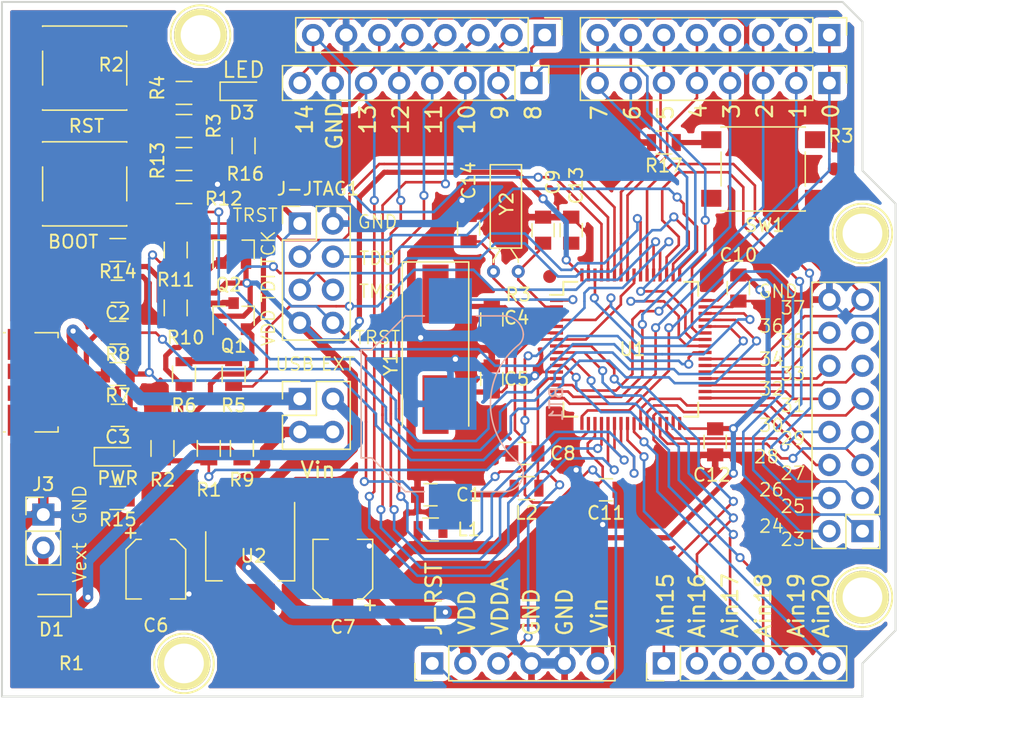
<source format=kicad_pcb>
(kicad_pcb (version 4) (host pcbnew 4.0.7)
  (title_block (date "lun. 30 mars 2015"))
  (layers (0 F.Cu signal hide) (31 B.Cu signal) (34 B.Paste user) (35 F.Paste user) (36 B.SilkS user) (37 F.SilkS user) (38 B.Mask user) (39 F.Mask user hide) (44 Edge.Cuts user))
  (net 0 "")
  (net 1 GND)
  (net 2 /Vin)
  (net 3 /8)
  (net 4 /7)
  (net 5 /4)
  (net 6 /2)
  (net 7 "Net-(P5-Pad1)")
  (net 8 "Net-(P6-Pad1)")
  (net 9 "Net-(P7-Pad1)")
  (net 10 "Net-(P8-Pad1)")
  (net 11 /VBAT)
  (net 12 "Net-(C1-Pad1)")
  (net 13 "Net-(C2-Pad1)")
  (net 14 "Net-(C3-Pad1)")
  (net 15 /OSC1)
  (net 16 /OSC2)
  (net 17 VDD)
  (net 18 /21)
  (net 19 /22)
  (net 20 "Net-(D1-Pad1)")
  (net 21 "Net-(D1-Pad2)")
  (net 22 "Net-(D2-Pad1)")
  (net 23 /13)
  (net 24 "Net-(D3-Pad1)")
  (net 25 VBUS)
  (net 26 "Net-(J1-Pad2)")
  (net 27 "Net-(J1-Pad3)")
  (net 28 "Net-(J1-Pad4)")
  (net 29 /0)
  (net 30 /1)
  (net 31 /3)
  (net 32 /5)
  (net 33 /6)
  (net 34 /15)
  (net 35 /16)
  (net 36 /17)
  (net 37 /18)
  (net 38 /19)
  (net 39 /20)
  (net 40 /9)
  (net 41 /10)
  (net 42 /11)
  (net 43 /12)
  (net 44 /14)
  (net 45 /JTAG-TRST)
  (net 46 /JTAG-TMS)
  (net 47 /JTAG-TDO)
  (net 48 /JTAG-TCK)
  (net 49 /JTAG-TDI)
  (net 50 "Net-(Q1-Pad1)")
  (net 51 "Net-(Q1-Pad2)")
  (net 52 "Net-(Q2-Pad3)")
  (net 53 /USB_P)
  (net 54 "Net-(R4-Pad1)")
  (net 55 /DISC)
  (net 56 /BOOT0)
  (net 57 "Net-(R13-Pad2)")
  (net 58 "Net-(R14-Pad2)")
  (net 59 "Net-(R17-Pad1)")
  (net 60 /36)
  (net 61 /34)
  (net 62 /32)
  (net 63 /30)
  (net 64 /28)
  (net 65 /26)
  (net 66 /24)
  (net 67 /23)
  (net 68 /25)
  (net 69 /27)
  (net 70 /29)
  (net 71 /31)
  (net 72 /33)
  (net 73 /35)
  (net 74 /37)
  (net 75 VDDA)
  (module Fiducials:Fiducial_1mm_Dia_2.54mm_Outer_CopperTop (layer F.Cu) (at 152.4 93.472)
    (fp_text reference R3 (at -2.413 1.397) (layer F.SilkS))
    (fp_text value Fiducial_1mm_Dia_2.54mm_Outer_CopperTop)
    (pad ~ smd circle (at 0 0) (size 1 1) (layers F.Cu F.Mask) (clearance 0.77))
  )
  (module Fiducials:Fiducial_1mm_Dia_2.54mm_Outer_CopperTop (layer F.Cu) (at 174.244 85.217)
    (fp_text reference R3 (at 0.508 -2.54) (layer F.SilkS))
    (fp_text value Fiducial_1mm_Dia_2.54mm_Outer_CopperTop)
    (pad ~ smd circle (at 0 0) (size 1 1) (layers F.Cu F.Mask) (clearance 0.77))
  )
  (module Fiducials:Fiducial_1mm_Dia_2.54mm_Outer_CopperTop (layer F.Cu) (at 115.951 77.216)
    (fp_text reference R2 (at 2.794 0) (layer F.SilkS))
    (fp_text value Fiducial_1mm_Dia_2.54mm_Outer_CopperTop)
    (pad ~ smd circle (at 0 0) (size 1 1) (layers F.Cu F.Mask) (clearance 0.77))
  )
  (module Crystals:Crystal_DS26_d2.0mm_l6.0mm_Horizontal (layer F.Cu) (at 149.987 93.091 180)
    (fp_text reference Y2 (at 0.889 5.207 270) (layer F.SilkS))
    (fp_text value "OSC 32768KHz")
    (pad 1 thru_hole circle (at 0 0 180) (size 1 1) (drill 0.5) (layers *.Cu *.Mask) (net 18 /21))
    (pad 2 thru_hole circle (at 1.9 0 180) (size 1 1) (drill 0.5) (layers *.Cu *.Mask) (net 19 /22))
  )
  (module Buttons_Switches_SMD:SW_SPST_PTS645 (layer F.Cu) (at 116.713 86.36)
    (fp_text reference BOOT (at -0.889 4.445) (layer F.SilkS))
    (fp_text value SW_Push)
    (pad 2 smd rect (at -3.98 2.25) (size 1.55 1.3) (layers F.Cu F.Paste F.Mask) (net 58 "Net-(R14-Pad2)"))
    (pad 1 smd rect (at -3.98 -2.25) (size 1.55 1.3) (layers F.Cu F.Paste F.Mask) (net 56 /BOOT0))
    (pad 1 smd rect (at 3.98 -2.25) (size 1.55 1.3) (layers F.Cu F.Paste F.Mask) (net 56 /BOOT0))
    (pad 2 smd rect (at 3.98 2.25) (size 1.55 1.3) (layers F.Cu F.Paste F.Mask) (net 58 "Net-(R14-Pad2)"))
  )
  (module Socket_Arduino_Uno:Arduino_1pin (layer F.Cu) (at 124.333 123.19)
    (fp_text reference P5 hide)
    (fp_text value CONN_01X01 hide)
    (pad 1 thru_hole circle (at 0 0) (size 4.064 4.064) (drill 3.048) (layers *.Cu *.Mask F.SilkS) (net 7 "Net-(P5-Pad1)"))
  )
  (module Socket_Arduino_Uno:Arduino_1pin (layer F.Cu) (at 176.403 118.11)
    (fp_text reference P6 hide)
    (fp_text value CONN_01X01 hide)
    (pad 1 thru_hole circle (at 0 0) (size 4.064 4.064) (drill 3.048) (layers *.Cu *.Mask F.SilkS) (net 8 "Net-(P6-Pad1)"))
  )
  (module Socket_Arduino_Uno:Arduino_1pin (layer F.Cu) (at 125.603 74.93)
    (fp_text reference P7 hide)
    (fp_text value CONN_01X01 hide)
    (pad 1 thru_hole circle (at 0 0) (size 4.064 4.064) (drill 3.048) (layers *.Cu *.Mask F.SilkS) (net 9 "Net-(P7-Pad1)"))
  )
  (module Socket_Arduino_Uno:Arduino_1pin (layer F.Cu) (at 176.403 90.17)
    (fp_text reference P8 hide)
    (fp_text value CONN_01X01 hide)
    (pad 1 thru_hole circle (at 0 0) (size 4.064 4.064) (drill 3.048) (layers *.Cu *.Mask F.SilkS) (net 10 "Net-(P8-Pad1)"))
  )
  (module Capacitors_SMD:C_0805 (layer F.Cu) (at 143.256 110.236 180)
    (fp_text reference C1 (at -2.921 0 180) (layer F.SilkS))
    (fp_text value 1uF)
    (pad 1 smd rect (at -1 0 180) (size 1 1.25) (layers F.Cu F.Paste F.Mask) (net 12 "Net-(C1-Pad1)"))
    (pad 2 smd rect (at 1 0 180) (size 1 1.25) (layers F.Cu F.Paste F.Mask) (net 1 GND))
  )
  (module Capacitors_SMD:C_0805 (layer F.Cu) (at 119.253 94.615 180)
    (fp_text reference C2 (at 0 -1.651 180) (layer F.SilkS))
    (fp_text value 47pF)
    (pad 1 smd rect (at -1 0 180) (size 1 1.25) (layers F.Cu F.Paste F.Mask) (net 13 "Net-(C2-Pad1)"))
    (pad 2 smd rect (at 1 0 180) (size 1 1.25) (layers F.Cu F.Paste F.Mask) (net 1 GND))
  )
  (module Capacitors_SMD:C_0805 (layer F.Cu) (at 119.253 104.14 180)
    (fp_text reference C3 (at 0 -1.651 180) (layer F.SilkS))
    (fp_text value 47pF)
    (pad 1 smd rect (at -1 0 180) (size 1 1.25) (layers F.Cu F.Paste F.Mask) (net 14 "Net-(C3-Pad1)"))
    (pad 2 smd rect (at 1 0 180) (size 1 1.25) (layers F.Cu F.Paste F.Mask) (net 1 GND))
  )
  (module Capacitors_SMD:C_0805 (layer F.Cu) (at 147.955 96.774 90)
    (fp_text reference C4 (at 0.127 1.905 180) (layer F.SilkS))
    (fp_text value ?pF)
    (pad 1 smd rect (at -1 0 90) (size 1 1.25) (layers F.Cu F.Paste F.Mask) (net 1 GND))
    (pad 2 smd rect (at 1 0 90) (size 1 1.25) (layers F.Cu F.Paste F.Mask) (net 15 /OSC1))
  )
  (module Capacitors_SMD:C_0805 (layer F.Cu) (at 147.955 101.346 270)
    (fp_text reference C5 (at 0 -1.905 360) (layer F.SilkS))
    (fp_text value ?pF)
    (pad 1 smd rect (at -1 0 270) (size 1 1.25) (layers F.Cu F.Paste F.Mask) (net 1 GND))
    (pad 2 smd rect (at 1 0 270) (size 1 1.25) (layers F.Cu F.Paste F.Mask) (net 16 /OSC2))
  )
  (module Capacitors_SMD:CP_Elec_4x5.8 (layer F.Cu) (at 122.174 115.951 270)
    (fp_text reference C6 (at 4.318 0 360) (layer F.SilkS))
    (fp_text value 22uF)
    (fp_text user + (at -2.78 2.01 270) (layer F.SilkS))
    (pad 1 smd rect (at -1.8 0 90) (size 2.6 1.6) (layers F.Cu F.Paste F.Mask) (net 2 /Vin))
    (pad 2 smd rect (at 1.8 0 90) (size 2.6 1.6) (layers F.Cu F.Paste F.Mask) (net 1 GND))
  )
  (module Capacitors_SMD:CP_Elec_4x5.8 (layer F.Cu) (at 136.525 115.951 90)
    (fp_text reference C7 (at -4.445 0 180) (layer F.SilkS))
    (fp_text value 22uF)
    (fp_text user + (at -2.78 2.01 90) (layer F.SilkS))
    (pad 1 smd rect (at -1.8 0 270) (size 2.6 1.6) (layers F.Cu F.Paste F.Mask) (net 17 VDD))
    (pad 2 smd rect (at 1.8 0 270) (size 2.6 1.6) (layers F.Cu F.Paste F.Mask) (net 1 GND))
  )
  (module Capacitors_SMD:C_0805 (layer F.Cu) (at 150.495 107.061 180)
    (fp_text reference C8 (at -2.921 0 180) (layer F.SilkS))
    (fp_text value 1uF)
    (pad 1 smd rect (at -1 0 180) (size 1 1.25) (layers F.Cu F.Paste F.Mask) (net 75 VDDA))
    (pad 2 smd rect (at 1 0 180) (size 1 1.25) (layers F.Cu F.Paste F.Mask) (net 1 GND))
  )
  (module Capacitors_SMD:C_0805 (layer F.Cu) (at 154.051 89.916 90)
    (fp_text reference C9 (at 3.683 -1.397 90) (layer F.SilkS))
    (fp_text value 1uF)
    (pad 1 smd rect (at -1 0 90) (size 1 1.25) (layers F.Cu F.Paste F.Mask) (net 17 VDD))
    (pad 2 smd rect (at 1 0 90) (size 1 1.25) (layers F.Cu F.Paste F.Mask) (net 1 GND))
  )
  (module Capacitors_SMD:C_0805 (layer F.Cu) (at 166.878 94.361 270)
    (fp_text reference C10 (at -2.54 0 360) (layer F.SilkS))
    (fp_text value 1uF)
    (pad 1 smd rect (at -1 0 270) (size 1 1.25) (layers F.Cu F.Paste F.Mask) (net 17 VDD))
    (pad 2 smd rect (at 1 0 270) (size 1 1.25) (layers F.Cu F.Paste F.Mask) (net 1 GND))
  )
  (module Capacitors_SMD:C_0805 (layer F.Cu) (at 156.718 109.855)
    (fp_text reference C11 (at 0 1.778) (layer F.SilkS))
    (fp_text value 1uF)
    (pad 1 smd rect (at -1 0) (size 1 1.25) (layers F.Cu F.Paste F.Mask) (net 17 VDD))
    (pad 2 smd rect (at 1 0) (size 1 1.25) (layers F.Cu F.Paste F.Mask) (net 1 GND))
  )
  (module Capacitors_SMD:C_0805 (layer F.Cu) (at 165.1 106.172 270)
    (fp_text reference C12 (at 2.54 0.254 360) (layer F.SilkS))
    (fp_text value 1uF)
    (pad 1 smd rect (at -1 0 270) (size 1 1.25) (layers F.Cu F.Paste F.Mask) (net 17 VDD))
    (pad 2 smd rect (at 1 0 270) (size 1 1.25) (layers F.Cu F.Paste F.Mask) (net 1 GND))
  )
  (module Capacitors_SMD:C_0805 (layer F.Cu) (at 151.892 89.916 270)
    (fp_text reference C13 (at -3.429 -2.54 270) (layer F.SilkS))
    (fp_text value ?Pf)
    (pad 1 smd rect (at -1 0 270) (size 1 1.25) (layers F.Cu F.Paste F.Mask) (net 1 GND))
    (pad 2 smd rect (at 1 0 270) (size 1 1.25) (layers F.Cu F.Paste F.Mask) (net 18 /21))
  )
  (module Capacitors_SMD:C_0805 (layer F.Cu) (at 146.177 89.789 270)
    (fp_text reference C14 (at -3.683 0 270) (layer F.SilkS))
    (fp_text value ?pF)
    (pad 1 smd rect (at -1 0 270) (size 1 1.25) (layers F.Cu F.Paste F.Mask) (net 1 GND))
    (pad 2 smd rect (at 1 0 270) (size 1 1.25) (layers F.Cu F.Paste F.Mask) (net 19 /22))
  )
  (module Diodes_SMD:D_SOD-323F (layer F.Cu) (at 114.173 118.745 180)
    (fp_text reference D1 (at 0 -1.85 180) (layer F.SilkS))
    (fp_text value D)
    (pad 1 smd rect (at -1.1 0 180) (size 0.5 0.5) (layers F.Cu F.Paste F.Mask) (net 20 "Net-(D1-Pad1)"))
    (pad 2 smd rect (at 1.1 0 180) (size 0.5 0.5) (layers F.Cu F.Paste F.Mask) (net 21 "Net-(D1-Pad2)"))
  )
  (module LEDs:LED_0805 (layer F.Cu) (at 119.253 107.315)
    (fp_text reference PWR (at 0 1.651) (layer F.SilkS))
    (fp_text value LED_PWR)
    (pad 2 smd rect (at 1.1 0 180) (size 1.2 1.2) (layers F.Cu F.Paste F.Mask) (net 17 VDD))
    (pad 1 smd rect (at -1.1 0 180) (size 1.2 1.2) (layers F.Cu F.Paste F.Mask) (net 22 "Net-(D2-Pad1)"))
  )
  (module LEDs:LED_0805 (layer F.Cu) (at 128.905 79.248)
    (fp_text reference D3 (at -0.127 1.651 180) (layer F.SilkS))
    (fp_text value LED_USR)
    (pad 2 smd rect (at 1.1 0 180) (size 1.2 1.2) (layers F.Cu F.Paste F.Mask) (net 23 /13))
    (pad 1 smd rect (at -1.1 0 180) (size 1.2 1.2) (layers F.Cu F.Paste F.Mask) (net 24 "Net-(D3-Pad1)"))
  )
  (module Connectors_USB:USB_Micro-B_Molex_47346-0001 (layer F.Cu) (at 111.76 101.6 270)
    (fp_text reference "" (at 0 -4.5 270) (layer F.SilkS))
    (fp_text value USB_OTG)
    (pad 1 smd rect (at -1.3 -2.66 270) (size 0.45 1.38) (layers F.Cu F.Paste F.Mask) (net 25 VBUS))
    (pad 2 smd rect (at -0.65 -2.66 270) (size 0.45 1.38) (layers F.Cu F.Paste F.Mask) (net 26 "Net-(J1-Pad2)"))
    (pad 3 smd rect (at 0 -2.66 270) (size 0.45 1.38) (layers F.Cu F.Paste F.Mask) (net 27 "Net-(J1-Pad3)"))
    (pad 4 smd rect (at 0.65 -2.66 270) (size 0.45 1.38) (layers F.Cu F.Paste F.Mask) (net 28 "Net-(J1-Pad4)"))
    (pad 5 smd rect (at 1.3 -2.66 270) (size 0.45 1.38) (layers F.Cu F.Paste F.Mask) (net 1 GND))
    (pad 6 smd rect (at -2.4625 -2.3 270) (size 1.475 2.1) (layers F.Cu F.Paste F.Mask) (net 1 GND))
    (pad 6 smd rect (at 2.4625 -2.3 270) (size 1.475 2.1) (layers F.Cu F.Paste F.Mask) (net 1 GND))
    (pad 6 smd rect (at -2.91 0 270) (size 2.375 1.9) (layers F.Cu F.Paste F.Mask) (net 1 GND))
    (pad 6 smd rect (at 2.91 0 270) (size 2.375 1.9) (layers F.Cu F.Paste F.Mask) (net 1 GND))
    (pad 6 smd rect (at -0.84 0 270) (size 1.175 1.9) (layers F.Cu F.Paste F.Mask) (net 1 GND))
    (pad 6 smd rect (at 0.84 0 270) (size 1.175 1.9) (layers F.Cu F.Paste F.Mask) (net 1 GND))
  )
  (module Pin_Headers:Pin_Header_Straight_1x08_Pitch2.54mm (layer F.Cu) (at 173.863 78.613 270)
    (fp_text reference "" (at 0 -2.33 270) (layer F.SilkS))
    (fp_text value Con1x8F)
    (pad 1 thru_hole rect (at 0 0 270) (size 1.7 1.7) (drill 1) (layers *.Cu *.Mask) (net 29 /0))
    (pad 2 thru_hole oval (at 0 2.54 270) (size 1.7 1.7) (drill 1) (layers *.Cu *.Mask) (net 30 /1))
    (pad 3 thru_hole oval (at 0 5.08 270) (size 1.7 1.7) (drill 1) (layers *.Cu *.Mask) (net 6 /2))
    (pad 4 thru_hole oval (at 0 7.62 270) (size 1.7 1.7) (drill 1) (layers *.Cu *.Mask) (net 31 /3))
    (pad 5 thru_hole oval (at 0 10.16 270) (size 1.7 1.7) (drill 1) (layers *.Cu *.Mask) (net 5 /4))
    (pad 6 thru_hole oval (at 0 12.7 270) (size 1.7 1.7) (drill 1) (layers *.Cu *.Mask) (net 32 /5))
    (pad 7 thru_hole oval (at 0 15.24 270) (size 1.7 1.7) (drill 1) (layers *.Cu *.Mask) (net 33 /6))
    (pad 8 thru_hole oval (at 0 17.78 270) (size 1.7 1.7) (drill 1) (layers *.Cu *.Mask) (net 4 /7))
  )
  (module Pin_Headers:Pin_Header_Straight_1x08_Pitch2.54mm (layer F.Cu) (at 173.863 74.93 270)
    (fp_text reference "" (at 0 -2.33 270) (layer F.SilkS))
    (fp_text value Con1x8F)
    (pad 1 thru_hole rect (at 0 0 270) (size 1.7 1.7) (drill 1) (layers *.Cu *.Mask) (net 29 /0))
    (pad 2 thru_hole oval (at 0 2.54 270) (size 1.7 1.7) (drill 1) (layers *.Cu *.Mask) (net 30 /1))
    (pad 3 thru_hole oval (at 0 5.08 270) (size 1.7 1.7) (drill 1) (layers *.Cu *.Mask) (net 6 /2))
    (pad 4 thru_hole oval (at 0 7.62 270) (size 1.7 1.7) (drill 1) (layers *.Cu *.Mask) (net 31 /3))
    (pad 5 thru_hole oval (at 0 10.16 270) (size 1.7 1.7) (drill 1) (layers *.Cu *.Mask) (net 5 /4))
    (pad 6 thru_hole oval (at 0 12.7 270) (size 1.7 1.7) (drill 1) (layers *.Cu *.Mask) (net 32 /5))
    (pad 7 thru_hole oval (at 0 15.24 270) (size 1.7 1.7) (drill 1) (layers *.Cu *.Mask) (net 33 /6))
    (pad 8 thru_hole oval (at 0 17.78 270) (size 1.7 1.7) (drill 1) (layers *.Cu *.Mask) (net 4 /7))
  )
  (module Pin_Headers:Pin_Header_Straight_1x06_Pitch2.54mm (layer F.Cu) (at 161.163 123.19 90)
    (fp_text reference "" (at 0 -2.33 90) (layer F.SilkS))
    (fp_text value Con1x6F)
    (pad 1 thru_hole rect (at 0 0 90) (size 1.7 1.7) (drill 1) (layers *.Cu *.Mask) (net 34 /15))
    (pad 2 thru_hole oval (at 0 2.54 90) (size 1.7 1.7) (drill 1) (layers *.Cu *.Mask) (net 35 /16))
    (pad 3 thru_hole oval (at 0 5.08 90) (size 1.7 1.7) (drill 1) (layers *.Cu *.Mask) (net 36 /17))
    (pad 4 thru_hole oval (at 0 7.62 90) (size 1.7 1.7) (drill 1) (layers *.Cu *.Mask) (net 37 /18))
    (pad 5 thru_hole oval (at 0 10.16 90) (size 1.7 1.7) (drill 1) (layers *.Cu *.Mask) (net 38 /19))
    (pad 6 thru_hole oval (at 0 12.7 90) (size 1.7 1.7) (drill 1) (layers *.Cu *.Mask) (net 39 /20))
  )
  (module Pin_Headers:Pin_Header_Straight_1x02_Pitch2.54mm (layer F.Cu) (at 113.538 111.76)
    (fp_text reference J3 (at 0 -2.33) (layer F.SilkS))
    (fp_text value Con1x2F)
    (pad 1 thru_hole rect (at 0 0) (size 1.7 1.7) (drill 1) (layers *.Cu *.Mask) (net 1 GND))
    (pad 2 thru_hole oval (at 0 2.54) (size 1.7 1.7) (drill 1) (layers *.Cu *.Mask) (net 21 "Net-(D1-Pad2)"))
  )
  (module Pin_Headers:Pin_Header_Straight_1x08_Pitch2.54mm (layer F.Cu) (at 151.003 78.613 270)
    (fp_text reference "" (at 0 -2.33 270) (layer F.SilkS))
    (fp_text value Con1x8F)
    (pad 1 thru_hole rect (at 0 0 270) (size 1.7 1.7) (drill 1) (layers *.Cu *.Mask) (net 3 /8))
    (pad 2 thru_hole oval (at 0 2.54 270) (size 1.7 1.7) (drill 1) (layers *.Cu *.Mask) (net 40 /9))
    (pad 3 thru_hole oval (at 0 5.08 270) (size 1.7 1.7) (drill 1) (layers *.Cu *.Mask) (net 41 /10))
    (pad 4 thru_hole oval (at 0 7.62 270) (size 1.7 1.7) (drill 1) (layers *.Cu *.Mask) (net 42 /11))
    (pad 5 thru_hole oval (at 0 10.16 270) (size 1.7 1.7) (drill 1) (layers *.Cu *.Mask) (net 43 /12))
    (pad 6 thru_hole oval (at 0 12.7 270) (size 1.7 1.7) (drill 1) (layers *.Cu *.Mask) (net 23 /13))
    (pad 7 thru_hole oval (at 0 15.24 270) (size 1.7 1.7) (drill 1) (layers *.Cu *.Mask) (net 1 GND))
    (pad 8 thru_hole oval (at 0 17.78 270) (size 1.7 1.7) (drill 1) (layers *.Cu *.Mask) (net 44 /14))
  )
  (module Pin_Headers:Pin_Header_Straight_1x08_Pitch2.54mm (layer F.Cu) (at 152.019 74.93 270)
    (fp_text reference "" (at 0 -2.33 270) (layer F.SilkS))
    (fp_text value Con1x8F)
    (pad 1 thru_hole rect (at 0 0 270) (size 1.7 1.7) (drill 1) (layers *.Cu *.Mask) (net 3 /8))
    (pad 2 thru_hole oval (at 0 2.54 270) (size 1.7 1.7) (drill 1) (layers *.Cu *.Mask) (net 40 /9))
    (pad 3 thru_hole oval (at 0 5.08 270) (size 1.7 1.7) (drill 1) (layers *.Cu *.Mask) (net 41 /10))
    (pad 4 thru_hole oval (at 0 7.62 270) (size 1.7 1.7) (drill 1) (layers *.Cu *.Mask) (net 42 /11))
    (pad 5 thru_hole oval (at 0 10.16 270) (size 1.7 1.7) (drill 1) (layers *.Cu *.Mask) (net 43 /12))
    (pad 6 thru_hole oval (at 0 12.7 270) (size 1.7 1.7) (drill 1) (layers *.Cu *.Mask) (net 23 /13))
    (pad 7 thru_hole oval (at 0 15.24 270) (size 1.7 1.7) (drill 1) (layers *.Cu *.Mask) (net 1 GND))
    (pad 8 thru_hole oval (at 0 17.78 270) (size 1.7 1.7) (drill 1) (layers *.Cu *.Mask) (net 44 /14))
  )
  (module Pin_Headers:Pin_Header_Straight_1x06_Pitch2.54mm (layer F.Cu) (at 143.383 123.19 90)
    (fp_text reference "" (at 0 -2.33 90) (layer F.SilkS))
    (fp_text value Con1x6F)
    (pad 1 thru_hole rect (at 0 0 90) (size 1.7 1.7) (drill 1) (layers *.Cu *.Mask) (net 45 /JTAG-TRST))
    (pad 2 thru_hole oval (at 0 2.54 90) (size 1.7 1.7) (drill 1) (layers *.Cu *.Mask) (net 17 VDD))
    (pad 3 thru_hole oval (at 0 5.08 90) (size 1.7 1.7) (drill 1) (layers *.Cu *.Mask) (net 75 VDDA))
    (pad 4 thru_hole oval (at 0 7.62 90) (size 1.7 1.7) (drill 1) (layers *.Cu *.Mask) (net 1 GND))
    (pad 5 thru_hole oval (at 0 10.16 90) (size 1.7 1.7) (drill 1) (layers *.Cu *.Mask) (net 1 GND))
    (pad 6 thru_hole oval (at 0 12.7 90) (size 1.7 1.7) (drill 1) (layers *.Cu *.Mask) (net 2 /Vin))
  )
  (module Pin_Headers:Pin_Header_Straight_2x02_Pitch2.54mm (layer F.Cu) (at 133.223 102.87)
    (fp_text reference "" (at 1.27 5.334) (layer F.SilkS))
    (fp_text value Con2x2CClocw)
    (pad 1 thru_hole rect (at 0 0) (size 1.7 1.7) (drill 1) (layers *.Cu *.Mask) (net 25 VBUS))
    (pad 2 thru_hole oval (at 2.54 0) (size 1.7 1.7) (drill 1) (layers *.Cu *.Mask) (net 20 "Net-(D1-Pad1)"))
    (pad 3 thru_hole oval (at 0 2.54) (size 1.7 1.7) (drill 1) (layers *.Cu *.Mask) (net 2 /Vin))
    (pad 4 thru_hole oval (at 2.54 2.54) (size 1.7 1.7) (drill 1) (layers *.Cu *.Mask) (net 2 /Vin))
  )
  (module Inductors_SMD:L_0805 (layer F.Cu) (at 143.256 112.903)
    (fp_text reference L1 (at 2.921 0) (layer F.SilkS))
    (fp_text value 2kH)
    (pad 1 smd rect (at -0.95 0) (size 0.7 1.3) (layers F.Cu F.Paste F.Mask) (net 17 VDD))
    (pad 2 smd rect (at 0.95 0) (size 0.7 1.3) (layers F.Cu F.Paste F.Mask) (net 12 "Net-(C1-Pad1)"))
  )
  (module Inductors_SMD:L_0805 (layer F.Cu) (at 150.622 109.728)
    (fp_text reference L2 (at 0 1.905) (layer F.SilkS))
    (fp_text value 2kH)
    (pad 1 smd rect (at -0.95 0) (size 0.7 1.3) (layers F.Cu F.Paste F.Mask) (net 12 "Net-(C1-Pad1)"))
    (pad 2 smd rect (at 0.95 0) (size 0.7 1.3) (layers F.Cu F.Paste F.Mask) (net 75 VDDA))
  )
  (module TO_SOT_Packages_SMD:SOT-23 (layer F.Cu) (at 128.143 96.52 90)
    (fp_text reference Q1 (at -2.286 0 180) (layer F.SilkS))
    (fp_text value BC817)
    (pad 1 smd rect (at -1 -0.95 90) (size 0.9 0.8) (layers F.Cu F.Paste F.Mask) (net 50 "Net-(Q1-Pad1)"))
    (pad 2 smd rect (at -1 0.95 90) (size 0.9 0.8) (layers F.Cu F.Paste F.Mask) (net 51 "Net-(Q1-Pad2)"))
    (pad 3 smd rect (at 1 0 90) (size 0.9 0.8) (layers F.Cu F.Paste F.Mask) (net 1 GND))
  )
  (module TO_SOT_Packages_SMD:SOT-23 (layer F.Cu) (at 128.143 91.44 90)
    (fp_text reference Q2 (at -2.667 -0.381 180) (layer F.SilkS))
    (fp_text value BC817)
    (pad 1 smd rect (at -1 -0.95 90) (size 0.9 0.8) (layers F.Cu F.Paste F.Mask) (net 51 "Net-(Q1-Pad2)"))
    (pad 2 smd rect (at -1 0.95 90) (size 0.9 0.8) (layers F.Cu F.Paste F.Mask) (net 17 VDD))
    (pad 3 smd rect (at 1 0 90) (size 0.9 0.8) (layers F.Cu F.Paste F.Mask) (net 52 "Net-(Q2-Pad3)"))
  )
  (module Resistors_SMD:R_0805 (layer F.Cu) (at 126.238 106.68 270)
    (fp_text reference R1 (at 3.175 0 360) (layer F.SilkS))
    (fp_text value 1.5k)
    (pad 1 smd rect (at -0.95 0 270) (size 0.7 1.3) (layers F.Cu F.Paste F.Mask) (net 25 VBUS))
    (pad 2 smd rect (at 0.95 0 270) (size 0.7 1.3) (layers F.Cu F.Paste F.Mask) (net 53 /USB_P))
  )
  (module Resistors_SMD:R_0805 (layer F.Cu) (at 122.682 106.68 90)
    (fp_text reference R2 (at -2.413 0 180) (layer F.SilkS))
    (fp_text value 1.5k)
    (pad 1 smd rect (at -0.95 0 90) (size 0.7 1.3) (layers F.Cu F.Paste F.Mask) (net 53 /USB_P))
    (pad 2 smd rect (at 0.95 0 90) (size 0.7 1.3) (layers F.Cu F.Paste F.Mask) (net 1 GND))
  )
  (module Resistors_SMD:R_0805 (layer F.Cu) (at 124.333 81.915)
    (fp_text reference R3 (at 2.286 0 90) (layer F.SilkS))
    (fp_text value 10k)
    (pad 1 smd rect (at -0.95 0) (size 0.7 1.3) (layers F.Cu F.Paste F.Mask) (net 17 VDD))
    (pad 2 smd rect (at 0.95 0) (size 0.7 1.3) (layers F.Cu F.Paste F.Mask) (net 45 /JTAG-TRST))
  )
  (module Resistors_SMD:R_0805 (layer F.Cu) (at 124.333 79.375)
    (fp_text reference R4 (at -2.032 -0.381 90) (layer F.SilkS))
    (fp_text value 1k)
    (pad 1 smd rect (at -0.95 0) (size 0.7 1.3) (layers F.Cu F.Paste F.Mask) (net 54 "Net-(R4-Pad1)"))
    (pad 2 smd rect (at 0.95 0) (size 0.7 1.3) (layers F.Cu F.Paste F.Mask) (net 1 GND))
  )
  (module Resistors_SMD:R_0805 (layer F.Cu) (at 128.143 100.965 270)
    (fp_text reference R5 (at 2.413 0 360) (layer F.SilkS))
    (fp_text value 1K)
    (pad 1 smd rect (at -0.95 0 270) (size 0.7 1.3) (layers F.Cu F.Paste F.Mask) (net 50 "Net-(Q1-Pad1)"))
    (pad 2 smd rect (at 0.95 0 270) (size 0.7 1.3) (layers F.Cu F.Paste F.Mask) (net 55 /DISC))
  )
  (module Resistors_SMD:R_0805 (layer F.Cu) (at 124.333 100.965 90)
    (fp_text reference R6 (at -2.413 0 180) (layer F.SilkS))
    (fp_text value 47K)
    (pad 1 smd rect (at -0.95 0 90) (size 0.7 1.3) (layers F.Cu F.Paste F.Mask) (net 17 VDD))
    (pad 2 smd rect (at 0.95 0 90) (size 0.7 1.3) (layers F.Cu F.Paste F.Mask) (net 50 "Net-(Q1-Pad1)"))
  )
  (module Resistors_SMD:R_0805 (layer F.Cu) (at 119.253 100.965 180)
    (fp_text reference R7 (at 0 -1.65 180) (layer F.SilkS))
    (fp_text value 22)
    (pad 1 smd rect (at -0.95 0 180) (size 0.7 1.3) (layers F.Cu F.Paste F.Mask) (net 14 "Net-(C3-Pad1)"))
    (pad 2 smd rect (at 0.95 0 180) (size 0.7 1.3) (layers F.Cu F.Paste F.Mask) (net 27 "Net-(J1-Pad3)"))
  )
  (module Resistors_SMD:R_0805 (layer F.Cu) (at 119.253 97.79 180)
    (fp_text reference R8 (at 0 -1.65 180) (layer F.SilkS))
    (fp_text value 22)
    (pad 1 smd rect (at -0.95 0 180) (size 0.7 1.3) (layers F.Cu F.Paste F.Mask) (net 13 "Net-(C2-Pad1)"))
    (pad 2 smd rect (at 0.95 0 180) (size 0.7 1.3) (layers F.Cu F.Paste F.Mask) (net 26 "Net-(J1-Pad2)"))
  )
  (module Resistors_SMD:R_0805 (layer F.Cu) (at 128.778 106.68 90)
    (fp_text reference R9 (at -2.413 0 180) (layer F.SilkS))
    (fp_text value 10K)
    (pad 1 smd rect (at -0.95 0 90) (size 0.7 1.3) (layers F.Cu F.Paste F.Mask) (net 51 "Net-(Q1-Pad2)"))
    (pad 2 smd rect (at 0.95 0 90) (size 0.7 1.3) (layers F.Cu F.Paste F.Mask) (net 25 VBUS))
  )
  (module Resistors_SMD:R_0805 (layer F.Cu) (at 123.698 95.885 90)
    (fp_text reference R10 (at -2.286 0.762 180) (layer F.SilkS))
    (fp_text value 36K)
    (pad 1 smd rect (at -0.95 0 90) (size 0.7 1.3) (layers F.Cu F.Paste F.Mask) (net 1 GND))
    (pad 2 smd rect (at 0.95 0 90) (size 0.7 1.3) (layers F.Cu F.Paste F.Mask) (net 51 "Net-(Q1-Pad2)"))
  )
  (module Resistors_SMD:R_0805 (layer F.Cu) (at 123.698 91.44 90)
    (fp_text reference R11 (at -2.286 0 360) (layer F.SilkS))
    (fp_text value 1.5K)
    (pad 1 smd rect (at -0.95 0 90) (size 0.7 1.3) (layers F.Cu F.Paste F.Mask) (net 14 "Net-(C3-Pad1)"))
    (pad 2 smd rect (at 0.95 0 90) (size 0.7 1.3) (layers F.Cu F.Paste F.Mask) (net 52 "Net-(Q2-Pad3)"))
  )
  (module Resistors_SMD:R_0805 (layer F.Cu) (at 124.333 86.995)
    (fp_text reference R12 (at 3.048 0.508) (layer F.SilkS))
    (fp_text value 10k)
    (pad 1 smd rect (at -0.95 0) (size 0.7 1.3) (layers F.Cu F.Paste F.Mask) (net 56 /BOOT0))
    (pad 2 smd rect (at 0.95 0) (size 0.7 1.3) (layers F.Cu F.Paste F.Mask) (net 1 GND))
  )
  (module Resistors_SMD:R_0805 (layer F.Cu) (at 124.333 84.455)
    (fp_text reference R13 (at -2.032 0.127 90) (layer F.SilkS))
    (fp_text value 1k)
    (pad 1 smd rect (at -0.95 0) (size 0.7 1.3) (layers F.Cu F.Paste F.Mask) (net 56 /BOOT0))
    (pad 2 smd rect (at 0.95 0) (size 0.7 1.3) (layers F.Cu F.Paste F.Mask) (net 57 "Net-(R13-Pad2)"))
  )
  (module Resistors_SMD:R_0805 (layer F.Cu) (at 119.253 91.44)
    (fp_text reference R14 (at 0 1.651) (layer F.SilkS))
    (fp_text value 1k)
    (pad 1 smd rect (at -0.95 0) (size 0.7 1.3) (layers F.Cu F.Paste F.Mask) (net 17 VDD))
    (pad 2 smd rect (at 0.95 0) (size 0.7 1.3) (layers F.Cu F.Paste F.Mask) (net 58 "Net-(R14-Pad2)"))
  )
  (module Resistors_SMD:R_0805 (layer F.Cu) (at 119.253 110.49 180)
    (fp_text reference R15 (at 0 -1.65 180) (layer F.SilkS))
    (fp_text value 110)
    (pad 1 smd rect (at -0.95 0 180) (size 0.7 1.3) (layers F.Cu F.Paste F.Mask) (net 22 "Net-(D2-Pad1)"))
    (pad 2 smd rect (at 0.95 0 180) (size 0.7 1.3) (layers F.Cu F.Paste F.Mask) (net 1 GND))
  )
  (module Resistors_SMD:R_0805 (layer F.Cu) (at 128.905 83.439 270)
    (fp_text reference R16 (at 2.159 -0.127 540) (layer F.SilkS))
    (fp_text value 110)
    (pad 1 smd rect (at -0.95 0 270) (size 0.7 1.3) (layers F.Cu F.Paste F.Mask) (net 24 "Net-(D3-Pad1)"))
    (pad 2 smd rect (at 0.95 0 270) (size 0.7 1.3) (layers F.Cu F.Paste F.Mask) (net 1 GND))
  )
  (module Resistors_SMD:R_0805 (layer F.Cu) (at 161.163 83.185 180)
    (fp_text reference R17 (at 0 -1.778 180) (layer F.SilkS))
    (fp_text value 1k)
    (pad 1 smd rect (at -0.95 0 180) (size 0.7 1.3) (layers F.Cu F.Paste F.Mask) (net 59 "Net-(R17-Pad1)"))
    (pad 2 smd rect (at 0.95 0 180) (size 0.7 1.3) (layers F.Cu F.Paste F.Mask) (net 1 GND))
  )
  (module Pin_Headers:Pin_Header_Straight_2x08_Pitch2.54mm (layer F.Cu) (at 176.403 113.03 180)
    (fp_text reference "" (at 1.27 -2.33 180) (layer F.SilkS))
    (fp_text value Con2x8Odd)
    (pad 1 thru_hole rect (at 0 0 180) (size 1.7 1.7) (drill 1) (layers *.Cu *.Mask) (net 67 /23))
    (pad 2 thru_hole oval (at 2.54 0 180) (size 1.7 1.7) (drill 1) (layers *.Cu *.Mask) (net 66 /24))
    (pad 3 thru_hole oval (at 0 2.54 180) (size 1.7 1.7) (drill 1) (layers *.Cu *.Mask) (net 68 /25))
    (pad 4 thru_hole oval (at 2.54 2.54 180) (size 1.7 1.7) (drill 1) (layers *.Cu *.Mask) (net 65 /26))
    (pad 5 thru_hole oval (at 0 5.08 180) (size 1.7 1.7) (drill 1) (layers *.Cu *.Mask) (net 69 /27))
    (pad 6 thru_hole oval (at 2.54 5.08 180) (size 1.7 1.7) (drill 1) (layers *.Cu *.Mask) (net 64 /28))
    (pad 7 thru_hole oval (at 0 7.62 180) (size 1.7 1.7) (drill 1) (layers *.Cu *.Mask) (net 70 /29))
    (pad 8 thru_hole oval (at 2.54 7.62 180) (size 1.7 1.7) (drill 1) (layers *.Cu *.Mask) (net 63 /30))
    (pad 9 thru_hole oval (at 0 10.16 180) (size 1.7 1.7) (drill 1) (layers *.Cu *.Mask) (net 71 /31))
    (pad 10 thru_hole oval (at 2.54 10.16 180) (size 1.7 1.7) (drill 1) (layers *.Cu *.Mask) (net 62 /32))
    (pad 11 thru_hole oval (at 0 12.7 180) (size 1.7 1.7) (drill 1) (layers *.Cu *.Mask) (net 72 /33))
    (pad 12 thru_hole oval (at 2.54 12.7 180) (size 1.7 1.7) (drill 1) (layers *.Cu *.Mask) (net 61 /34))
    (pad 13 thru_hole oval (at 0 15.24 180) (size 1.7 1.7) (drill 1) (layers *.Cu *.Mask) (net 73 /35))
    (pad 14 thru_hole oval (at 2.54 15.24 180) (size 1.7 1.7) (drill 1) (layers *.Cu *.Mask) (net 60 /36))
    (pad 15 thru_hole oval (at 0 17.78 180) (size 1.7 1.7) (drill 1) (layers *.Cu *.Mask) (net 74 /37))
    (pad 16 thru_hole oval (at 2.54 17.78 180) (size 1.7 1.7) (drill 1) (layers *.Cu *.Mask) (net 1 GND))
  )
  (module Buttons_Switches_SMD:SW_SPST_PTS645 (layer F.Cu) (at 116.713 77.47)
    (fp_text reference RST (at 0.127 4.445) (layer F.SilkS))
    (fp_text value SW_Push)
    (pad 2 smd rect (at -3.98 2.25) (size 1.55 1.3) (layers F.Cu F.Paste F.Mask) (net 45 /JTAG-TRST))
    (pad 1 smd rect (at -3.98 -2.25) (size 1.55 1.3) (layers F.Cu F.Paste F.Mask) (net 54 "Net-(R4-Pad1)"))
    (pad 1 smd rect (at 3.98 -2.25) (size 1.55 1.3) (layers F.Cu F.Paste F.Mask) (net 54 "Net-(R4-Pad1)"))
    (pad 2 smd rect (at 3.98 2.25) (size 1.55 1.3) (layers F.Cu F.Paste F.Mask) (net 45 /JTAG-TRST))
  )
  (module Buttons_Switches_SMD:SW_SPST_PTS645 (layer F.Cu) (at 168.783 85.217)
    (fp_text reference SW1 (at 0.127 4.318) (layer F.SilkS))
    (fp_text value SW_USR)
    (pad 2 smd rect (at -3.98 2.25) (size 1.55 1.3) (layers F.Cu F.Paste F.Mask) (net 74 /37))
    (pad 1 smd rect (at -3.98 -2.25) (size 1.55 1.3) (layers F.Cu F.Paste F.Mask) (net 59 "Net-(R17-Pad1)"))
    (pad 1 smd rect (at 3.98 -2.25) (size 1.55 1.3) (layers F.Cu F.Paste F.Mask) (net 59 "Net-(R17-Pad1)"))
    (pad 2 smd rect (at 3.98 2.25) (size 1.55 1.3) (layers F.Cu F.Paste F.Mask) (net 74 /37))
  )
  (module Housings_QFP:LQFP-64_10x10mm_Pitch0.5mm (layer F.Cu) (at 158.623 99.06)
    (fp_text reference U1 (at 0.127 0) (layer F.SilkS))
    (fp_text value STM32F103R4T6)
    (pad 1 smd rect (at -5.7 -3.75) (size 1 0.25) (layers F.Cu F.Paste F.Mask) (net 11 /VBAT))
    (pad 2 smd rect (at -5.7 -3.25) (size 1 0.25) (layers F.Cu F.Paste F.Mask) (net 18 /21))
    (pad 3 smd rect (at -5.7 -2.75) (size 1 0.25) (layers F.Cu F.Paste F.Mask) (net 19 /22))
    (pad 4 smd rect (at -5.7 -2.25) (size 1 0.25) (layers F.Cu F.Paste F.Mask) (net 67 /23))
    (pad 5 smd rect (at -5.7 -1.75) (size 1 0.25) (layers F.Cu F.Paste F.Mask) (net 15 /OSC1))
    (pad 6 smd rect (at -5.7 -1.25) (size 1 0.25) (layers F.Cu F.Paste F.Mask) (net 16 /OSC2))
    (pad 7 smd rect (at -5.7 -0.75) (size 1 0.25) (layers F.Cu F.Paste F.Mask) (net 45 /JTAG-TRST))
    (pad 8 smd rect (at -5.7 -0.25) (size 1 0.25) (layers F.Cu F.Paste F.Mask) (net 34 /15))
    (pad 9 smd rect (at -5.7 0.25) (size 1 0.25) (layers F.Cu F.Paste F.Mask) (net 35 /16))
    (pad 10 smd rect (at -5.7 0.75) (size 1 0.25) (layers F.Cu F.Paste F.Mask) (net 36 /17))
    (pad 11 smd rect (at -5.7 1.25) (size 1 0.25) (layers F.Cu F.Paste F.Mask) (net 37 /18))
    (pad 12 smd rect (at -5.7 1.75) (size 1 0.25) (layers F.Cu F.Paste F.Mask) (net 1 GND))
    (pad 13 smd rect (at -5.7 2.25) (size 1 0.25) (layers F.Cu F.Paste F.Mask) (net 75 VDDA))
    (pad 14 smd rect (at -5.7 2.75) (size 1 0.25) (layers F.Cu F.Paste F.Mask) (net 6 /2))
    (pad 15 smd rect (at -5.7 3.25) (size 1 0.25) (layers F.Cu F.Paste F.Mask) (net 31 /3))
    (pad 16 smd rect (at -5.7 3.75) (size 1 0.25) (layers F.Cu F.Paste F.Mask) (net 30 /1))
    (pad 17 smd rect (at -3.75 5.7 90) (size 1 0.25) (layers F.Cu F.Paste F.Mask) (net 29 /0))
    (pad 18 smd rect (at -3.25 5.7 90) (size 1 0.25) (layers F.Cu F.Paste F.Mask) (net 1 GND))
    (pad 19 smd rect (at -2.75 5.7 90) (size 1 0.25) (layers F.Cu F.Paste F.Mask) (net 17 VDD))
    (pad 20 smd rect (at -2.25 5.7 90) (size 1 0.25) (layers F.Cu F.Paste F.Mask) (net 41 /10))
    (pad 21 smd rect (at -1.75 5.7 90) (size 1 0.25) (layers F.Cu F.Paste F.Mask) (net 23 /13))
    (pad 22 smd rect (at -1.25 5.7 90) (size 1 0.25) (layers F.Cu F.Paste F.Mask) (net 43 /12))
    (pad 23 smd rect (at -0.75 5.7 90) (size 1 0.25) (layers F.Cu F.Paste F.Mask) (net 42 /11))
    (pad 24 smd rect (at -0.25 5.7 90) (size 1 0.25) (layers F.Cu F.Paste F.Mask) (net 38 /19))
    (pad 25 smd rect (at 0.25 5.7 90) (size 1 0.25) (layers F.Cu F.Paste F.Mask) (net 39 /20))
    (pad 26 smd rect (at 0.75 5.7 90) (size 1 0.25) (layers F.Cu F.Paste F.Mask) (net 69 /27))
    (pad 27 smd rect (at 1.25 5.7 90) (size 1 0.25) (layers F.Cu F.Paste F.Mask) (net 64 /28))
    (pad 28 smd rect (at 1.75 5.7 90) (size 1 0.25) (layers F.Cu F.Paste F.Mask) (net 1 GND))
    (pad 29 smd rect (at 2.25 5.7 90) (size 1 0.25) (layers F.Cu F.Paste F.Mask) (net 70 /29))
    (pad 30 smd rect (at 2.75 5.7 90) (size 1 0.25) (layers F.Cu F.Paste F.Mask) (net 63 /30))
    (pad 31 smd rect (at 3.25 5.7 90) (size 1 0.25) (layers F.Cu F.Paste F.Mask) (net 1 GND))
    (pad 32 smd rect (at 3.75 5.7 90) (size 1 0.25) (layers F.Cu F.Paste F.Mask) (net 17 VDD))
    (pad 33 smd rect (at 5.7 3.75) (size 1 0.25) (layers F.Cu F.Paste F.Mask) (net 71 /31))
    (pad 34 smd rect (at 5.7 3.25) (size 1 0.25) (layers F.Cu F.Paste F.Mask) (net 62 /32))
    (pad 35 smd rect (at 5.7 2.75) (size 1 0.25) (layers F.Cu F.Paste F.Mask) (net 72 /33))
    (pad 36 smd rect (at 5.7 2.25) (size 1 0.25) (layers F.Cu F.Paste F.Mask) (net 61 /34))
    (pad 37 smd rect (at 5.7 1.75) (size 1 0.25) (layers F.Cu F.Paste F.Mask) (net 73 /35))
    (pad 38 smd rect (at 5.7 1.25) (size 1 0.25) (layers F.Cu F.Paste F.Mask) (net 60 /36))
    (pad 39 smd rect (at 5.7 0.75) (size 1 0.25) (layers F.Cu F.Paste F.Mask) (net 74 /37))
    (pad 40 smd rect (at 5.7 0.25) (size 1 0.25) (layers F.Cu F.Paste F.Mask) (net 57 "Net-(R13-Pad2)"))
    (pad 41 smd rect (at 5.7 -0.25) (size 1 0.25) (layers F.Cu F.Paste F.Mask) (net 33 /6))
    (pad 42 smd rect (at 5.7 -0.75) (size 1 0.25) (layers F.Cu F.Paste F.Mask) (net 4 /7))
    (pad 43 smd rect (at 5.7 -1.25) (size 1 0.25) (layers F.Cu F.Paste F.Mask) (net 3 /8))
    (pad 44 smd rect (at 5.7 -1.75) (size 1 0.25) (layers F.Cu F.Paste F.Mask) (net 13 "Net-(C2-Pad1)"))
    (pad 45 smd rect (at 5.7 -2.25) (size 1 0.25) (layers F.Cu F.Paste F.Mask) (net 14 "Net-(C3-Pad1)"))
    (pad 46 smd rect (at 5.7 -2.75) (size 1 0.25) (layers F.Cu F.Paste F.Mask) (net 46 /JTAG-TMS))
    (pad 47 smd rect (at 5.7 -3.25) (size 1 0.25) (layers F.Cu F.Paste F.Mask) (net 1 GND))
    (pad 48 smd rect (at 5.7 -3.75) (size 1 0.25) (layers F.Cu F.Paste F.Mask) (net 17 VDD))
    (pad 49 smd rect (at 3.75 -5.7 90) (size 1 0.25) (layers F.Cu F.Paste F.Mask) (net 48 /JTAG-TCK))
    (pad 50 smd rect (at 3.25 -5.7 90) (size 1 0.25) (layers F.Cu F.Paste F.Mask) (net 49 /JTAG-TDI))
    (pad 51 smd rect (at 2.75 -5.7 90) (size 1 0.25) (layers F.Cu F.Paste F.Mask) (net 65 /26))
    (pad 52 smd rect (at 2.25 -5.7 90) (size 1 0.25) (layers F.Cu F.Paste F.Mask) (net 53 /USB_P))
    (pad 53 smd rect (at 1.75 -5.7 90) (size 1 0.25) (layers F.Cu F.Paste F.Mask) (net 55 /DISC))
    (pad 54 smd rect (at 1.25 -5.7 90) (size 1 0.25) (layers F.Cu F.Paste F.Mask) (net 68 /25))
    (pad 55 smd rect (at 0.75 -5.7 90) (size 1 0.25) (layers F.Cu F.Paste F.Mask) (net 47 /JTAG-TDO))
    (pad 56 smd rect (at 0.25 -5.7 90) (size 1 0.25) (layers F.Cu F.Paste F.Mask) (net 45 /JTAG-TRST))
    (pad 57 smd rect (at -0.25 -5.7 90) (size 1 0.25) (layers F.Cu F.Paste F.Mask) (net 5 /4))
    (pad 58 smd rect (at -0.75 -5.7 90) (size 1 0.25) (layers F.Cu F.Paste F.Mask) (net 32 /5))
    (pad 59 smd rect (at -1.25 -5.7 90) (size 1 0.25) (layers F.Cu F.Paste F.Mask) (net 40 /9))
    (pad 60 smd rect (at -1.75 -5.7 90) (size 1 0.25) (layers F.Cu F.Paste F.Mask) (net 56 /BOOT0))
    (pad 61 smd rect (at -2.25 -5.7 90) (size 1 0.25) (layers F.Cu F.Paste F.Mask) (net 44 /14))
    (pad 62 smd rect (at -2.75 -5.7 90) (size 1 0.25) (layers F.Cu F.Paste F.Mask) (net 66 /24))
    (pad 63 smd rect (at -3.25 -5.7 90) (size 1 0.25) (layers F.Cu F.Paste F.Mask) (net 1 GND))
    (pad 64 smd rect (at -3.75 -5.7 90) (size 1 0.25) (layers F.Cu F.Paste F.Mask) (net 17 VDD))
  )
  (module Crystals:Crystal_SMD_HC49-SD (layer F.Cu) (at 143.637 99.06 270)
    (fp_text reference Y1 (at 1.143 3.429 270) (layer F.SilkS))
    (fp_text value "OSC 8MHz")
    (pad 1 smd rect (at -4.25 0 270) (size 4.5 2) (layers F.Cu F.Paste F.Mask) (net 15 /OSC1))
    (pad 2 smd rect (at 4.25 0 270) (size 4.5 2) (layers F.Cu F.Paste F.Mask) (net 16 /OSC2))
  )
  (module Battery_Holders:Keystone_3000_1x12mm-CoinCell (layer B.Cu) (at 144.78 103.251 270)
    (fp_text reference BT1 (at 0 -8.128 270) (layer B.SilkS) (effects (justify mirror)))
    (fp_text value Battery_Cell)
    (pad 1 smd rect (at -7.9 0 270) (size 3.5 3.3) (layers B.Cu B.Paste B.Mask) (net 11 /VBAT))
    (pad 1 smd rect (at 7.9 0 270) (size 3.5 3.3) (layers B.Cu B.Paste B.Mask) (net 11 /VBAT))
    (pad 2 smd rect (at 0 0 270) (size 4 4) (layers B.Cu B.Mask) (net 1 GND))
  )
  (module TO_SOT_Packages_SMD:SOT-223 (layer F.Cu) (at 129.413 114.935 270)
    (fp_text reference U2 (at 0 -0.254 360) (layer F.SilkS))
    (fp_text value AP1117-33)
    (pad 4 smd rect (at 3.15 0 270) (size 2 3.8) (layers F.Cu F.Paste F.Mask))
    (pad 2 smd rect (at -3.15 0 270) (size 2 1.5) (layers F.Cu F.Paste F.Mask) (net 17 VDD))
    (pad 3 smd rect (at -3.15 2.3 270) (size 2 1.5) (layers F.Cu F.Paste F.Mask) (net 2 /Vin))
    (pad 1 smd rect (at -3.15 -2.3 270) (size 2 1.5) (layers F.Cu F.Paste F.Mask) (net 1 GND))
  )
  (module Pin_Headers:Pin_Header_Straight_2x04_Pitch2.54mm (layer F.Cu) (at 133.223 89.408)
    (fp_text reference J-JTAG1 (at 1.397 -2.667) (layer F.SilkS))
    (fp_text value Con2x4Odd)
    (pad 1 thru_hole rect (at 0 0) (size 1.7 1.7) (drill 1) (layers *.Cu *.Mask) (net 45 /JTAG-TRST))
    (pad 2 thru_hole oval (at 2.54 0) (size 1.7 1.7) (drill 1) (layers *.Cu *.Mask) (net 1 GND))
    (pad 3 thru_hole oval (at 0 2.54) (size 1.7 1.7) (drill 1) (layers *.Cu *.Mask) (net 48 /JTAG-TCK))
    (pad 4 thru_hole oval (at 2.54 2.54) (size 1.7 1.7) (drill 1) (layers *.Cu *.Mask) (net 47 /JTAG-TDO))
    (pad 5 thru_hole oval (at 0 5.08) (size 1.7 1.7) (drill 1) (layers *.Cu *.Mask) (net 49 /JTAG-TDI))
    (pad 6 thru_hole oval (at 2.54 5.08) (size 1.7 1.7) (drill 1) (layers *.Cu *.Mask) (net 46 /JTAG-TMS))
    (pad 7 thru_hole oval (at 0 7.62) (size 1.7 1.7) (drill 1) (layers *.Cu *.Mask) (net 17 VDD))
    (pad 8 thru_hole oval (at 2.54 7.62) (size 1.7 1.7) (drill 1) (layers *.Cu *.Mask) (net 45 /JTAG-TRST))
  )
  (module Fiducials:Fiducial_1mm_Dia_2.54mm_Outer_CopperTop (layer F.Cu) (at 113.157 123.19)
    (fp_text reference R1 (at 2.54 0) (layer F.SilkS))
    (fp_text value Fiducial_1mm_Dia_2.54mm_Outer_CopperTop)
    (pad ~ smd circle (at 0 0) (size 1 1) (layers F.Cu F.Mask) (clearance 0.77))
  )
  (gr_text LED (at 128.905 77.597) (layer F.SilkS) (effects (font (size 1.2 1.2))))
  (gr_text 23 (at 171.069 113.665) (layer F.SilkS) (effects (font (size 1 1) (thickness 0.12))))
  (gr_text 25 (at 171.069 111.125) (layer F.SilkS) (effects (font (size 1 1) (thickness 0.12))))
  (gr_text 27 (at 171.069 108.585) (layer F.SilkS) (effects (font (size 1 1) (thickness 0.12))))
  (gr_text 29 (at 171.069 105.918) (layer F.SilkS) (effects (font (size 1 1) (thickness 0.12))))
  (gr_text 31 (at 171.069 103.378) (layer F.SilkS) (effects (font (size 1 1) (thickness 0.12))))
  (gr_text 33 (at 171.069 100.965) (layer F.SilkS) (effects (font (size 1 1) (thickness 0.12))))
  (gr_text 35 (at 171.069 98.425) (layer F.SilkS) (effects (font (size 1 1) (thickness 0.12))))
  (gr_text 37 (at 171.069 95.885) (layer F.SilkS) (effects (font (size 1 1) (thickness 0.12))))
  (gr_text 24 (at 169.418 112.649) (layer F.SilkS) (effects (font (size 1 1) (thickness 0.12))))
  (gr_text 26 (at 169.418 109.855) (layer F.SilkS) (effects (font (size 1 1) (thickness 0.12))))
  (gr_text 28 (at 169.037 107.315) (layer F.SilkS) (effects (font (size 1 1) (thickness 0.12))))
  (gr_text 30 (at 169.418 104.902) (layer F.SilkS) (effects (font (size 1 1) (thickness 0.12))))
  (gr_text "32\n" (at 169.418 102.108) (layer F.SilkS) (effects (font (size 1 1) (thickness 0.12))))
  (gr_text 34 (at 169.418 99.822) (layer F.SilkS) (effects (font (size 1 1) (thickness 0.12))))
  (gr_text 36 (at 169.418 97.282) (layer F.SilkS) (effects (font (size 1 1) (thickness 0.12))))
  (gr_text GND (at 169.926 94.615) (layer F.SilkS) (effects (font (size 1 1) (thickness 0.12))))
  (gr_text "Vin\n" (at 134.62 108.331) (layer F.SilkS) (effects (font (size 1.2 1.2) (thickness 0.18))))
  (gr_text EXT (at 136.144 100.203) (layer F.SilkS) (effects (font (size 1 1) (thickness 0.12))))
  (gr_text USB (at 132.842 100.203) (layer F.SilkS) (effects (font (size 1 1) (thickness 0.12))))
  (gr_text Vext (at 116.332 115.443 90) (layer F.SilkS) (effects (font (size 1 1) (thickness 0.12))))
  (gr_text GND (at 116.332 110.998 90) (layer F.SilkS) (effects (font (size 1 1) (thickness 0.12))))
  (gr_text TRST (at 129.794 88.773) (layer F.SilkS) (effects (font (size 1 1) (thickness 0.12))))
  (gr_text VDD (at 130.81 97.409 90) (layer F.SilkS) (effects (font (size 1 1) (thickness 0.12))))
  (gr_text TDI (at 130.81 94.361 90) (layer F.SilkS) (effects (font (size 1 1) (thickness 0.12))))
  (gr_text TCK (at 130.81 91.313 90) (layer F.SilkS) (effects (font (size 1 1) (thickness 0.12))))
  (gr_text TRST (at 139.192 98.171) (layer F.SilkS) (effects (font (size 1 1) (thickness 0.12))))
  (gr_text TMS (at 139.192 94.615) (layer F.SilkS) (effects (font (size 1 1) (thickness 0.12))))
  (gr_text TDO (at 139.192 92.075) (layer F.SilkS) (effects (font (size 1 1) (thickness 0.12))))
  (gr_text GND (at 139.192 89.281) (layer F.SilkS) (effects (font (size 1 1) (thickness 0.12))))
  (gr_text 0 (at 173.99 80.772 90) (layer F.SilkS) (effects (font (size 1.2 1.2) (thickness 0.18))))
  (gr_text 1 (at 171.45 80.772 90) (layer F.SilkS) (effects (font (size 1.2 1.2) (thickness 0.18))))
  (gr_text 2 (at 168.91 80.772 90) (layer F.SilkS) (effects (font (size 1.2 1.2) (thickness 0.18))))
  (gr_text 3 (at 166.37 80.772 90) (layer F.SilkS) (effects (font (size 1.2 1.2) (thickness 0.18))))
  (gr_text 4 (at 163.83 80.772 90) (layer F.SilkS) (effects (font (size 1.2 1.2) (thickness 0.18))))
  (gr_text 5 (at 161.29 80.899 90) (layer F.SilkS) (effects (font (size 1.2 1.2) (thickness 0.18))))
  (gr_text 6 (at 158.75 80.899 90) (layer F.SilkS) (effects (font (size 1.2 1.2) (thickness 0.18))))
  (gr_text 7 (at 156.21 80.899 90) (layer F.SilkS) (effects (font (size 1.2 1.2) (thickness 0.18))))
  (gr_text "8\n" (at 151.13 80.899 90) (layer F.SilkS) (effects (font (size 1.2 1.2) (thickness 0.18))))
  (gr_text 9 (at 148.59 80.899 90) (layer F.SilkS) (effects (font (size 1.2 1.2) (thickness 0.18))))
  (gr_text 10 (at 146.05 81.407 90) (layer F.SilkS) (effects (font (size 1.2 1.2) (thickness 0.18))))
  (gr_text 11 (at 143.51 81.407 90) (layer F.SilkS) (effects (font (size 1.2 1.2) (thickness 0.18))))
  (gr_text 12 (at 140.97 81.407 90) (layer F.SilkS) (effects (font (size 1.2 1.2) (thickness 0.18))))
  (gr_text "13\n" (at 138.43 81.407 90) (layer F.SilkS) (effects (font (size 1.2 1.2) (thickness 0.18))))
  (gr_text 14 (at 133.604 81.407 90) (layer F.SilkS) (effects (font (size 1.2 1.2) (thickness 0.18))))
  (gr_text "GND\n" (at 135.89 81.915 90) (layer F.SilkS) (effects (font (size 1.2 1.2) (thickness 0.18))))
  (gr_text "J-RST\n" (at 143.51 118.237 90) (layer F.SilkS) (effects (font (size 1.2 1.2) (thickness 0.18))))
  (gr_text Ain20 (at 173.228 118.745 90) (layer F.SilkS) (effects (font (size 1.2 1.2) (thickness 0.18))))
  (gr_text Ain19 (at 171.323 118.745 90) (layer F.SilkS) (effects (font (size 1.2 1.2) (thickness 0.18))))
  (gr_text "Ain18\n" (at 168.783 118.745 90) (layer F.SilkS) (effects (font (size 1.2 1.2) (thickness 0.18))))
  (gr_text "Ain17\n" (at 166.243 118.745 90) (layer F.SilkS) (effects (font (size 1.2 1.2) (thickness 0.18))))
  (gr_text "Ain16\n" (at 163.703 118.745 90) (layer F.SilkS) (effects (font (size 1.2 1.2) (thickness 0.18))))
  (gr_text "Ain15\n" (at 161.29 118.745 90) (layer F.SilkS) (effects (font (size 1.2 1.2) (thickness 0.18))))
  (gr_text "Vin\n" (at 156.21 119.507 90) (layer F.SilkS) (effects (font (size 1.2 1.2) (thickness 0.18))))
  (gr_text "GND\n" (at 153.543 119.253 90) (layer F.SilkS) (effects (font (size 1.2 1.2) (thickness 0.18))))
  (gr_text "GND\n" (at 151.003 119.253 90) (layer F.SilkS) (effects (font (size 1.2 1.2) (thickness 0.18))))
  (gr_text VDDA (at 148.59 118.8085 90) (layer F.SilkS) (effects (font (size 1.2 1.2) (thickness 0.18))))
  (gr_text VDD (at 146.05 119.253 90) (layer F.SilkS) (effects (font (size 1.2 1.2) (thickness 0.18))))
  (gr_line (start 176.403 73.914) (end 174.879 72.39) (angle 90) (layer Edge.Cuts) (width 0.15))
  (gr_line (start 176.403 85.344) (end 176.403 73.914) (angle 90) (layer Edge.Cuts) (width 0.15))
  (gr_line (start 178.943 87.884) (end 176.403 85.344) (angle 90) (layer Edge.Cuts) (width 0.15))
  (gr_line (start 178.943 120.65) (end 178.943 87.884) (angle 90) (layer Edge.Cuts) (width 0.15))
  (gr_line (start 176.403 123.19) (end 178.943 120.65) (angle 90) (layer Edge.Cuts) (width 0.15))
  (gr_line (start 176.403 125.73) (end 176.403 123.19) (angle 90) (layer Edge.Cuts) (width 0.15))
  (gr_line (start 110.363 125.73) (end 176.403 125.73) (angle 90) (layer Edge.Cuts) (width 0.15))
  (gr_line (start 110.363 72.39) (end 110.363 125.73) (angle 90) (layer Edge.Cuts) (width 0.15))
  (gr_line (start 174.879 72.39) (end 110.363 72.39) (angle 90) (layer Edge.Cuts) (width 0.15))
  (segment (start 157.718 109.855) (end 159.131 109.855) (width 0.4) (layer F.Cu) (net 1))
  (segment (start 159.131 109.855) (end 161.671 107.315) (width 0.4) (layer F.Cu) (net 1))
  (segment (start 165.1 107.172) (end 161.528 107.172) (width 0.2) (layer F.Cu) (net 1))
  (segment (start 160.373 106.017) (end 160.373 104.76) (width 0.2) (layer F.Cu) (net 1))
  (segment (start 161.528 107.172) (end 160.373 106.017) (width 0.2) (layer F.Cu) (net 1))
  (segment (start 166.878 95.361) (end 173.752 95.361) (width 0.2) (layer F.Cu) (net 1))
  (segment (start 166.429 95.81) (end 166.878 95.361) (width 0.2) (layer F.Cu) (net 1))
  (segment (start 126.492 77.724) (end 128.524 77.724) (width 0.4) (layer F.Cu) (net 1))
  (segment (start 118.253 94.615) (end 118.253 93.488) (width 0.4) (layer F.Cu) (net 1))
  (segment (start 118.269 93.472) (end 119.38 93.472) (width 0.4) (layer F.Cu) (net 1))
  (segment (start 118.253 93.488) (end 118.269 93.472) (width 0.4) (layer F.Cu) (net 1))
  (segment (start 118.303 110.49) (end 118.303 111.948) (width 0.4) (layer F.Cu) (net 1))
  (segment (start 116.713 112.141) (end 116.332 111.76) (width 0.4) (layer F.Cu) (net 1))
  (segment (start 118.11 112.141) (end 116.713 112.141) (width 0.4) (layer F.Cu) (net 1))
  (segment (start 118.303 111.948) (end 118.11 112.141) (width 0.4) (layer F.Cu) (net 1))
  (segment (start 122.174 117.751) (end 122.174 120.396) (width 0.8) (layer F.Cu) (net 1))
  (segment (start 121.412 121.158) (end 118.767 121.158) (width 0.8) (layer F.Cu) (net 1))
  (segment (start 122.174 120.396) (end 121.412 121.158) (width 0.8) (layer F.Cu) (net 1))
  (segment (start 142.256 110.236) (end 142.256 111.363) (width 0.4) (layer F.Cu) (net 1))
  (segment (start 141.986 111.633) (end 141.351 111.633) (width 0.4) (layer F.Cu) (net 1))
  (segment (start 142.256 111.363) (end 141.986 111.633) (width 0.4) (layer F.Cu) (net 1))
  (segment (start 135.763 78.613) (end 135.763 76.454) (width 0.4) (layer F.Cu) (net 1))
  (segment (start 136.779 76.454) (end 136.779 74.93) (width 0.4) (layer F.Cu) (net 1))
  (segment (start 135.763 76.454) (end 136.779 76.454) (width 0.4) (layer F.Cu) (net 1))
  (segment (start 135.763 80.645) (end 133.604 80.645) (width 0.4) (layer B.Cu) (net 1))
  (segment (start 125.095 77.724) (end 126.492 77.724) (width 0.4) (layer F.Cu) (net 1))
  (segment (start 125.283 79.375) (end 125.283 77.912) (width 0.4) (layer F.Cu) (net 1))
  (segment (start 125.095 77.724) (end 124.333 77.724) (width 0.4) (layer F.Cu) (net 1))
  (segment (start 125.283 77.912) (end 125.095 77.724) (width 0.4) (layer F.Cu) (net 1))
  (segment (start 136.525 114.151) (end 136.525 111.887) (width 1) (layer F.Cu) (net 1))
  (segment (start 136.423 111.785) (end 131.713 111.785) (width 1) (layer F.Cu) (net 1))
  (segment (start 136.525 111.887) (end 136.423 111.785) (width 1) (layer F.Cu) (net 1))
  (segment (start 153.543 123.19) (end 153.543 121.158) (width 0.2) (layer F.Cu) (net 1))
  (segment (start 149.098 120.269) (end 148.463 120.904) (width 0.2) (layer F.Cu) (net 1))
  (segment (start 152.654 120.269) (end 149.098 120.269) (width 0.2) (layer F.Cu) (net 1))
  (segment (start 153.543 121.158) (end 152.654 120.269) (width 0.2) (layer F.Cu) (net 1))
  (segment (start 153.543 123.19) (end 153.543 122.682) (width 0.2) (layer F.Cu) (net 1))
  (segment (start 151.003 123.19) (end 145.542 117.729) (width 0.8) (layer B.Cu) (net 1))
  (segment (start 152.527 73.533) (end 166.878 73.533) (width 0.4) (layer F.Cu) (net 1))
  (segment (start 136.779 74.93) (end 136.779 73.533) (width 0.4) (layer F.Cu) (net 1))
  (segment (start 136.271 73.533) (end 136.779 73.533) (width 0.4) (layer F.Cu) (net 1))
  (segment (start 135.001 73.533) (end 136.271 73.533) (width 0.4) (layer F.Cu) (net 1))
  (segment (start 132.715 73.533) (end 135.001 73.533) (width 0.4) (layer F.Cu) (net 1))
  (segment (start 128.524 77.724) (end 132.715 73.533) (width 0.4) (layer F.Cu) (net 1))
  (segment (start 136.779 73.533) (end 152.527 73.533) (width 0.4) (layer F.Cu) (net 1))
  (segment (start 152.527 73.533) (end 153.67 73.533) (width 0.4) (layer F.Cu) (net 1))
  (segment (start 153.67 73.533) (end 153.67 73.66) (width 0.4) (layer F.Cu) (net 1))
  (segment (start 138.557 76.454) (end 136.779 76.454) (width 0.4) (layer B.Cu) (net 1))
  (segment (start 138.557 76.454) (end 146.558 76.454) (width 0.4) (layer B.Cu) (net 1))
  (segment (start 146.558 76.454) (end 147.193 77.089) (width 0.4) (layer B.Cu) (net 1))
  (segment (start 147.193 77.089) (end 147.193 79.502) (width 0.4) (layer B.Cu) (net 1))
  (segment (start 147.193 79.502) (end 147.701 80.01) (width 0.4) (layer B.Cu) (net 1))
  (segment (start 136.779 76.454) (end 136.779 74.93) (width 0.4) (layer B.Cu) (net 1))
  (segment (start 128.905 84.389) (end 128.905 86.106) (width 0.4) (layer F.Cu) (net 1))
  (segment (start 128.6205 86.3905) (end 126.9035 86.3905) (width 0.4) (layer F.Cu) (net 1))
  (segment (start 128.905 86.106) (end 128.6205 86.3905) (width 0.4) (layer F.Cu) (net 1))
  (via (at 142.494 98.171) (size 0.7) (drill 0.4) (layers F.Cu B.Cu) (net 1))
  (segment (start 142.8115 98.4885) (end 142.494 98.171) (width 0.4) (layer F.Cu) (net 1))
  (segment (start 142.8115 98.4885) (end 143.256 98.933) (width 0.4) (layer F.Cu) (net 1))
  (segment (start 173.863 95.25) (end 173.863 93.472) (width 0.4) (layer F.Cu) (net 1))
  (segment (start 169.291 88.9) (end 169.291 88.519) (width 0.4) (layer F.Cu) (net 1))
  (segment (start 173.863 93.472) (end 169.291 88.9) (width 0.4) (layer F.Cu) (net 1))
  (segment (start 169.291 88.519) (end 169.291 88.138) (width 0.4) (layer F.Cu) (net 1))
  (segment (start 169.291 88.138) (end 169.291 86.487) (width 0.4) (layer F.Cu) (net 1))
  (segment (start 167.513 82.423) (end 167.513 84.709) (width 0.4) (layer F.Cu) (net 1))
  (segment (start 166.878 73.533) (end 167.513 74.168) (width 0.4) (layer F.Cu) (net 1))
  (segment (start 167.513 74.168) (end 167.513 82.423) (width 0.4) (layer F.Cu) (net 1))
  (segment (start 167.513 84.709) (end 169.291 86.487) (width 0.4) (layer F.Cu) (net 1))
  (segment (start 135.763 78.613) (end 135.636 78.613) (width 0.4) (layer B.Cu) (net 1))
  (segment (start 133.604 80.645) (end 127.8585 86.3905) (width 0.4) (layer B.Cu) (net 1))
  (segment (start 127.8585 86.3905) (end 126.9035 86.3905) (width 0.4) (layer B.Cu) (net 1))
  (via (at 126.9035 86.3905) (size 0.7) (drill 0.4) (layers F.Cu B.Cu) (net 1))
  (segment (start 120.015 73.533) (end 119.634 73.533) (width 0.4) (layer F.Cu) (net 1))
  (segment (start 118.618 81.407) (end 116.713 83.312) (width 0.4) (layer F.Cu) (net 1))
  (segment (start 118.618 74.549) (end 118.618 81.407) (width 0.4) (layer F.Cu) (net 1))
  (segment (start 119.634 73.533) (end 118.618 74.549) (width 0.4) (layer F.Cu) (net 1))
  (segment (start 173.863 95.25) (end 175.133 96.52) (width 0.2) (layer B.Cu) (net 1))
  (segment (start 177.419 96.52) (end 177.927 97.028) (width 0.2) (layer B.Cu) (net 1))
  (segment (start 175.133 96.52) (end 177.419 96.52) (width 0.2) (layer B.Cu) (net 1))
  (segment (start 151.003 123.19) (end 153.543 123.19) (width 0.8) (layer B.Cu) (net 1))
  (segment (start 152.923 100.81) (end 151.539 100.81) (width 0.2) (layer F.Cu) (net 1))
  (segment (start 151.539 100.81) (end 151.257 101.092) (width 0.2) (layer F.Cu) (net 1))
  (segment (start 153.035 88.916) (end 153.035 87.63) (width 0.2) (layer F.Cu) (net 1))
  (segment (start 156.464 112.522) (end 154.432 110.49) (width 0.2) (layer B.Cu) (net 1))
  (segment (start 154.432 110.49) (end 154.432 108.331) (width 0.2) (layer B.Cu) (net 1))
  (segment (start 155.373 104.76) (end 155.373 105.358) (width 0.2) (layer F.Cu) (net 1))
  (segment (start 154.813 105.918) (end 154.559 106.172) (width 0.2) (layer F.Cu) (net 1))
  (segment (start 154.559 106.172) (end 154.432 106.299) (width 0.2) (layer F.Cu) (net 1))
  (segment (start 154.432 106.299) (end 154.432 108.331) (width 0.2) (layer F.Cu) (net 1))
  (segment (start 155.373 105.358) (end 154.813 105.918) (width 0.2) (layer F.Cu) (net 1))
  (segment (start 156.464 112.522) (end 153.543 115.443) (width 0.8) (layer B.Cu) (net 1))
  (segment (start 153.543 115.443) (end 153.543 117.729) (width 0.8) (layer B.Cu) (net 1))
  (segment (start 153.543 123.19) (end 153.543 117.729) (width 0.8) (layer B.Cu) (net 1))
  (segment (start 113.538 111.76) (end 116.332 111.76) (width 0.4) (layer F.Cu) (net 1))
  (segment (start 116.713 94.615) (end 114.06 97.268) (width 0.4) (layer F.Cu) (net 1))
  (segment (start 135.763 89.408) (end 135.763 80.645) (width 0.4) (layer B.Cu) (net 1))
  (segment (start 135.763 80.645) (end 135.763 78.105) (width 0.4) (layer B.Cu) (net 1))
  (segment (start 143.764 98.933) (end 142.748 98.933) (width 0.4) (layer F.Cu) (net 1))
  (segment (start 141.605 106.299) (end 142.24 106.934) (width 0.4) (layer F.Cu) (net 1))
  (segment (start 141.605 100.076) (end 141.605 106.299) (width 0.4) (layer F.Cu) (net 1))
  (segment (start 142.748 98.933) (end 141.605 100.076) (width 0.4) (layer F.Cu) (net 1))
  (segment (start 143.002 90.932) (end 141.732 92.202) (width 0.4) (layer F.Cu) (net 1))
  (segment (start 141.732 92.202) (end 141.732 97.409) (width 0.4) (layer F.Cu) (net 1))
  (segment (start 143.256 98.933) (end 143.764 98.933) (width 0.4) (layer F.Cu) (net 1))
  (segment (start 143.764 98.933) (end 146.431 98.933) (width 0.4) (layer F.Cu) (net 1))
  (segment (start 141.732 97.409) (end 142.8115 98.4885) (width 0.4) (layer F.Cu) (net 1))
  (segment (start 146.177 88.789) (end 145.145 88.789) (width 0.4) (layer F.Cu) (net 1))
  (segment (start 142.367 108.966) (end 142.24 108.839) (width 0.4) (layer F.Cu) (net 1))
  (segment (start 142.24 108.839) (end 142.24 106.934) (width 0.4) (layer F.Cu) (net 1))
  (segment (start 145.145 88.789) (end 143.002 90.932) (width 0.4) (layer F.Cu) (net 1))
  (segment (start 146.177 88.789) (end 146.177 88.138) (width 0.4) (layer F.Cu) (net 1))
  (segment (start 146.177 88.138) (end 145.669 87.63) (width 0.4) (layer F.Cu) (net 1))
  (segment (start 151.892 88.916) (end 146.304 88.916) (width 0.4) (layer F.Cu) (net 1))
  (segment (start 146.304 88.916) (end 146.177 88.789) (width 0.4) (layer F.Cu) (net 1))
  (segment (start 146.431 98.933) (end 146.05 98.933) (width 0.4) (layer F.Cu) (net 1))
  (segment (start 144.78 100.203) (end 144.78 103.251) (width 0.4) (layer B.Cu) (net 1))
  (segment (start 145.161 99.822) (end 144.78 100.203) (width 0.4) (layer B.Cu) (net 1))
  (via (at 145.161 99.822) (size 0.7) (drill 0.4) (layers F.Cu B.Cu) (net 1))
  (segment (start 146.05 98.933) (end 145.161 99.822) (width 0.4) (layer F.Cu) (net 1))
  (segment (start 147.955 98.933) (end 146.431 98.933) (width 0.4) (layer F.Cu) (net 1))
  (segment (start 147.955 97.774) (end 147.955 98.933) (width 0.4) (layer F.Cu) (net 1))
  (segment (start 147.955 98.933) (end 147.955 100.346) (width 0.4) (layer F.Cu) (net 1))
  (segment (start 145.542 117.729) (end 142.113 117.729) (width 0.8) (layer B.Cu) (net 1))
  (segment (start 142.113 117.729) (end 138.557 114.173) (width 0.8) (layer B.Cu) (net 1))
  (segment (start 161.873 104.76) (end 161.873 104.088) (width 0.2) (layer F.Cu) (net 1))
  (segment (start 161.671 103.886) (end 161.417 103.886) (width 0.2) (layer F.Cu) (net 1))
  (segment (start 161.873 104.088) (end 161.671 103.886) (width 0.2) (layer F.Cu) (net 1))
  (segment (start 160.373 104.76) (end 160.373 104.168) (width 0.2) (layer F.Cu) (net 1))
  (segment (start 160.373 104.168) (end 160.655 103.886) (width 0.2) (layer F.Cu) (net 1))
  (segment (start 160.655 103.886) (end 161.417 103.886) (width 0.2) (layer F.Cu) (net 1))
  (segment (start 161.417 103.886) (end 161.544 103.886) (width 0.2) (layer F.Cu) (net 1))
  (segment (start 136.779 74.93) (end 136.779 75.057) (width 0.4) (layer B.Cu) (net 1))
  (segment (start 154.432 108.331) (end 154.432 108.331) (width 0.2) (layer F.Cu) (net 1))
  (via (at 154.432 108.331) (size 0.7) (drill 0.4) (layers F.Cu B.Cu) (net 1))
  (segment (start 138.557 114.173) (end 140.208 114.173) (width 0.4) (layer F.Cu) (net 1))
  (segment (start 140.208 114.173) (end 141.351 113.03) (width 0.4) (layer F.Cu) (net 1))
  (segment (start 141.351 113.03) (end 141.351 111.633) (width 0.4) (layer F.Cu) (net 1))
  (segment (start 136.525 114.151) (end 138.535 114.151) (width 0.8) (layer F.Cu) (net 1))
  (segment (start 124.609 117.751) (end 122.174 117.751) (width 0.8) (layer F.Cu) (net 1))
  (segment (start 124.714 117.856) (end 124.609 117.751) (width 0.8) (layer F.Cu) (net 1))
  (via (at 124.714 117.856) (size 0.7) (drill 0.4) (layers F.Cu B.Cu) (net 1))
  (segment (start 125.095 117.856) (end 124.714 117.856) (width 0.8) (layer B.Cu) (net 1))
  (segment (start 128.778 114.173) (end 125.095 117.856) (width 0.8) (layer B.Cu) (net 1))
  (segment (start 138.557 114.173) (end 128.778 114.173) (width 0.8) (layer B.Cu) (net 1))
  (via (at 138.557 114.173) (size 0.7) (drill 0.4) (layers F.Cu B.Cu) (net 1))
  (segment (start 138.535 114.151) (end 138.557 114.173) (width 0.8) (layer F.Cu) (net 1))
  (segment (start 149.225 101.219) (end 146.812 101.219) (width 0.2) (layer B.Cu) (net 1))
  (via (at 151.257 101.092) (size 0.7) (drill 0.4) (layers F.Cu B.Cu) (net 1))
  (segment (start 151.13 101.219) (end 151.257 101.092) (width 0.2) (layer B.Cu) (net 1))
  (segment (start 149.225 101.219) (end 151.13 101.219) (width 0.2) (layer B.Cu) (net 1))
  (segment (start 146.812 101.219) (end 144.78 103.251) (width 0.2) (layer B.Cu) (net 1))
  (segment (start 153.797 73.66) (end 153.67 73.66) (width 0.4) (layer F.Cu) (net 1))
  (segment (start 135.763 89.408) (end 143.129 89.408) (width 0.4) (layer B.Cu) (net 1))
  (via (at 145.669 87.63) (size 0.7) (drill 0.4) (layers F.Cu B.Cu) (net 1))
  (segment (start 143.891 89.408) (end 145.669 87.63) (width 0.4) (layer B.Cu) (net 1))
  (segment (start 143.129 89.408) (end 143.891 89.408) (width 0.4) (layer B.Cu) (net 1))
  (segment (start 146.034 88.646) (end 146.177 88.789) (width 0.4) (layer F.Cu) (net 1))
  (segment (start 151.892 88.916) (end 153.035 88.916) (width 0.4) (layer F.Cu) (net 1))
  (segment (start 153.035 88.916) (end 154.051 88.916) (width 0.4) (layer F.Cu) (net 1))
  (segment (start 154.051 88.916) (end 151.892 88.916) (width 0.2) (layer F.Cu) (net 1))
  (segment (start 124.333 77.724) (end 122.428 75.819) (width 0.4) (layer F.Cu) (net 1))
  (segment (start 122.428 75.819) (end 122.428 74.295) (width 0.4) (layer F.Cu) (net 1))
  (segment (start 122.428 74.295) (end 121.666 73.533) (width 0.4) (layer F.Cu) (net 1))
  (segment (start 121.666 73.533) (end 120.015 73.533) (width 0.4) (layer F.Cu) (net 1))
  (segment (start 116.713 83.312) (end 116.713 94.615) (width 0.4) (layer F.Cu) (net 1))
  (via (at 156.464 112.522) (size 0.7) (drill 0.4) (layers F.Cu B.Cu) (net 1))
  (segment (start 156.464 112.522) (end 157.718 111.268) (width 0.8) (layer F.Cu) (net 1))
  (segment (start 157.718 111.268) (end 157.718 109.855) (width 0.8) (layer F.Cu) (net 1))
  (segment (start 118.253 94.615) (end 118.253 94.345) (width 0.4) (layer F.Cu) (net 1))
  (segment (start 122.235 96.835) (end 123.698 96.835) (width 0.4) (layer F.Cu) (net 1))
  (segment (start 119.38 93.472) (end 121.158 93.472) (width 0.4) (layer F.Cu) (net 1))
  (segment (start 121.158 93.472) (end 121.666 93.98) (width 0.4) (layer F.Cu) (net 1))
  (segment (start 121.666 93.98) (end 121.666 96.266) (width 0.4) (layer F.Cu) (net 1))
  (segment (start 121.666 96.266) (end 122.235 96.835) (width 0.4) (layer F.Cu) (net 1))
  (segment (start 125.283 86.995) (end 126.299 86.995) (width 0.4) (layer F.Cu) (net 1))
  (segment (start 126.299 86.995) (end 126.9035 86.3905) (width 0.4) (layer F.Cu) (net 1))
  (segment (start 136.525 114.151) (end 136.525 113.538) (width 0.4) (layer F.Cu) (net 1))
  (segment (start 118.253 104.14) (end 118.253 105.045) (width 0.4) (layer F.Cu) (net 1))
  (segment (start 118.938 105.73) (end 122.682 105.73) (width 0.4) (layer F.Cu) (net 1))
  (segment (start 118.253 105.045) (end 118.938 105.73) (width 0.4) (layer F.Cu) (net 1))
  (segment (start 113.538 111.76) (end 112.903 111.76) (width 0.8) (layer F.Cu) (net 1))
  (segment (start 112.903 111.76) (end 111.633 113.03) (width 0.8) (layer F.Cu) (net 1))
  (segment (start 112.268 121.158) (end 118.767 121.158) (width 0.8) (layer F.Cu) (net 1))
  (segment (start 111.633 120.523) (end 112.268 121.158) (width 0.8) (layer F.Cu) (net 1))
  (segment (start 111.633 113.03) (end 111.633 120.523) (width 0.8) (layer F.Cu) (net 1))
  (segment (start 113.538 111.76) (end 113.538 109.601) (width 0.8) (layer F.Cu) (net 1))
  (segment (start 113.538 109.601) (end 114.046 109.093) (width 0.8) (layer F.Cu) (net 1))
  (segment (start 114.046 105.791) (end 114.06 105.791) (width 0.8) (layer F.Cu) (net 1))
  (segment (start 114.046 109.093) (end 114.046 105.791) (width 0.8) (layer F.Cu) (net 1))
  (segment (start 136.779 74.93) (end 136.906 74.93) (width 0.4) (layer F.Cu) (net 1))
  (segment (start 153.797 73.66) (end 153.797 80.137) (width 0.4) (layer F.Cu) (net 1))
  (segment (start 153.797 80.137) (end 156.845 83.185) (width 0.4) (layer F.Cu) (net 1))
  (segment (start 156.845 83.185) (end 160.213 83.185) (width 0.4) (layer F.Cu) (net 1))
  (segment (start 142.256 108.966) (end 142.367 108.966) (width 0.4) (layer F.Cu) (net 1))
  (segment (start 142.256 110.236) (end 142.256 108.966) (width 0.4) (layer F.Cu) (net 1))
  (segment (start 142.367 108.966) (end 146.304 108.966) (width 0.4) (layer F.Cu) (net 1))
  (segment (start 146.304 108.966) (end 148.209 107.061) (width 0.4) (layer F.Cu) (net 1))
  (segment (start 148.209 107.061) (end 149.495 107.061) (width 0.4) (layer F.Cu) (net 1))
  (segment (start 151.765 89.043) (end 151.892 88.916) (width 0.2) (layer F.Cu) (net 1))
  (segment (start 155.373 93.36) (end 155.373 90.238) (width 0.2) (layer F.Cu) (net 1))
  (segment (start 155.373 90.238) (end 154.051 88.916) (width 0.2) (layer F.Cu) (net 1))
  (segment (start 164.323 95.81) (end 166.429 95.81) (width 0.2) (layer F.Cu) (net 1))
  (segment (start 126.095 95.52) (end 128.143 95.52) (width 0.4) (layer F.Cu) (net 1))
  (segment (start 124.78 96.835) (end 126.095 95.52) (width 0.4) (layer F.Cu) (net 1))
  (segment (start 123.698 96.835) (end 124.78 96.835) (width 0.4) (layer F.Cu) (net 1))
  (segment (start 114.06 104.0625) (end 114.06 105.791) (width 0.4) (layer F.Cu) (net 1))
  (segment (start 114.06 105.791) (end 114.06 109.079) (width 0.4) (layer F.Cu) (net 1))
  (segment (start 114.06 109.079) (end 113.538 109.601) (width 0.4) (layer F.Cu) (net 1))
  (segment (start 114.06 99.1375) (end 114.06 97.268) (width 0.4) (layer F.Cu) (net 1))
  (segment (start 116.713 94.615) (end 118.253 94.615) (width 0.4) (layer F.Cu) (net 1))
  (segment (start 114.42 102.9) (end 115.727 102.9) (width 0.4) (layer F.Cu) (net 1))
  (segment (start 116.967 104.14) (end 118.253 104.14) (width 0.4) (layer F.Cu) (net 1))
  (segment (start 115.727 102.9) (end 116.967 104.14) (width 0.4) (layer F.Cu) (net 1))
  (segment (start 173.752 95.361) (end 173.863 95.25) (width 0.2) (layer F.Cu) (net 1))
  (segment (start 145.415 104.902) (end 145.161 105.156) (width 0.2) (layer B.Cu) (net 1))
  (segment (start 156.083 123.19) (end 156.083 121.666) (width 1) (layer F.Cu) (net 2))
  (segment (start 153.67 119.253) (end 151.892 119.253) (width 1) (layer F.Cu) (net 2))
  (segment (start 156.083 121.666) (end 153.67 119.253) (width 1) (layer F.Cu) (net 2))
  (segment (start 127.113 111.785) (end 127.113 110.758) (width 0.8) (layer F.Cu) (net 2))
  (segment (start 128.905 108.966) (end 129.54 108.966) (width 0.8) (layer F.Cu) (net 2))
  (segment (start 127.113 110.758) (end 128.905 108.966) (width 0.8) (layer F.Cu) (net 2))
  (segment (start 144.399 119.253) (end 132.715 119.253) (width 1) (layer B.Cu) (net 2))
  (via (at 129.286 115.824) (size 0.7) (drill 0.4) (layers F.Cu B.Cu) (net 2))
  (segment (start 127.113 113.651) (end 129.286 115.824) (width 1) (layer F.Cu) (net 2))
  (segment (start 127.113 111.785) (end 127.113 113.651) (width 1) (layer F.Cu) (net 2))
  (segment (start 151.892 119.253) (end 144.399 119.253) (width 1) (layer F.Cu) (net 2))
  (via (at 144.399 119.253) (size 0.7) (drill 0.4) (layers F.Cu B.Cu) (net 2))
  (segment (start 132.715 119.253) (end 129.286 115.824) (width 1) (layer B.Cu) (net 2))
  (segment (start 156.083 123.19) (end 156.083 122.809) (width 1) (layer F.Cu) (net 2))
  (segment (start 133.223 105.41) (end 131.953 105.41) (width 0.8) (layer F.Cu) (net 2))
  (segment (start 130.556 107.95) (end 129.54 108.966) (width 0.8) (layer F.Cu) (net 2))
  (segment (start 130.556 106.807) (end 130.556 107.95) (width 0.8) (layer F.Cu) (net 2))
  (segment (start 131.953 105.41) (end 130.556 106.807) (width 0.8) (layer F.Cu) (net 2))
  (segment (start 127.113 111.785) (end 124.54 111.785) (width 1) (layer F.Cu) (net 2))
  (segment (start 124.54 111.785) (end 122.174 114.151) (width 1) (layer F.Cu) (net 2))
  (segment (start 135.763 105.41) (end 133.223 105.41) (width 1) (layer B.Cu) (net 2))
  (segment (start 159.893 78.232) (end 159.893 78.105) (width 0.2) (layer B.Cu) (net 3))
  (segment (start 159.131 77.343) (end 151.892 77.343) (width 0.2) (layer B.Cu) (net 3))
  (segment (start 159.893 78.105) (end 159.131 77.343) (width 0.2) (layer B.Cu) (net 3))
  (segment (start 164.323 97.81) (end 163.723 97.81) (width 0.2) (layer F.Cu) (net 3))
  (segment (start 163.322 97.409) (end 163.322 94.234) (width 0.2) (layer F.Cu) (net 3))
  (segment (start 163.723 97.81) (end 163.322 97.409) (width 0.2) (layer F.Cu) (net 3))
  (segment (start 151.003 78.105) (end 151.003 75.946) (width 0.2) (layer F.Cu) (net 3))
  (segment (start 151.003 75.946) (end 152.019 74.93) (width 0.2) (layer F.Cu) (net 3))
  (segment (start 164.338 87.884) (end 164.338 89.154) (width 0.2) (layer B.Cu) (net 3))
  (segment (start 163.322 92.837) (end 163.322 94.234) (width 0.2) (layer F.Cu) (net 3))
  (segment (start 164.338 91.821) (end 163.322 92.837) (width 0.2) (layer F.Cu) (net 3))
  (segment (start 164.338 91.694) (end 164.338 91.821) (width 0.2) (layer F.Cu) (net 3))
  (segment (start 164.338 89.154) (end 164.338 91.694) (width 0.2) (layer F.Cu) (net 3))
  (via (at 164.338 89.154) (size 0.7) (drill 0.4) (layers F.Cu B.Cu) (net 3))
  (segment (start 164.338 85.217) (end 159.893 80.772) (width 0.2) (layer B.Cu) (net 3))
  (segment (start 164.338 87.884) (end 164.338 85.217) (width 0.2) (layer B.Cu) (net 3))
  (segment (start 151.13 78.105) (end 151.892 77.343) (width 0.2) (layer B.Cu) (net 3))
  (segment (start 159.893 78.232) (end 159.893 80.772) (width 0.2) (layer B.Cu) (net 3))
  (segment (start 151.003 78.105) (end 151.13 78.105) (width 0.2) (layer B.Cu) (net 3))
  (segment (start 162.814 96.52) (end 162.814 96.012) (width 0.2) (layer F.Cu) (net 4))
  (segment (start 162.814 96.012) (end 161.417 94.615) (width 0.2) (layer F.Cu) (net 4))
  (segment (start 163.334 98.31) (end 162.814 97.79) (width 0.2) (layer F.Cu) (net 4))
  (segment (start 162.814 97.79) (end 162.814 96.52) (width 0.2) (layer F.Cu) (net 4))
  (segment (start 163.334 98.31) (end 163.576 98.31) (width 0.2) (layer F.Cu) (net 4))
  (segment (start 161.417 94.615) (end 159.385 94.615) (width 0.2) (layer F.Cu) (net 4))
  (segment (start 162.941 91.059) (end 162.941 90.805) (width 0.2) (layer B.Cu) (net 4))
  (segment (start 159.385 94.615) (end 162.941 91.059) (width 0.2) (layer B.Cu) (net 4))
  (via (at 159.385 94.615) (size 0.7) (drill 0.4) (layers F.Cu B.Cu) (net 4))
  (segment (start 164.323 98.31) (end 163.576 98.31) (width 0.2) (layer F.Cu) (net 4))
  (segment (start 162.941 85.852) (end 156.083 78.994) (width 0.2) (layer B.Cu) (net 4))
  (segment (start 162.941 90.805) (end 162.941 85.852) (width 0.2) (layer B.Cu) (net 4))
  (segment (start 156.083 78.105) (end 156.083 78.994) (width 0.2) (layer B.Cu) (net 4))
  (segment (start 156.083 74.93) (end 156.083 78.105) (width 0.2) (layer F.Cu) (net 4))
  (segment (start 163.703 78.105) (end 163.703 74.93) (width 0.2) (layer F.Cu) (net 5))
  (segment (start 158.373 90.674) (end 158.373 87.245) (width 0.2) (layer F.Cu) (net 5))
  (segment (start 158.373 87.245) (end 161.417 84.201) (width 0.2) (layer F.Cu) (net 5))
  (segment (start 163.703 78.105) (end 163.703 79.756) (width 0.2) (layer F.Cu) (net 5))
  (segment (start 161.417 82.042) (end 161.417 84.201) (width 0.2) (layer F.Cu) (net 5))
  (segment (start 163.703 79.756) (end 161.417 82.042) (width 0.2) (layer F.Cu) (net 5))
  (segment (start 158.373 90.674) (end 158.373 93.36) (width 0.2) (layer F.Cu) (net 5))
  (segment (start 154.559 102.235) (end 157.48 102.235) (width 0.2) (layer F.Cu) (net 6))
  (segment (start 159.639 96.139) (end 159.385 96.139) (width 0.2) (layer F.Cu) (net 6))
  (segment (start 158.75 100.965) (end 157.48 102.235) (width 0.2) (layer F.Cu) (net 6))
  (segment (start 158.75 97.409) (end 158.75 100.965) (width 0.2) (layer F.Cu) (net 6))
  (segment (start 159.639 96.139) (end 160.782 96.139) (width 0.2) (layer F.Cu) (net 6))
  (via (at 160.782 96.139) (size 0.7) (drill 0.4) (layers F.Cu B.Cu) (net 6))
  (segment (start 160.782 96.139) (end 168.783 88.138) (width 0.2) (layer B.Cu) (net 6))
  (segment (start 168.783 88.138) (end 168.783 78.105) (width 0.2) (layer B.Cu) (net 6))
  (segment (start 158.75 97.409) (end 158.75 96.774) (width 0.2) (layer F.Cu) (net 6))
  (segment (start 159.385 96.139) (end 158.75 96.774) (width 0.2) (layer F.Cu) (net 6))
  (segment (start 154.559 102.235) (end 154.134 101.81) (width 0.2) (layer F.Cu) (net 6))
  (segment (start 153.67 101.81) (end 154.134 101.81) (width 0.2) (layer F.Cu) (net 6))
  (segment (start 152.923 101.81) (end 153.67 101.81) (width 0.2) (layer F.Cu) (net 6))
  (segment (start 168.783 78.105) (end 168.783 74.93) (width 0.2) (layer F.Cu) (net 6))
  (segment (start 154.178 95.25) (end 144.881 95.25) (width 0.2) (layer B.Cu) (net 11))
  (segment (start 144.881 95.25) (end 144.78 95.351) (width 0.2) (layer B.Cu) (net 11))
  (segment (start 152.923 95.31) (end 154.118 95.31) (width 0.2) (layer F.Cu) (net 11))
  (segment (start 154.118 95.31) (end 154.178 95.25) (width 0.2) (layer F.Cu) (net 11))
  (via (at 154.178 95.25) (size 0.7) (drill 0.4) (layers F.Cu B.Cu) (net 11))
  (segment (start 145.135 94.996) (end 144.78 95.351) (width 0.2) (layer B.Cu) (net 11))
  (segment (start 152.923 95.31) (end 152.587 95.31) (width 0.2) (layer F.Cu) (net 11))
  (segment (start 144.256 110.236) (end 149.164 110.236) (width 0.4) (layer F.Cu) (net 12))
  (segment (start 149.164 110.236) (end 149.672 109.728) (width 0.4) (layer F.Cu) (net 12))
  (segment (start 144.206 112.903) (end 144.206 110.286) (width 0.4) (layer F.Cu) (net 12))
  (segment (start 144.206 110.286) (end 144.256 110.236) (width 0.4) (layer F.Cu) (net 12))
  (segment (start 157.353 99.441) (end 157.226 99.314) (width 0.2) (layer B.Cu) (net 13))
  (segment (start 157.226 99.314) (end 154.432 99.314) (width 0.2) (layer B.Cu) (net 13))
  (segment (start 152.781 100.965) (end 154.432 99.314) (width 0.2) (layer B.Cu) (net 13))
  (segment (start 151.257 102.997) (end 150.876 102.997) (width 0.2) (layer B.Cu) (net 13))
  (segment (start 152.781 100.965) (end 152.781 101.473) (width 0.2) (layer B.Cu) (net 13))
  (segment (start 152.781 101.473) (end 151.257 102.997) (width 0.2) (layer B.Cu) (net 13))
  (segment (start 130.683 100.584) (end 124.968 100.584) (width 0.2) (layer B.Cu) (net 13))
  (segment (start 124.968 100.584) (end 122.682 98.298) (width 0.2) (layer B.Cu) (net 13))
  (segment (start 167.259 98.425) (end 164.719 100.965) (width 0.2) (layer B.Cu) (net 13))
  (segment (start 139.827 103.759) (end 139.827 103.505) (width 0.2) (layer B.Cu) (net 13))
  (segment (start 139.827 103.505) (end 136.906 100.584) (width 0.2) (layer B.Cu) (net 13))
  (segment (start 147.193 106.68) (end 147.066 106.807) (width 0.2) (layer B.Cu) (net 13))
  (segment (start 139.827 104.648) (end 139.827 104.394) (width 0.2) (layer B.Cu) (net 13))
  (segment (start 141.986 106.807) (end 139.827 104.648) (width 0.2) (layer B.Cu) (net 13))
  (segment (start 147.066 106.807) (end 141.986 106.807) (width 0.2) (layer B.Cu) (net 13))
  (segment (start 161.544 100.584) (end 158.496 100.584) (width 0.2) (layer B.Cu) (net 13))
  (segment (start 158.496 100.584) (end 157.734 99.822) (width 0.2) (layer B.Cu) (net 13))
  (segment (start 157.734 99.822) (end 157.353 99.441) (width 0.2) (layer B.Cu) (net 13))
  (segment (start 161.925 100.584) (end 161.544 100.584) (width 0.2) (layer B.Cu) (net 13))
  (segment (start 162.306 100.965) (end 161.925 100.584) (width 0.2) (layer B.Cu) (net 13))
  (segment (start 164.719 100.965) (end 162.306 100.965) (width 0.2) (layer B.Cu) (net 13))
  (segment (start 147.3835 106.4895) (end 148.59 105.283) (width 0.2) (layer B.Cu) (net 13))
  (segment (start 148.59 103.886) (end 148.59 105.283) (width 0.2) (layer B.Cu) (net 13))
  (segment (start 147.3835 106.4895) (end 147.193 106.68) (width 0.2) (layer B.Cu) (net 13))
  (segment (start 136.906 100.584) (end 130.683 100.584) (width 0.2) (layer B.Cu) (net 13))
  (segment (start 139.827 104.394) (end 139.827 103.759) (width 0.2) (layer B.Cu) (net 13))
  (segment (start 166.144 97.31) (end 165.1 97.31) (width 0.2) (layer F.Cu) (net 13))
  (segment (start 167.259 98.425) (end 166.144 97.31) (width 0.2) (layer F.Cu) (net 13))
  (via (at 167.259 98.425) (size 0.7) (drill 0.4) (layers F.Cu B.Cu) (net 13))
  (segment (start 122.174 97.79) (end 120.203 97.79) (width 0.2) (layer F.Cu) (net 13))
  (via (at 122.682 98.298) (size 0.7) (drill 0.4) (layers F.Cu B.Cu) (net 13))
  (segment (start 122.682 98.298) (end 122.174 97.79) (width 0.2) (layer F.Cu) (net 13))
  (segment (start 150.876 102.997) (end 149.479 102.997) (width 0.2) (layer B.Cu) (net 13))
  (segment (start 149.479 102.997) (end 148.59 103.886) (width 0.2) (layer B.Cu) (net 13))
  (segment (start 164.323 97.31) (end 165.1 97.31) (width 0.2) (layer F.Cu) (net 13))
  (segment (start 150.876 102.997) (end 150.749 102.997) (width 0.2) (layer B.Cu) (net 13))
  (segment (start 120.253 94.615) (end 120.253 96.266) (width 0.4) (layer F.Cu) (net 13))
  (segment (start 120.253 96.266) (end 120.253 97.74) (width 0.4) (layer F.Cu) (net 13))
  (segment (start 120.253 97.74) (end 120.203 97.79) (width 0.4) (layer F.Cu) (net 13))
  (segment (start 123.698 92.39) (end 122.489 92.39) (width 0.2) (layer F.Cu) (net 14))
  (segment (start 122.489 92.39) (end 121.92 91.821) (width 0.2) (layer F.Cu) (net 14))
  (segment (start 153.416 101.219) (end 154.686 99.949) (width 0.2) (layer B.Cu) (net 14))
  (segment (start 154.686 99.949) (end 156.972 99.949) (width 0.2) (layer B.Cu) (net 14))
  (segment (start 129.921 101.473) (end 122.301 101.473) (width 0.2) (layer B.Cu) (net 14))
  (segment (start 122.301 101.473) (end 121.666 100.838) (width 0.2) (layer B.Cu) (net 14))
  (segment (start 153.416 101.346) (end 153.416 101.219) (width 0.2) (layer B.Cu) (net 14))
  (segment (start 165.1 101.6635) (end 168.275 98.4885) (width 0.2) (layer B.Cu) (net 14))
  (segment (start 168.275 98.4885) (end 168.275 98.425) (width 0.2) (layer B.Cu) (net 14))
  (segment (start 160.528 101.219) (end 158.242 101.219) (width 0.2) (layer B.Cu) (net 14))
  (segment (start 158.242 101.219) (end 157.353 100.33) (width 0.2) (layer B.Cu) (net 14))
  (segment (start 157.353 100.33) (end 156.972 99.949) (width 0.2) (layer B.Cu) (net 14))
  (segment (start 165.1 101.6635) (end 161.9885 101.6635) (width 0.2) (layer B.Cu) (net 14))
  (segment (start 161.544 101.219) (end 160.528 101.219) (width 0.2) (layer B.Cu) (net 14))
  (segment (start 161.9885 101.6635) (end 161.544 101.219) (width 0.2) (layer B.Cu) (net 14))
  (segment (start 166.497 96.81) (end 166.66 96.81) (width 0.2) (layer F.Cu) (net 14))
  (segment (start 164.323 96.81) (end 165.517 96.81) (width 0.2) (layer F.Cu) (net 14))
  (via (at 168.275 98.425) (size 0.7) (drill 0.4) (layers F.Cu B.Cu) (net 14))
  (segment (start 166.497 96.81) (end 165.517 96.81) (width 0.2) (layer F.Cu) (net 14))
  (segment (start 166.66 96.81) (end 168.275 98.425) (width 0.2) (layer F.Cu) (net 14))
  (segment (start 136.525 101.473) (end 139.065 104.013) (width 0.2) (layer B.Cu) (net 14))
  (segment (start 141.986 107.569) (end 141.732 107.569) (width 0.2) (layer B.Cu) (net 14))
  (segment (start 141.732 107.569) (end 139.065 104.902) (width 0.2) (layer B.Cu) (net 14))
  (segment (start 153.416 101.727) (end 151.511 103.632) (width 0.2) (layer B.Cu) (net 14))
  (segment (start 153.416 101.346) (end 153.416 101.727) (width 0.2) (layer B.Cu) (net 14))
  (segment (start 147.32 107.569) (end 141.986 107.569) (width 0.2) (layer B.Cu) (net 14))
  (segment (start 149.4155 104.648) (end 149.4155 105.4735) (width 0.2) (layer B.Cu) (net 14))
  (segment (start 149.4155 105.4735) (end 147.32 107.569) (width 0.2) (layer B.Cu) (net 14))
  (segment (start 149.4155 105.41) (end 149.4155 105.41) (width 0.2) (layer B.Cu) (net 14))
  (segment (start 149.4155 104.2035) (end 149.4155 104.648) (width 0.2) (layer B.Cu) (net 14))
  (segment (start 149.4155 104.648) (end 149.4155 105.41) (width 0.2) (layer B.Cu) (net 14))
  (segment (start 139.065 104.013) (end 139.065 104.902) (width 0.2) (layer B.Cu) (net 14))
  (segment (start 136.525 101.473) (end 129.921 101.473) (width 0.2) (layer B.Cu) (net 14))
  (segment (start 151.511 103.632) (end 149.987 103.632) (width 0.2) (layer B.Cu) (net 14))
  (segment (start 149.987 103.632) (end 149.4155 104.2035) (width 0.2) (layer B.Cu) (net 14))
  (segment (start 121.666 100.838) (end 121.666 92.075) (width 0.2) (layer B.Cu) (net 14))
  (via (at 121.92 91.821) (size 0.7) (drill 0.4) (layers F.Cu B.Cu) (net 14))
  (segment (start 121.666 92.075) (end 121.92 91.821) (width 0.2) (layer B.Cu) (net 14))
  (segment (start 123.124 92.39) (end 123.698 92.39) (width 0.2) (layer F.Cu) (net 14))
  (segment (start 120.203 100.965) (end 121.539 100.965) (width 0.4) (layer F.Cu) (net 14))
  (segment (start 121.539 100.965) (end 121.666 100.838) (width 0.4) (layer F.Cu) (net 14))
  (segment (start 120.203 100.965) (end 120.203 104.09) (width 0.4) (layer F.Cu) (net 14))
  (segment (start 120.203 104.09) (end 120.253 104.14) (width 0.4) (layer F.Cu) (net 14))
  (segment (start 120.253 104.14) (end 120.253 101.015) (width 0.2) (layer F.Cu) (net 14))
  (segment (start 120.253 101.015) (end 120.203 100.965) (width 0.2) (layer F.Cu) (net 14))
  (via (at 121.666 100.838) (size 0.7) (drill 0.4) (layers F.Cu B.Cu) (net 14))
  (segment (start 121.666 100.838) (end 121.539 100.965) (width 0.2) (layer F.Cu) (net 14))
  (segment (start 121.539 100.965) (end 120.203 100.965) (width 0.2) (layer F.Cu) (net 14))
  (segment (start 147.955 95.774) (end 148.987 95.774) (width 0.2) (layer F.Cu) (net 15))
  (segment (start 150.749 97.31) (end 150.523 97.31) (width 0.2) (layer F.Cu) (net 15))
  (segment (start 150.749 97.31) (end 152.923 97.31) (width 0.2) (layer F.Cu) (net 15))
  (segment (start 150.523 97.31) (end 148.987 95.774) (width 0.2) (layer F.Cu) (net 15))
  (segment (start 148.987 95.774) (end 148.971 95.758) (width 0.2) (layer F.Cu) (net 15))
  (segment (start 143.637 94.81) (end 144.601 95.774) (width 0.4) (layer F.Cu) (net 15))
  (segment (start 144.601 95.774) (end 147.955 95.774) (width 0.4) (layer F.Cu) (net 15))
  (segment (start 149.098 101.092) (end 149.098 101.981) (width 0.2) (layer F.Cu) (net 16))
  (segment (start 148.733 102.346) (end 147.955 102.346) (width 0.2) (layer F.Cu) (net 16))
  (segment (start 149.098 101.981) (end 148.733 102.346) (width 0.2) (layer F.Cu) (net 16))
  (segment (start 150.368 97.81) (end 150.094 97.81) (width 0.2) (layer F.Cu) (net 16))
  (segment (start 150.094 97.81) (end 149.098 98.806) (width 0.2) (layer F.Cu) (net 16))
  (segment (start 151.892 97.81) (end 150.368 97.81) (width 0.2) (layer F.Cu) (net 16))
  (segment (start 149.098 98.806) (end 149.098 101.092) (width 0.2) (layer F.Cu) (net 16))
  (segment (start 151.892 97.81) (end 152.923 97.81) (width 0.2) (layer F.Cu) (net 16))
  (segment (start 143.637 103.31) (end 144.601 102.346) (width 0.4) (layer F.Cu) (net 16))
  (segment (start 144.601 102.346) (end 147.955 102.346) (width 0.4) (layer F.Cu) (net 16))
  (segment (start 166.497 105.156) (end 169.164 102.489) (width 0.4) (layer B.Cu) (net 17))
  (segment (start 169.164 102.489) (end 169.164 101.346) (width 0.4) (layer B.Cu) (net 17))
  (segment (start 165.1 105.172) (end 165.084 105.156) (width 0.2) (layer F.Cu) (net 17))
  (segment (start 165.084 105.156) (end 162.769 105.156) (width 0.2) (layer F.Cu) (net 17))
  (segment (start 162.769 105.156) (end 162.373 104.76) (width 0.2) (layer F.Cu) (net 17))
  (segment (start 165.1 105.172) (end 165.116 105.156) (width 0.4) (layer F.Cu) (net 17))
  (segment (start 165.116 105.156) (end 166.497 105.156) (width 0.4) (layer F.Cu) (net 17))
  (via (at 166.497 105.156) (size 0.7) (drill 0.4) (layers F.Cu B.Cu) (net 17))
  (segment (start 166.497 108.585) (end 161.544 113.538) (width 0.4) (layer F.Cu) (net 17))
  (segment (start 161.544 113.538) (end 159.258 113.538) (width 0.4) (layer F.Cu) (net 17))
  (segment (start 166.497 105.156) (end 166.497 108.585) (width 0.4) (layer B.Cu) (net 17))
  (via (at 166.497 108.585) (size 0.7) (drill 0.4) (layers F.Cu B.Cu) (net 17))
  (segment (start 154.313 112.006) (end 154.313 112.022) (width 0.4) (layer F.Cu) (net 17))
  (segment (start 154.313 112.022) (end 155.829 113.538) (width 0.4) (layer F.Cu) (net 17))
  (segment (start 159.258 113.538) (end 155.829 113.538) (width 0.4) (layer F.Cu) (net 17))
  (segment (start 154.313 112.006) (end 153.94 111.633) (width 0.4) (layer F.Cu) (net 17))
  (segment (start 168.529 94.488) (end 167.402 93.361) (width 0.4) (layer F.Cu) (net 17))
  (segment (start 169.164 96.266) (end 169.164 95.123) (width 0.4) (layer B.Cu) (net 17))
  (via (at 168.529 94.488) (size 0.7) (drill 0.4) (layers F.Cu B.Cu) (net 17))
  (segment (start 169.164 95.123) (end 168.529 94.488) (width 0.4) (layer B.Cu) (net 17))
  (segment (start 169.164 96.266) (end 169.164 101.346) (width 0.4) (layer B.Cu) (net 17))
  (segment (start 166.878 93.726) (end 166.878 93.361) (width 0.2) (layer F.Cu) (net 17))
  (segment (start 167.402 93.361) (end 166.878 93.361) (width 0.4) (layer F.Cu) (net 17))
  (segment (start 165.294 95.31) (end 166.878 93.726) (width 0.2) (layer F.Cu) (net 17))
  (segment (start 164.323 95.31) (end 165.294 95.31) (width 0.2) (layer F.Cu) (net 17))
  (segment (start 153.67 92.202) (end 153.67 89.281) (width 0.4) (layer B.Cu) (net 17))
  (segment (start 153.67 89.281) (end 151.892 87.503) (width 0.4) (layer B.Cu) (net 17))
  (segment (start 154.873 93.36) (end 154.828 93.36) (width 0.2) (layer F.Cu) (net 17))
  (segment (start 154.828 93.36) (end 153.67 92.202) (width 0.2) (layer F.Cu) (net 17))
  (segment (start 153.67 92.202) (end 153.67 91.297) (width 0.2) (layer F.Cu) (net 17))
  (segment (start 153.67 91.297) (end 154.051 90.916) (width 0.2) (layer F.Cu) (net 17))
  (via (at 153.67 92.202) (size 0.7) (drill 0.4) (layers F.Cu B.Cu) (net 17))
  (via (at 151.892 87.503) (size 0.7) (drill 0.4) (layers F.Cu B.Cu) (net 17))
  (segment (start 151.384 86.995) (end 151.892 87.503) (width 0.4) (layer F.Cu) (net 17))
  (segment (start 134.747 98.425) (end 136.271 98.425) (width 0.4) (layer B.Cu) (net 17))
  (segment (start 133.35 97.028) (end 134.747 98.425) (width 0.4) (layer B.Cu) (net 17))
  (segment (start 136.525 98.425) (end 136.271 98.425) (width 0.4) (layer B.Cu) (net 17))
  (via (at 137.795 96.901) (size 0.7) (drill 0.4) (layers F.Cu B.Cu) (net 17))
  (segment (start 137.795 95.25) (end 137.795 92.202) (width 0.4) (layer F.Cu) (net 17))
  (segment (start 139.954 85.471) (end 149.86 85.471) (width 0.4) (layer F.Cu) (net 17))
  (segment (start 149.86 85.471) (end 150.241 85.852) (width 0.4) (layer F.Cu) (net 17))
  (segment (start 137.795 92.202) (end 137.795 87.376) (width 0.4) (layer F.Cu) (net 17))
  (segment (start 139.7 85.471) (end 139.954 85.471) (width 0.4) (layer F.Cu) (net 17))
  (segment (start 137.795 87.376) (end 139.7 85.471) (width 0.4) (layer F.Cu) (net 17))
  (segment (start 137.795 96.647) (end 137.795 96.901) (width 0.4) (layer F.Cu) (net 17))
  (segment (start 137.795 95.25) (end 137.795 96.647) (width 0.4) (layer F.Cu) (net 17))
  (segment (start 137.795 97.155) (end 136.525 98.425) (width 0.4) (layer B.Cu) (net 17))
  (segment (start 137.795 96.901) (end 137.795 97.155) (width 0.4) (layer B.Cu) (net 17))
  (segment (start 150.241 85.852) (end 151.384 86.995) (width 0.4) (layer F.Cu) (net 17))
  (segment (start 155.956 107.569) (end 155.321 106.934) (width 0.2) (layer F.Cu) (net 17))
  (segment (start 155.321 106.299) (end 155.873 105.747) (width 0.2) (layer F.Cu) (net 17))
  (segment (start 155.321 106.934) (end 155.321 106.299) (width 0.2) (layer F.Cu) (net 17))
  (segment (start 156.464 109.109) (end 156.464 108.077) (width 0.2) (layer F.Cu) (net 17))
  (segment (start 155.718 109.855) (end 156.464 109.109) (width 0.2) (layer F.Cu) (net 17))
  (segment (start 155.873 104.76) (end 155.873 105.747) (width 0.2) (layer F.Cu) (net 17))
  (segment (start 156.464 108.077) (end 155.956 107.569) (width 0.2) (layer F.Cu) (net 17))
  (segment (start 145.923 123.19) (end 145.923 121.92) (width 0.8) (layer F.Cu) (net 17))
  (segment (start 141.434 120.904) (end 138.281 117.751) (width 0.8) (layer F.Cu) (net 17))
  (segment (start 144.907 120.904) (end 141.434 120.904) (width 0.8) (layer F.Cu) (net 17))
  (segment (start 145.923 121.92) (end 144.907 120.904) (width 0.8) (layer F.Cu) (net 17))
  (segment (start 145.923 123.19) (end 145.923 123.063) (width 0.4) (layer F.Cu) (net 17))
  (segment (start 133.223 97.028) (end 137.287 101.092) (width 0.8) (layer F.Cu) (net 17))
  (segment (start 137.287 101.092) (end 137.287 102.489) (width 0.8) (layer F.Cu) (net 17))
  (segment (start 136.525 117.751) (end 134.134 117.751) (width 1) (layer F.Cu) (net 17))
  (segment (start 134.134 117.751) (end 131.699 115.316) (width 1) (layer F.Cu) (net 17))
  (segment (start 136.3345 107.6325) (end 137.287 106.68) (width 0.8) (layer F.Cu) (net 17))
  (segment (start 129.413 110.998) (end 130.683 109.728) (width 0.8) (layer F.Cu) (net 17))
  (segment (start 132.08 108.331) (end 132.461 107.95) (width 0.8) (layer F.Cu) (net 17))
  (segment (start 132.461 107.95) (end 136.017 107.95) (width 0.8) (layer F.Cu) (net 17))
  (segment (start 130.683 109.728) (end 132.08 108.331) (width 0.8) (layer F.Cu) (net 17))
  (segment (start 136.017 107.95) (end 136.3345 107.6325) (width 0.8) (layer F.Cu) (net 17))
  (segment (start 137.287 106.68) (end 137.287 102.489) (width 0.8) (layer F.Cu) (net 17))
  (segment (start 150.8125 111.8235) (end 151.003 111.633) (width 1) (layer F.Cu) (net 17))
  (segment (start 151.003 111.633) (end 153.924 111.633) (width 1) (layer F.Cu) (net 17))
  (segment (start 153.924 111.633) (end 153.94 111.633) (width 1) (layer F.Cu) (net 17))
  (segment (start 153.94 111.633) (end 155.718 109.855) (width 1) (layer F.Cu) (net 17))
  (segment (start 146.304 114.3) (end 146.939 114.3) (width 1) (layer F.Cu) (net 17))
  (segment (start 140.081 115.951) (end 141.732 114.3) (width 1) (layer F.Cu) (net 17))
  (segment (start 141.732 114.3) (end 146.304 114.3) (width 1) (layer F.Cu) (net 17))
  (segment (start 139.446 116.586) (end 140.081 115.951) (width 1) (layer F.Cu) (net 17))
  (segment (start 138.281 117.751) (end 139.446 116.586) (width 1) (layer F.Cu) (net 17))
  (segment (start 146.939 114.3) (end 147.193 114.3) (width 1) (layer F.Cu) (net 17))
  (segment (start 147.193 114.3) (end 148.336 114.3) (width 1) (layer F.Cu) (net 17))
  (segment (start 148.336 114.3) (end 150.8125 111.8235) (width 1) (layer F.Cu) (net 17))
  (segment (start 150.8125 111.8235) (end 150.876 111.76) (width 1) (layer F.Cu) (net 17))
  (segment (start 133.223 97.028) (end 133.35 97.028) (width 0.4) (layer B.Cu) (net 17))
  (segment (start 123.383 81.915) (end 119.888 81.915) (width 0.4) (layer F.Cu) (net 17))
  (segment (start 119.888 81.915) (end 118.303 83.5) (width 0.4) (layer F.Cu) (net 17))
  (segment (start 118.303 83.5) (end 118.303 91.44) (width 0.4) (layer F.Cu) (net 17))
  (segment (start 133.223 97.028) (end 132.969 97.028) (width 0.4) (layer B.Cu) (net 17))
  (segment (start 132.969 97.028) (end 129.921 93.98) (width 0.4) (layer B.Cu) (net 17))
  (segment (start 164.017 95.31) (end 164.323 95.31) (width 0.2) (layer F.Cu) (net 17))
  (segment (start 124.333 101.915) (end 124.267 101.915) (width 0.4) (layer F.Cu) (net 17))
  (segment (start 124.267 101.915) (end 122.936 100.584) (width 0.4) (layer F.Cu) (net 17))
  (segment (start 122.936 100.584) (end 122.936 99.568) (width 0.4) (layer F.Cu) (net 17))
  (segment (start 122.936 99.568) (end 123.571 98.933) (width 0.4) (layer F.Cu) (net 17))
  (segment (start 123.571 98.933) (end 123.952 98.933) (width 0.4) (layer F.Cu) (net 17))
  (segment (start 123.952 98.933) (end 126.365 96.52) (width 0.4) (layer F.Cu) (net 17))
  (segment (start 126.365 96.52) (end 128.905 96.52) (width 0.4) (layer F.Cu) (net 17))
  (segment (start 128.905 96.52) (end 129.413 96.012) (width 0.4) (layer F.Cu) (net 17))
  (segment (start 129.413 96.012) (end 129.413 94.234) (width 0.4) (layer F.Cu) (net 17))
  (segment (start 129.413 94.234) (end 129.159 93.98) (width 0.4) (layer F.Cu) (net 17))
  (segment (start 129.159 93.98) (end 127.553 93.98) (width 0.4) (layer F.Cu) (net 17))
  (via (at 129.159 93.98) (size 0.7) (drill 0.4) (layers F.Cu B.Cu) (net 17))
  (segment (start 129.159 93.98) (end 129.093 93.914) (width 0.4) (layer F.Cu) (net 17))
  (segment (start 129.093 93.914) (end 129.093 92.44) (width 0.4) (layer F.Cu) (net 17))
  (segment (start 123.19 106.68) (end 123.317 106.68) (width 0.4) (layer F.Cu) (net 17))
  (segment (start 123.317 106.68) (end 124.079 105.918) (width 0.4) (layer F.Cu) (net 17))
  (segment (start 124.079 105.918) (end 124.079 103.124) (width 0.4) (layer F.Cu) (net 17))
  (segment (start 124.079 103.124) (end 124.333 102.87) (width 0.4) (layer F.Cu) (net 17))
  (segment (start 129.413 111.785) (end 129.413 110.998) (width 0.8) (layer F.Cu) (net 17))
  (segment (start 136.525 117.751) (end 138.281 117.751) (width 1) (layer F.Cu) (net 17))
  (segment (start 118.303 91.44) (end 118.303 91.76) (width 0.4) (layer F.Cu) (net 17))
  (segment (start 118.303 91.76) (end 119.253 92.71) (width 0.4) (layer F.Cu) (net 17))
  (segment (start 119.253 92.71) (end 121.539 92.71) (width 0.4) (layer F.Cu) (net 17))
  (segment (start 121.539 92.71) (end 122.428 93.599) (width 0.4) (layer F.Cu) (net 17))
  (segment (start 122.428 93.599) (end 122.428 95.377) (width 0.4) (layer F.Cu) (net 17))
  (segment (start 122.428 95.377) (end 122.936 95.885) (width 0.4) (layer F.Cu) (net 17))
  (segment (start 122.936 95.885) (end 124.333 95.885) (width 0.4) (layer F.Cu) (net 17))
  (segment (start 124.333 95.885) (end 125.476 94.742) (width 0.4) (layer F.Cu) (net 17))
  (segment (start 125.476 94.742) (end 126.791 94.742) (width 0.4) (layer F.Cu) (net 17))
  (segment (start 126.791 94.742) (end 127.553 93.98) (width 0.4) (layer F.Cu) (net 17))
  (segment (start 120.353 107.315) (end 121.158 107.315) (width 0.4) (layer F.Cu) (net 17))
  (segment (start 124.333 102.87) (end 124.333 101.915) (width 0.4) (layer F.Cu) (net 17))
  (segment (start 121.793 106.68) (end 123.19 106.68) (width 0.4) (layer F.Cu) (net 17))
  (segment (start 121.158 107.315) (end 121.793 106.68) (width 0.4) (layer F.Cu) (net 17))
  (segment (start 129.413 111.785) (end 129.413 113.03) (width 1) (layer F.Cu) (net 17))
  (segment (start 129.413 113.03) (end 131.699 115.316) (width 1) (layer F.Cu) (net 17))
  (segment (start 136.525 117.751) (end 138.281 117.751) (width 0.4) (layer F.Cu) (net 17))
  (segment (start 138.281 117.751) (end 142.306 113.726) (width 0.4) (layer F.Cu) (net 17))
  (segment (start 142.306 113.726) (end 142.306 112.903) (width 0.4) (layer F.Cu) (net 17))
  (segment (start 162.373 104.76) (end 162.373 105.096) (width 0.2) (layer F.Cu) (net 17))
  (segment (start 118.303 83.5) (end 118.303 91.44) (width 0.4) (layer F.Cu) (net 17))
  (segment (start 119.888 81.915) (end 118.303 83.5) (width 0.4) (layer F.Cu) (net 17))
  (segment (start 129.921 93.98) (end 129.159 93.98) (width 0.4) (layer B.Cu) (net 17))
  (segment (start 149.987 93.091) (end 151.892 91.186) (width 0.2) (layer F.Cu) (net 18))
  (segment (start 151.892 91.186) (end 151.892 90.916) (width 0.2) (layer F.Cu) (net 18))
  (segment (start 149.987 93.091) (end 149.987 92.948) (width 0.2) (layer F.Cu) (net 18))
  (segment (start 149.987 93.091) (end 149.987 93.726) (width 0.2) (layer F.Cu) (net 18))
  (segment (start 149.987 93.726) (end 152.071 95.81) (width 0.2) (layer F.Cu) (net 18))
  (segment (start 152.071 95.81) (end 152.923 95.81) (width 0.2) (layer F.Cu) (net 18))
  (segment (start 149.987 93.091) (end 149.987 92.964) (width 0.2) (layer F.Cu) (net 18))
  (segment (start 148.087 93.091) (end 148.087 91.826) (width 0.2) (layer F.Cu) (net 19))
  (segment (start 147.05 90.789) (end 146.177 90.789) (width 0.2) (layer F.Cu) (net 19))
  (segment (start 148.087 91.826) (end 147.05 90.789) (width 0.2) (layer F.Cu) (net 19))
  (segment (start 146.177 90.789) (end 146.674 90.789) (width 0.2) (layer F.Cu) (net 19))
  (segment (start 148.087 93.091) (end 148.087 93.604) (width 0.2) (layer F.Cu) (net 19))
  (segment (start 148.087 93.604) (end 150.793 96.31) (width 0.2) (layer F.Cu) (net 19))
  (segment (start 150.793 96.31) (end 152.923 96.31) (width 0.2) (layer F.Cu) (net 19))
  (segment (start 116.967 118.11) (end 116.967 115.316) (width 0.8) (layer B.Cu) (net 20))
  (segment (start 116.967 115.316) (end 122.936 109.347) (width 0.8) (layer B.Cu) (net 20))
  (segment (start 136.652 107.188) (end 137.668 106.172) (width 0.8) (layer B.Cu) (net 20))
  (segment (start 125.095 107.188) (end 136.652 107.188) (width 0.8) (layer B.Cu) (net 20))
  (segment (start 122.936 109.347) (end 125.095 107.188) (width 0.8) (layer B.Cu) (net 20))
  (segment (start 115.273 118.745) (end 116.332 118.745) (width 0.8) (layer F.Cu) (net 20))
  (segment (start 137.668 104.775) (end 135.763 102.87) (width 0.8) (layer B.Cu) (net 20))
  (segment (start 137.668 106.172) (end 137.668 104.775) (width 0.8) (layer B.Cu) (net 20))
  (via (at 116.967 118.11) (size 0.7) (drill 0.4) (layers F.Cu B.Cu) (net 20))
  (segment (start 116.332 118.745) (end 116.967 118.11) (width 0.8) (layer F.Cu) (net 20))
  (segment (start 113.073 118.745) (end 113.073 117.305) (width 0.8) (layer F.Cu) (net 21))
  (segment (start 113.538 116.84) (end 113.538 114.3) (width 0.8) (layer F.Cu) (net 21))
  (segment (start 113.073 117.305) (end 113.538 116.84) (width 0.8) (layer F.Cu) (net 21))
  (segment (start 120.203 110.49) (end 120.203 110.043) (width 0.4) (layer F.Cu) (net 22))
  (segment (start 120.203 110.043) (end 118.153 107.993) (width 0.4) (layer F.Cu) (net 22))
  (segment (start 118.153 107.993) (end 118.153 107.315) (width 0.4) (layer F.Cu) (net 22))
  (segment (start 131.021 80.264) (end 137.16 80.264) (width 0.4) (layer F.Cu) (net 23))
  (segment (start 130.005 79.248) (end 131.021 80.264) (width 0.4) (layer F.Cu) (net 23))
  (segment (start 137.16 80.264) (end 138.303 79.121) (width 0.4) (layer F.Cu) (net 23))
  (segment (start 138.938 82.677) (end 138.938 80.645) (width 0.2) (layer B.Cu) (net 23))
  (segment (start 138.303 80.01) (end 138.303 78.613) (width 0.2) (layer B.Cu) (net 23))
  (segment (start 138.938 80.645) (end 138.303 80.01) (width 0.2) (layer B.Cu) (net 23))
  (segment (start 140.462 114.681) (end 138.557 112.776) (width 0.2) (layer B.Cu) (net 23))
  (segment (start 138.557 112.776) (end 138.557 111.76) (width 0.2) (layer B.Cu) (net 23))
  (segment (start 156.591 107.569) (end 156.464 107.442) (width 0.2) (layer B.Cu) (net 23))
  (segment (start 156.464 107.442) (end 153.67 107.442) (width 0.2) (layer B.Cu) (net 23))
  (segment (start 138.938 91.44) (end 138.938 87.63) (width 0.2) (layer F.Cu) (net 23))
  (segment (start 138.938 78.74) (end 138.303 78.105) (width 0.2) (layer B.Cu) (net 23))
  (segment (start 138.938 87.63) (end 138.938 82.677) (width 0.2) (layer B.Cu) (net 23))
  (via (at 138.938 87.63) (size 0.7) (drill 0.4) (layers F.Cu B.Cu) (net 23))
  (segment (start 138.938 104.267) (end 138.938 100.457) (width 0.2) (layer F.Cu) (net 23))
  (segment (start 138.938 93.98) (end 138.938 91.44) (width 0.2) (layer F.Cu) (net 23))
  (segment (start 138.938 100.457) (end 138.938 93.98) (width 0.2) (layer F.Cu) (net 23))
  (segment (start 138.811 78.613) (end 138.303 78.105) (width 0.2) (layer B.Cu) (net 23))
  (segment (start 138.557 110.363) (end 138.938 109.982) (width 0.2) (layer F.Cu) (net 23))
  (segment (start 138.557 111.76) (end 138.557 110.871) (width 0.2) (layer B.Cu) (net 23))
  (segment (start 138.557 110.871) (end 138.557 110.363) (width 0.2) (layer B.Cu) (net 23))
  (via (at 138.557 110.363) (size 0.7) (drill 0.4) (layers F.Cu B.Cu) (net 23))
  (segment (start 138.938 109.982) (end 138.938 104.267) (width 0.2) (layer F.Cu) (net 23))
  (segment (start 138.938 104.267) (end 138.938 104.14) (width 0.2) (layer F.Cu) (net 23))
  (segment (start 153.67 107.442) (end 149.987 111.125) (width 0.2) (layer B.Cu) (net 23))
  (segment (start 149.987 111.125) (end 149.987 114.3) (width 0.2) (layer B.Cu) (net 23))
  (segment (start 149.987 114.3) (end 147.828 116.459) (width 0.2) (layer B.Cu) (net 23))
  (segment (start 147.828 116.459) (end 142.24 116.459) (width 0.2) (layer B.Cu) (net 23))
  (segment (start 142.24 116.459) (end 140.462 114.681) (width 0.2) (layer B.Cu) (net 23))
  (segment (start 156.873 104.76) (end 156.873 107.851) (width 0.2) (layer F.Cu) (net 23))
  (via (at 157.353 108.331) (size 0.7) (drill 0.4) (layers F.Cu B.Cu) (net 23))
  (segment (start 156.873 107.851) (end 157.353 108.331) (width 0.2) (layer F.Cu) (net 23))
  (segment (start 157.353 108.331) (end 156.591 107.569) (width 0.2) (layer B.Cu) (net 23))
  (segment (start 138.303 78.105) (end 139.319 77.089) (width 0.2) (layer F.Cu) (net 23))
  (segment (start 139.319 77.089) (end 139.319 74.93) (width 0.2) (layer F.Cu) (net 23))
  (segment (start 138.303 79.121) (end 138.303 78.105) (width 0.4) (layer F.Cu) (net 23))
  (segment (start 127.805 79.248) (end 128.905 80.348) (width 0.4) (layer F.Cu) (net 24))
  (segment (start 128.905 80.348) (end 128.905 82.489) (width 0.4) (layer F.Cu) (net 24))
  (segment (start 127.955 79.398) (end 127.805 79.248) (width 0.4) (layer F.Cu) (net 24))
  (segment (start 128.778 105.73) (end 128.778 105.41) (width 0.4) (layer F.Cu) (net 25))
  (segment (start 128.778 105.41) (end 131.318 102.87) (width 0.4) (layer F.Cu) (net 25))
  (segment (start 115.951 98.806) (end 115.951 99.822) (width 0.4) (layer F.Cu) (net 25))
  (segment (start 115.951 99.822) (end 115.824 99.949) (width 0.4) (layer F.Cu) (net 25))
  (segment (start 115.697 100.076) (end 115.697 98.933) (width 0.4) (layer F.Cu) (net 25))
  (segment (start 115.697 98.933) (end 115.824 98.806) (width 0.4) (layer F.Cu) (net 25))
  (segment (start 115.824 98.806) (end 115.951 98.806) (width 0.4) (layer F.Cu) (net 25))
  (segment (start 115.951 98.806) (end 116.078 98.679) (width 0.4) (layer F.Cu) (net 25))
  (segment (start 116.078 98.679) (end 116.078 98.044) (width 0.4) (layer F.Cu) (net 25))
  (segment (start 116.078 98.044) (end 115.824 98.044) (width 0.4) (layer F.Cu) (net 25))
  (segment (start 115.824 98.806) (end 115.824 97.663) (width 0.4) (layer F.Cu) (net 25))
  (segment (start 115.824 98.806) (end 115.697 98.806) (width 0.4) (layer F.Cu) (net 25))
  (segment (start 115.57 98.044) (end 115.824 98.044) (width 0.4) (layer F.Cu) (net 25))
  (segment (start 115.57 98.679) (end 115.57 98.044) (width 0.4) (layer F.Cu) (net 25))
  (segment (start 115.697 98.806) (end 115.57 98.679) (width 0.4) (layer F.Cu) (net 25))
  (segment (start 115.824 98.044) (end 115.824 98.044) (width 1) (layer F.Cu) (net 25))
  (segment (start 115.824 98.044) (end 115.824 97.663) (width 1) (layer F.Cu) (net 25))
  (segment (start 115.473 100.3) (end 115.697 100.076) (width 0.4) (layer F.Cu) (net 25))
  (segment (start 115.697 100.076) (end 115.824 99.949) (width 0.4) (layer F.Cu) (net 25))
  (segment (start 115.824 99.949) (end 115.824 98.806) (width 0.4) (layer F.Cu) (net 25))
  (segment (start 114.42 100.3) (end 115.473 100.3) (width 0.4) (layer F.Cu) (net 25))
  (segment (start 121.031 102.87) (end 133.223 102.87) (width 1) (layer B.Cu) (net 25))
  (segment (start 115.824 97.663) (end 121.031 102.87) (width 1) (layer B.Cu) (net 25))
  (via (at 115.824 97.663) (size 0.7) (drill 0.4) (layers F.Cu B.Cu) (net 25))
  (segment (start 126.238 105.73) (end 128.778 105.73) (width 0.4) (layer F.Cu) (net 25))
  (segment (start 133.223 102.87) (end 131.318 102.87) (width 0.4) (layer F.Cu) (net 25))
  (segment (start 114.42 100.95) (end 116.093 100.95) (width 0.4) (layer F.Cu) (net 26))
  (segment (start 117.729 97.79) (end 118.303 97.79) (width 0.4) (layer F.Cu) (net 26))
  (segment (start 116.84 98.679) (end 117.729 97.79) (width 0.4) (layer F.Cu) (net 26))
  (segment (start 116.84 100.203) (end 116.84 98.679) (width 0.4) (layer F.Cu) (net 26))
  (segment (start 116.093 100.95) (end 116.84 100.203) (width 0.4) (layer F.Cu) (net 26))
  (segment (start 114.42 101.6) (end 116.713 101.6) (width 0.4) (layer F.Cu) (net 27))
  (segment (start 117.348 100.965) (end 118.303 100.965) (width 0.4) (layer F.Cu) (net 27))
  (segment (start 116.713 101.6) (end 117.348 100.965) (width 0.4) (layer F.Cu) (net 27))
  (segment (start 155.194 103.886) (end 155.321 103.759) (width 0.2) (layer F.Cu) (net 29))
  (segment (start 155.321 103.759) (end 158.496 103.759) (width 0.2) (layer F.Cu) (net 29))
  (segment (start 161.544 97.409) (end 161.798 97.409) (width 0.2) (layer B.Cu) (net 29))
  (segment (start 173.863 85.344) (end 173.863 84.455) (width 0.2) (layer B.Cu) (net 29))
  (segment (start 161.798 97.409) (end 173.863 85.344) (width 0.2) (layer B.Cu) (net 29))
  (segment (start 154.873 104.76) (end 154.873 104.207) (width 0.2) (layer F.Cu) (net 29))
  (segment (start 161.544 100.711) (end 161.544 97.409) (width 0.2) (layer F.Cu) (net 29))
  (segment (start 158.496 103.759) (end 161.544 100.711) (width 0.2) (layer F.Cu) (net 29))
  (segment (start 154.873 104.207) (end 155.194 103.886) (width 0.2) (layer F.Cu) (net 29))
  (segment (start 173.863 78.105) (end 173.863 74.93) (width 0.2) (layer F.Cu) (net 29))
  (segment (start 173.863 84.455) (end 173.863 78.105) (width 0.2) (layer B.Cu) (net 29))
  (via (at 161.544 97.409) (size 0.7) (drill 0.4) (layers F.Cu B.Cu) (net 29))
  (segment (start 153.924 103.251) (end 158.242 103.251) (width 0.2) (layer F.Cu) (net 30))
  (segment (start 160.528 97.409) (end 161.29 96.647) (width 0.2) (layer B.Cu) (net 30))
  (segment (start 160.528 100.965) (end 160.274 101.219) (width 0.2) (layer F.Cu) (net 30))
  (segment (start 152.923 102.81) (end 153.483 102.81) (width 0.2) (layer F.Cu) (net 30))
  (segment (start 153.483 102.81) (end 153.924 103.251) (width 0.2) (layer F.Cu) (net 30))
  (segment (start 158.242 103.251) (end 160.274 101.219) (width 0.2) (layer F.Cu) (net 30))
  (via (at 160.528 97.409) (size 0.7) (drill 0.4) (layers F.Cu B.Cu) (net 30))
  (segment (start 160.528 97.409) (end 160.528 100.965) (width 0.2) (layer F.Cu) (net 30))
  (segment (start 171.323 86.614) (end 171.323 78.105) (width 0.2) (layer B.Cu) (net 30))
  (segment (start 161.29 96.647) (end 171.323 86.614) (width 0.2) (layer B.Cu) (net 30))
  (segment (start 171.323 78.105) (end 171.323 74.93) (width 0.2) (layer F.Cu) (net 30))
  (segment (start 154.204 102.717) (end 157.887 102.717) (width 0.2) (layer F.Cu) (net 31))
  (segment (start 159.512 97.155) (end 159.512 96.393) (width 0.2) (layer B.Cu) (net 31))
  (via (at 159.512 97.155) (size 0.7) (drill 0.4) (layers F.Cu B.Cu) (net 31))
  (segment (start 159.512 101.092) (end 157.887 102.717) (width 0.2) (layer F.Cu) (net 31))
  (segment (start 159.512 97.155) (end 159.512 101.092) (width 0.2) (layer F.Cu) (net 31))
  (segment (start 159.512 96.393) (end 166.243 89.662) (width 0.2) (layer B.Cu) (net 31))
  (segment (start 166.243 89.662) (end 166.243 78.105) (width 0.2) (layer B.Cu) (net 31))
  (segment (start 154.204 102.717) (end 153.797 102.31) (width 0.2) (layer F.Cu) (net 31))
  (segment (start 152.923 102.31) (end 153.797 102.31) (width 0.2) (layer F.Cu) (net 31))
  (segment (start 166.243 78.105) (end 166.243 74.93) (width 0.2) (layer F.Cu) (net 31))
  (segment (start 160.909 81.534) (end 160.909 78.359) (width 0.2) (layer F.Cu) (net 32))
  (segment (start 160.909 78.359) (end 161.163 78.105) (width 0.2) (layer F.Cu) (net 32))
  (segment (start 161.163 78.105) (end 161.163 74.93) (width 0.2) (layer F.Cu) (net 32))
  (segment (start 157.873 90.17) (end 157.873 86.983) (width 0.2) (layer F.Cu) (net 32))
  (segment (start 160.909 83.947) (end 160.909 83.058) (width 0.2) (layer F.Cu) (net 32))
  (segment (start 157.873 86.983) (end 160.909 83.947) (width 0.2) (layer F.Cu) (net 32))
  (segment (start 160.909 81.534) (end 160.909 83.058) (width 0.2) (layer F.Cu) (net 32))
  (segment (start 157.873 90.17) (end 157.873 93.36) (width 0.2) (layer F.Cu) (net 32))
  (segment (start 160.909 95.377) (end 161.163 95.377) (width 0.2) (layer F.Cu) (net 33))
  (segment (start 161.163 95.377) (end 162.306 96.52) (width 0.2) (layer F.Cu) (net 33))
  (segment (start 164.323 98.81) (end 162.945 98.81) (width 0.2) (layer F.Cu) (net 33))
  (segment (start 162.945 98.81) (end 162.306 98.171) (width 0.2) (layer F.Cu) (net 33))
  (segment (start 162.306 98.171) (end 162.306 96.52) (width 0.2) (layer F.Cu) (net 33))
  (segment (start 159.512 95.377) (end 159.639 95.377) (width 0.2) (layer B.Cu) (net 33))
  (segment (start 159.639 95.377) (end 163.576 91.44) (width 0.2) (layer B.Cu) (net 33))
  (segment (start 160.909 95.377) (end 158.623 95.377) (width 0.2) (layer F.Cu) (net 33))
  (segment (start 158.623 95.377) (end 159.512 95.377) (width 0.2) (layer B.Cu) (net 33))
  (via (at 158.623 95.377) (size 0.7) (drill 0.4) (layers F.Cu B.Cu) (net 33))
  (segment (start 163.576 85.471) (end 158.623 80.518) (width 0.2) (layer B.Cu) (net 33))
  (segment (start 158.623 78.105) (end 158.623 80.518) (width 0.2) (layer B.Cu) (net 33))
  (segment (start 163.576 91.44) (end 163.576 85.471) (width 0.2) (layer B.Cu) (net 33))
  (segment (start 158.623 74.93) (end 158.623 78.105) (width 0.2) (layer F.Cu) (net 33))
  (segment (start 166.497 110.744) (end 161.163 116.078) (width 0.2) (layer F.Cu) (net 34))
  (segment (start 161.163 116.078) (end 161.163 118.11) (width 0.2) (layer F.Cu) (net 34))
  (segment (start 157.353 101.346) (end 157.353 100.584) (width 0.2) (layer F.Cu) (net 34))
  (segment (start 157.353 100.584) (end 155.579 98.81) (width 0.2) (layer F.Cu) (net 34))
  (segment (start 166.3065 110.5535) (end 166.497 110.744) (width 0.2) (layer B.Cu) (net 34))
  (segment (start 161.163 118.11) (end 161.163 123.19) (width 0.2) (layer F.Cu) (net 34))
  (via (at 166.497 110.744) (size 0.7) (drill 0.4) (layers F.Cu B.Cu) (net 34))
  (segment (start 159.639 101.981) (end 159.766 101.981) (width 0.2) (layer B.Cu) (net 34))
  (segment (start 163.83 108.077) (end 166.3065 110.5535) (width 0.2) (layer B.Cu) (net 34))
  (segment (start 166.3065 110.5535) (end 166.37 110.617) (width 0.2) (layer B.Cu) (net 34))
  (segment (start 163.83 106.045) (end 163.83 108.077) (width 0.2) (layer B.Cu) (net 34))
  (segment (start 159.766 101.981) (end 163.83 106.045) (width 0.2) (layer B.Cu) (net 34))
  (segment (start 159.639 101.981) (end 157.988 101.981) (width 0.2) (layer B.Cu) (net 34))
  (segment (start 157.988 101.981) (end 157.353 101.346) (width 0.2) (layer B.Cu) (net 34))
  (segment (start 154.305 98.81) (end 155.579 98.81) (width 0.2) (layer F.Cu) (net 34))
  (segment (start 152.923 98.81) (end 154.305 98.81) (width 0.2) (layer F.Cu) (net 34))
  (via (at 157.353 101.346) (size 0.7) (drill 0.4) (layers F.Cu B.Cu) (net 34))
  (segment (start 166.497 112.014) (end 163.703 114.808) (width 0.2) (layer F.Cu) (net 35))
  (segment (start 163.703 114.808) (end 163.703 117.348) (width 0.2) (layer F.Cu) (net 35))
  (via (at 166.497 112.014) (size 0.7) (drill 0.4) (layers F.Cu B.Cu) (net 35))
  (segment (start 165.1 110.617) (end 166.497 112.014) (width 0.2) (layer B.Cu) (net 35))
  (segment (start 156.464 100.711) (end 155.063 99.31) (width 0.2) (layer F.Cu) (net 35))
  (via (at 156.464 100.711) (size 0.7) (drill 0.4) (layers F.Cu B.Cu) (net 35))
  (segment (start 152.923 99.31) (end 155.063 99.31) (width 0.2) (layer F.Cu) (net 35))
  (segment (start 156.464 101.6) (end 157.48 102.616) (width 0.2) (layer B.Cu) (net 35))
  (segment (start 157.48 102.616) (end 158.369 102.616) (width 0.2) (layer B.Cu) (net 35))
  (segment (start 156.464 100.711) (end 156.464 101.6) (width 0.2) (layer B.Cu) (net 35))
  (segment (start 163.068 106.299) (end 163.068 108.585) (width 0.2) (layer B.Cu) (net 35))
  (segment (start 159.385 102.616) (end 163.068 106.299) (width 0.2) (layer B.Cu) (net 35))
  (segment (start 158.369 102.616) (end 159.385 102.616) (width 0.2) (layer B.Cu) (net 35))
  (segment (start 163.703 117.348) (end 163.703 123.19) (width 0.2) (layer F.Cu) (net 35))
  (segment (start 163.068 108.585) (end 165.1 110.617) (width 0.2) (layer B.Cu) (net 35))
  (segment (start 165.1 110.617) (end 166.243 111.76) (width 0.2) (layer B.Cu) (net 35))
  (segment (start 166.497 113.284) (end 166.243 113.538) (width 0.2) (layer F.Cu) (net 36))
  (segment (start 166.243 113.538) (end 166.243 115.316) (width 0.2) (layer F.Cu) (net 36))
  (segment (start 165.1635 111.9505) (end 166.497 113.284) (width 0.2) (layer B.Cu) (net 36))
  (segment (start 166.243 115.316) (end 166.243 123.19) (width 0.2) (layer F.Cu) (net 36))
  (via (at 166.497 113.284) (size 0.7) (drill 0.4) (layers F.Cu B.Cu) (net 36))
  (segment (start 162.306 106.553) (end 162.306 109.093) (width 0.2) (layer B.Cu) (net 36))
  (segment (start 159.004 103.251) (end 162.306 106.553) (width 0.2) (layer B.Cu) (net 36))
  (segment (start 158.75 103.251) (end 159.004 103.251) (width 0.2) (layer B.Cu) (net 36))
  (segment (start 162.306 109.093) (end 165.1635 111.9505) (width 0.2) (layer B.Cu) (net 36))
  (segment (start 165.1635 111.9505) (end 165.608 112.395) (width 0.2) (layer B.Cu) (net 36))
  (segment (start 155.575 101.473) (end 155.575 101.244057) (width 0.2) (layer F.Cu) (net 36))
  (segment (start 155.575 101.244057) (end 154.140943 99.81) (width 0.2) (layer F.Cu) (net 36))
  (segment (start 156.972 103.251) (end 155.575 101.854) (width 0.2) (layer B.Cu) (net 36))
  (segment (start 155.575 101.854) (end 155.575 101.473) (width 0.2) (layer B.Cu) (net 36))
  (via (at 155.575 101.473) (size 0.7) (drill 0.4) (layers F.Cu B.Cu) (net 36))
  (segment (start 156.972 103.251) (end 158.75 103.251) (width 0.2) (layer B.Cu) (net 36))
  (segment (start 152.923 99.81) (end 153.924 99.81) (width 0.2) (layer F.Cu) (net 36))
  (segment (start 154.140943 99.81) (end 153.924 99.81) (width 0.2) (layer F.Cu) (net 36))
  (segment (start 154.94 102.489) (end 154.432 101.981) (width 0.2) (layer B.Cu) (net 37))
  (segment (start 154.432 101.981) (end 154.432 101.219) (width 0.2) (layer B.Cu) (net 37))
  (segment (start 165.0365 113.0935) (end 167.005 115.062) (width 0.2) (layer B.Cu) (net 37))
  (segment (start 168.783 116.84) (end 168.783 123.19) (width 0.2) (layer F.Cu) (net 37))
  (segment (start 167.005 115.062) (end 168.783 116.84) (width 0.2) (layer F.Cu) (net 37))
  (via (at 167.005 115.062) (size 0.7) (drill 0.4) (layers F.Cu B.Cu) (net 37))
  (segment (start 158.496 103.886) (end 158.623 103.886) (width 0.2) (layer B.Cu) (net 37))
  (segment (start 161.544 109.601) (end 165.0365 113.0935) (width 0.2) (layer B.Cu) (net 37))
  (segment (start 165.0365 113.0935) (end 165.1 113.157) (width 0.2) (layer B.Cu) (net 37))
  (segment (start 161.544 106.807) (end 161.544 109.601) (width 0.2) (layer B.Cu) (net 37))
  (segment (start 158.623 103.886) (end 161.544 106.807) (width 0.2) (layer B.Cu) (net 37))
  (segment (start 153.523 100.31) (end 154.432 101.219) (width 0.2) (layer F.Cu) (net 37))
  (via (at 154.432 101.219) (size 0.7) (drill 0.4) (layers F.Cu B.Cu) (net 37))
  (segment (start 152.923 100.31) (end 153.523 100.31) (width 0.2) (layer F.Cu) (net 37))
  (segment (start 156.337 103.886) (end 158.496 103.886) (width 0.2) (layer B.Cu) (net 37))
  (segment (start 154.94 102.489) (end 156.337 103.886) (width 0.2) (layer B.Cu) (net 37))
  (segment (start 159.639 107.315) (end 159.639 111.506) (width 0.2) (layer B.Cu) (net 38))
  (segment (start 159.639 111.506) (end 171.323 123.19) (width 0.2) (layer B.Cu) (net 38))
  (segment (start 158.373 104.76) (end 158.373 106.049) (width 0.2) (layer F.Cu) (net 38))
  (via (at 159.639 107.315) (size 0.7) (drill 0.4) (layers F.Cu B.Cu) (net 38))
  (segment (start 158.373 106.049) (end 159.639 107.315) (width 0.2) (layer F.Cu) (net 38))
  (segment (start 160.0835 106.6165) (end 160.655 107.188) (width 0.2) (layer B.Cu) (net 39))
  (segment (start 160.655 109.982) (end 173.863 123.19) (width 0.2) (layer B.Cu) (net 39))
  (segment (start 160.655 109.855) (end 160.655 109.982) (width 0.2) (layer B.Cu) (net 39))
  (segment (start 160.655 107.188) (end 160.655 109.855) (width 0.2) (layer B.Cu) (net 39))
  (segment (start 158.873 104.76) (end 158.873 105.406) (width 0.2) (layer F.Cu) (net 39))
  (segment (start 159.639 106.172) (end 160.0835 106.6165) (width 0.2) (layer B.Cu) (net 39))
  (via (at 159.639 106.172) (size 0.7) (drill 0.4) (layers F.Cu B.Cu) (net 39))
  (segment (start 158.873 105.406) (end 159.639 106.172) (width 0.2) (layer F.Cu) (net 39))
  (segment (start 148.463 78.105) (end 148.463 75.946) (width 0.2) (layer F.Cu) (net 40))
  (segment (start 148.463 75.946) (end 149.479 74.93) (width 0.2) (layer F.Cu) (net 40))
  (segment (start 148.463 78.105) (end 148.463 79.248) (width 0.2) (layer F.Cu) (net 40))
  (segment (start 157.373 88.158) (end 157.373 93.36) (width 0.2) (layer F.Cu) (net 40))
  (segment (start 148.463 79.248) (end 157.373 88.158) (width 0.2) (layer F.Cu) (net 40))
  (segment (start 140.843 114.173) (end 139.446 112.776) (width 0.2) (layer B.Cu) (net 41))
  (segment (start 139.446 112.776) (end 139.446 111.379) (width 0.2) (layer B.Cu) (net 41))
  (segment (start 139.573 89.408) (end 139.573 88.011) (width 0.2) (layer F.Cu) (net 41))
  (segment (start 139.573 88.011) (end 139.954 87.63) (width 0.2) (layer F.Cu) (net 41))
  (segment (start 145.923 78.105) (end 145.923 75.946) (width 0.2) (layer F.Cu) (net 41))
  (segment (start 145.923 75.946) (end 146.939 74.93) (width 0.2) (layer F.Cu) (net 41))
  (segment (start 139.573 90.17) (end 139.573 89.408) (width 0.2) (layer F.Cu) (net 41))
  (segment (start 144.399 86.36) (end 144.399 81.407) (width 0.2) (layer B.Cu) (net 41))
  (segment (start 144.399 81.407) (end 145.923 79.883) (width 0.2) (layer B.Cu) (net 41))
  (segment (start 145.923 79.883) (end 145.923 78.105) (width 0.2) (layer B.Cu) (net 41))
  (segment (start 141.478 86.233) (end 141.351 86.233) (width 0.2) (layer F.Cu) (net 41))
  (segment (start 141.351 86.233) (end 139.954 87.63) (width 0.2) (layer F.Cu) (net 41))
  (via (at 144.399 86.36) (size 0.7) (drill 0.4) (layers F.Cu B.Cu) (net 41))
  (segment (start 144.272 86.233) (end 144.399 86.36) (width 0.2) (layer F.Cu) (net 41))
  (segment (start 141.478 86.233) (end 144.272 86.233) (width 0.2) (layer F.Cu) (net 41))
  (segment (start 139.573 97.536) (end 139.573 90.17) (width 0.2) (layer F.Cu) (net 41))
  (segment (start 139.573 104.14) (end 139.573 97.536) (width 0.2) (layer F.Cu) (net 41))
  (segment (start 139.446 111.379) (end 139.573 111.252) (width 0.2) (layer F.Cu) (net 41))
  (segment (start 139.573 111.252) (end 139.573 104.14) (width 0.2) (layer F.Cu) (net 41))
  (segment (start 139.573 104.14) (end 139.573 104.013) (width 0.2) (layer F.Cu) (net 41))
  (segment (start 139.446 111.379) (end 139.446 111.506) (width 0.2) (layer F.Cu) (net 41))
  (via (at 139.446 111.379) (size 0.7) (drill 0.4) (layers F.Cu B.Cu) (net 41))
  (segment (start 153.416 106.68) (end 149.225 110.871) (width 0.2) (layer B.Cu) (net 41))
  (segment (start 149.225 110.871) (end 149.225 114.046) (width 0.2) (layer B.Cu) (net 41))
  (segment (start 149.225 114.046) (end 147.447 115.824) (width 0.2) (layer B.Cu) (net 41))
  (segment (start 147.447 115.824) (end 142.494 115.824) (width 0.2) (layer B.Cu) (net 41))
  (segment (start 142.494 115.824) (end 140.843 114.173) (width 0.2) (layer B.Cu) (net 41))
  (segment (start 154.051 106.68) (end 153.416 106.68) (width 0.2) (layer B.Cu) (net 41))
  (segment (start 156.083 106.68) (end 154.813 106.68) (width 0.2) (layer B.Cu) (net 41))
  (segment (start 156.373 106.39) (end 156.083 106.68) (width 0.2) (layer F.Cu) (net 41))
  (via (at 156.083 106.68) (size 0.7) (drill 0.4) (layers F.Cu B.Cu) (net 41))
  (segment (start 156.373 104.76) (end 156.373 106.39) (width 0.2) (layer F.Cu) (net 41))
  (segment (start 154.813 106.68) (end 154.051 106.68) (width 0.2) (layer B.Cu) (net 41))
  (segment (start 154.051 106.68) (end 153.924 106.68) (width 0.2) (layer B.Cu) (net 41))
  (segment (start 141.986 113.538) (end 141.478 113.03) (width 0.2) (layer B.Cu) (net 42))
  (segment (start 141.478 113.03) (end 141.478 110.871) (width 0.2) (layer B.Cu) (net 42))
  (segment (start 143.383 78.105) (end 143.383 75.946) (width 0.2) (layer F.Cu) (net 42))
  (segment (start 143.383 75.946) (end 144.399 74.93) (width 0.2) (layer F.Cu) (net 42))
  (segment (start 140.843 91.313) (end 142.748 89.408) (width 0.2) (layer F.Cu) (net 42))
  (segment (start 142.748 89.408) (end 142.748 87.249) (width 0.2) (layer F.Cu) (net 42))
  (segment (start 142.748 80.645) (end 143.383 80.01) (width 0.2) (layer B.Cu) (net 42))
  (via (at 142.748 87.249) (size 0.7) (drill 0.4) (layers F.Cu B.Cu) (net 42))
  (segment (start 142.748 87.249) (end 142.748 82.042) (width 0.2) (layer B.Cu) (net 42))
  (segment (start 142.748 82.042) (end 142.748 80.772) (width 0.2) (layer B.Cu) (net 42))
  (segment (start 142.748 80.772) (end 142.748 80.645) (width 0.2) (layer B.Cu) (net 42))
  (segment (start 143.383 80.01) (end 143.383 78.105) (width 0.2) (layer B.Cu) (net 42))
  (segment (start 140.843 103.632) (end 140.843 98.679) (width 0.2) (layer F.Cu) (net 42))
  (segment (start 140.843 98.679) (end 140.843 91.313) (width 0.2) (layer F.Cu) (net 42))
  (segment (start 140.97 110.363) (end 140.843 110.236) (width 0.2) (layer F.Cu) (net 42))
  (segment (start 149.479 108.712) (end 152.781 105.41) (width 0.2) (layer B.Cu) (net 42))
  (segment (start 143.002 114.554) (end 141.986 113.538) (width 0.2) (layer B.Cu) (net 42))
  (segment (start 146.812 114.554) (end 143.002 114.554) (width 0.2) (layer B.Cu) (net 42))
  (segment (start 147.955 113.411) (end 146.812 114.554) (width 0.2) (layer B.Cu) (net 42))
  (segment (start 147.955 110.236) (end 147.955 113.411) (width 0.2) (layer B.Cu) (net 42))
  (segment (start 149.479 108.712) (end 147.955 110.236) (width 0.2) (layer B.Cu) (net 42))
  (segment (start 158.877 108.585) (end 158.877 107.315) (width 0.2) (layer B.Cu) (net 42))
  (segment (start 157.873 106.311) (end 158.877 107.315) (width 0.2) (layer F.Cu) (net 42))
  (segment (start 158.877 107.315) (end 158.877 108.585) (width 0.2) (layer F.Cu) (net 42))
  (via (at 158.877 108.585) (size 0.7) (drill 0.4) (layers F.Cu B.Cu) (net 42))
  (segment (start 157.873 104.76) (end 157.873 106.311) (width 0.2) (layer F.Cu) (net 42))
  (segment (start 156.972 105.41) (end 152.781 105.41) (width 0.2) (layer B.Cu) (net 42))
  (segment (start 158.877 107.315) (end 156.972 105.41) (width 0.2) (layer B.Cu) (net 42))
  (via (at 140.97 110.363) (size 0.7) (drill 0.4) (layers F.Cu B.Cu) (net 42))
  (segment (start 141.478 110.871) (end 140.97 110.363) (width 0.2) (layer B.Cu) (net 42))
  (segment (start 140.843 110.236) (end 140.843 103.632) (width 0.2) (layer F.Cu) (net 42))
  (segment (start 141.6685 114.1095) (end 140.462 112.903) (width 0.2) (layer B.Cu) (net 43))
  (segment (start 140.462 112.903) (end 140.462 111.379) (width 0.2) (layer B.Cu) (net 43))
  (segment (start 140.843 78.105) (end 140.843 75.946) (width 0.2) (layer F.Cu) (net 43))
  (segment (start 140.843 75.946) (end 141.859 74.93) (width 0.2) (layer F.Cu) (net 43))
  (segment (start 140.208 91.694) (end 140.208 90.551) (width 0.2) (layer F.Cu) (net 43))
  (segment (start 140.843 87.503) (end 140.843 78.105) (width 0.2) (layer B.Cu) (net 43))
  (segment (start 140.97 87.63) (end 140.843 87.503) (width 0.2) (layer B.Cu) (net 43))
  (via (at 140.97 87.63) (size 0.7) (drill 0.4) (layers F.Cu B.Cu) (net 43))
  (segment (start 140.97 89.408) (end 140.97 87.63) (width 0.2) (layer F.Cu) (net 43))
  (segment (start 140.208 90.17) (end 140.97 89.408) (width 0.2) (layer F.Cu) (net 43))
  (segment (start 140.208 90.297) (end 140.208 90.17) (width 0.2) (layer F.Cu) (net 43))
  (segment (start 140.208 90.551) (end 140.208 90.297) (width 0.2) (layer F.Cu) (net 43))
  (segment (start 140.208 101.092) (end 140.208 96.139) (width 0.2) (layer F.Cu) (net 43))
  (segment (start 140.462 111.379) (end 140.208 111.125) (width 0.2) (layer F.Cu) (net 43))
  (via (at 140.462 111.379) (size 0.7) (drill 0.4) (layers F.Cu B.Cu) (net 43))
  (segment (start 140.208 111.125) (end 140.208 104.013) (width 0.2) (layer F.Cu) (net 43))
  (segment (start 140.208 101.092) (end 140.208 104.013) (width 0.2) (layer F.Cu) (net 43))
  (segment (start 140.208 96.139) (end 140.208 91.694) (width 0.2) (layer F.Cu) (net 43))
  (segment (start 156.464 105.918) (end 153.162 105.918) (width 0.2) (layer B.Cu) (net 43))
  (segment (start 157.373 104.76) (end 157.373 106.827) (width 0.2) (layer F.Cu) (net 43))
  (via (at 158.115 107.569) (size 0.7) (drill 0.4) (layers F.Cu B.Cu) (net 43))
  (segment (start 157.373 106.827) (end 158.115 107.569) (width 0.2) (layer F.Cu) (net 43))
  (segment (start 158.115 107.569) (end 156.464 105.918) (width 0.2) (layer B.Cu) (net 43))
  (segment (start 148.59 110.49) (end 148.59 113.665) (width 0.2) (layer B.Cu) (net 43))
  (segment (start 148.59 113.665) (end 147.066 115.189) (width 0.2) (layer B.Cu) (net 43))
  (segment (start 147.066 115.189) (end 142.748 115.189) (width 0.2) (layer B.Cu) (net 43))
  (segment (start 142.748 115.189) (end 141.6685 114.1095) (width 0.2) (layer B.Cu) (net 43))
  (segment (start 153.162 105.918) (end 148.59 110.49) (width 0.2) (layer B.Cu) (net 43))
  (segment (start 137.033 77.724) (end 135.763 76.454) (width 0.2) (layer B.Cu) (net 44))
  (segment (start 150.749 85.852) (end 146.177 85.852) (width 0.2) (layer B.Cu) (net 44))
  (segment (start 137.033 86.868) (end 137.033 77.724) (width 0.2) (layer B.Cu) (net 44))
  (segment (start 138.684 88.519) (end 137.033 86.868) (width 0.2) (layer B.Cu) (net 44))
  (segment (start 143.51 88.519) (end 138.684 88.519) (width 0.2) (layer B.Cu) (net 44))
  (segment (start 146.177 85.852) (end 143.51 88.519) (width 0.2) (layer B.Cu) (net 44))
  (segment (start 154.94 88.011) (end 152.781 85.852) (width 0.2) (layer F.Cu) (net 44))
  (segment (start 152.781 85.852) (end 151.511 85.852) (width 0.2) (layer F.Cu) (net 44))
  (via (at 151.511 85.852) (size 0.7) (drill 0.4) (layers F.Cu B.Cu) (net 44))
  (segment (start 151.511 85.852) (end 150.749 85.852) (width 0.2) (layer B.Cu) (net 44))
  (segment (start 133.223 78.105) (end 134.239 77.089) (width 0.2) (layer F.Cu) (net 44))
  (segment (start 134.239 77.089) (end 134.239 74.93) (width 0.2) (layer F.Cu) (net 44))
  (segment (start 156.373 93.36) (end 156.373 89.444) (width 0.2) (layer F.Cu) (net 44))
  (segment (start 156.373 89.444) (end 154.94 88.011) (width 0.2) (layer F.Cu) (net 44))
  (segment (start 135.763 76.454) (end 134.239 74.93) (width 0.2) (layer B.Cu) (net 44))
  (segment (start 138.176 109.22) (end 138.303 109.093) (width 0.2) (layer F.Cu) (net 45))
  (segment (start 138.303 109.093) (end 138.303 104.648) (width 0.2) (layer F.Cu) (net 45))
  (segment (start 142.113 110.236) (end 141.097 109.22) (width 0.2) (layer B.Cu) (net 45))
  (segment (start 141.097 109.22) (end 138.176 109.22) (width 0.2) (layer B.Cu) (net 45))
  (segment (start 149.733 100.076) (end 149.733 99.568) (width 0.2) (layer F.Cu) (net 45))
  (segment (start 149.733 99.568) (end 150.991 98.31) (width 0.2) (layer F.Cu) (net 45))
  (segment (start 142.621 113.157) (end 142.24 112.776) (width 0.2) (layer B.Cu) (net 45))
  (segment (start 142.24 110.363) (end 142.113 110.236) (width 0.2) (layer B.Cu) (net 45))
  (segment (start 142.24 112.776) (end 142.24 110.363) (width 0.2) (layer B.Cu) (net 45))
  (segment (start 157.48 111.252) (end 157.48 110.109) (width 0.2) (layer B.Cu) (net 45))
  (segment (start 157.48 110.109) (end 155.702 108.331) (width 0.2) (layer B.Cu) (net 45))
  (segment (start 157.353 123.698) (end 157.48 123.571) (width 0.2) (layer B.Cu) (net 45))
  (segment (start 157.48 123.571) (end 157.48 111.252) (width 0.2) (layer B.Cu) (net 45))
  (segment (start 157.353 123.698) (end 157.226 123.825) (width 0.2) (layer B.Cu) (net 45))
  (segment (start 138.176 99.441) (end 135.763 97.028) (width 0.2) (layer F.Cu) (net 45))
  (segment (start 138.303 104.648) (end 138.303 99.568) (width 0.2) (layer F.Cu) (net 45))
  (segment (start 138.303 99.568) (end 138.176 99.441) (width 0.2) (layer F.Cu) (net 45))
  (via (at 138.176 109.22) (size 0.7) (drill 0.4) (layers F.Cu B.Cu) (net 45))
  (segment (start 150.495 110.236) (end 151.091998 110.832998) (width 0.2) (layer F.Cu) (net 45))
  (segment (start 151.091998 110.832998) (end 152.946002 110.832998) (width 0.2) (layer F.Cu) (net 45))
  (segment (start 152.946002 110.832998) (end 155.448 108.331) (width 0.2) (layer F.Cu) (net 45))
  (segment (start 155.448 108.331) (end 155.702 108.331) (width 0.2) (layer F.Cu) (net 45))
  (via (at 155.702 108.331) (size 0.7) (drill 0.4) (layers F.Cu B.Cu) (net 45))
  (segment (start 150.495 107.95) (end 150.495 110.236) (width 0.2) (layer F.Cu) (net 45))
  (segment (start 150.495 106.045) (end 149.733 105.283) (width 0.2) (layer F.Cu) (net 45))
  (segment (start 150.495 107.95) (end 150.495 106.045) (width 0.2) (layer F.Cu) (net 45))
  (segment (start 149.733 105.283) (end 149.733 100.076) (width 0.2) (layer F.Cu) (net 45))
  (segment (start 143.637 113.792) (end 143.256 113.792) (width 0.2) (layer B.Cu) (net 45))
  (segment (start 143.256 113.792) (end 142.621 113.157) (width 0.2) (layer B.Cu) (net 45))
  (segment (start 147.193 109.855) (end 148.209 108.839) (width 0.2) (layer B.Cu) (net 45))
  (segment (start 147.193 113.03) (end 147.193 109.855) (width 0.2) (layer B.Cu) (net 45))
  (segment (start 146.431 113.792) (end 147.193 113.03) (width 0.2) (layer B.Cu) (net 45))
  (segment (start 143.637 113.792) (end 146.431 113.792) (width 0.2) (layer B.Cu) (net 45))
  (segment (start 156.083 124.587) (end 156.464 124.587) (width 0.2) (layer B.Cu) (net 45))
  (segment (start 156.464 124.587) (end 157.226 123.825) (width 0.2) (layer B.Cu) (net 45))
  (segment (start 156.083 124.587) (end 151.511 124.587) (width 0.2) (layer B.Cu) (net 45))
  (segment (start 143.637 123.19) (end 145.034 124.587) (width 0.2) (layer B.Cu) (net 45))
  (segment (start 145.034 124.587) (end 151.511 124.587) (width 0.2) (layer B.Cu) (net 45))
  (segment (start 143.383 123.19) (end 143.637 123.19) (width 0.2) (layer B.Cu) (net 45))
  (segment (start 151.765 98.31) (end 150.991 98.31) (width 0.2) (layer F.Cu) (net 45))
  (segment (start 151.765 98.31) (end 152.923 98.31) (width 0.2) (layer F.Cu) (net 45))
  (segment (start 150.495 108.077) (end 150.495 107.95) (width 0.2) (layer F.Cu) (net 45))
  (via (at 148.209 108.839) (size 0.7) (drill 0.4) (layers F.Cu B.Cu) (net 45))
  (segment (start 148.209 108.839) (end 148.59 108.458) (width 0.2) (layer F.Cu) (net 45))
  (segment (start 148.59 108.458) (end 150.114 108.458) (width 0.2) (layer F.Cu) (net 45))
  (segment (start 150.114 108.458) (end 150.495 108.077) (width 0.2) (layer F.Cu) (net 45))
  (segment (start 158.873 93.36) (end 158.873 93.984) (width 0.2) (layer F.Cu) (net 45))
  (segment (start 157.861 94.996) (end 157.861 95.631) (width 0.2) (layer F.Cu) (net 45))
  (segment (start 158.873 93.984) (end 157.861 94.996) (width 0.2) (layer F.Cu) (net 45))
  (segment (start 133.223 89.408) (end 132.207 90.424) (width 0.2) (layer B.Cu) (net 45))
  (segment (start 132.207 90.424) (end 131.953 90.678) (width 0.2) (layer B.Cu) (net 45))
  (segment (start 131.953 90.678) (end 131.953 95.123) (width 0.2) (layer B.Cu) (net 45))
  (segment (start 131.953 95.123) (end 132.588 95.758) (width 0.2) (layer B.Cu) (net 45))
  (segment (start 132.588 95.758) (end 134.493 95.758) (width 0.2) (layer B.Cu) (net 45))
  (segment (start 134.493 95.758) (end 135.763 97.028) (width 0.2) (layer B.Cu) (net 45))
  (segment (start 130.302 86.233) (end 130.302 86.487) (width 0.4) (layer F.Cu) (net 45))
  (segment (start 130.302 86.487) (end 133.223 89.408) (width 0.4) (layer F.Cu) (net 45))
  (segment (start 157.861 95.631) (end 155.182 98.31) (width 0.2) (layer F.Cu) (net 45))
  (segment (start 155.182 98.31) (end 152.923 98.31) (width 0.2) (layer F.Cu) (net 45))
  (segment (start 125.283 81.915) (end 125.73 81.915) (width 0.4) (layer F.Cu) (net 45))
  (segment (start 130.302 83.82) (end 130.302 86.233) (width 0.4) (layer F.Cu) (net 45))
  (segment (start 129.794 83.312) (end 130.302 83.82) (width 0.4) (layer F.Cu) (net 45))
  (segment (start 127.127 83.312) (end 129.794 83.312) (width 0.4) (layer F.Cu) (net 45))
  (segment (start 125.73 81.915) (end 127.127 83.312) (width 0.4) (layer F.Cu) (net 45))
  (segment (start 125.283 81.915) (end 125.283 81.468) (width 0.4) (layer F.Cu) (net 45))
  (segment (start 125.283 81.468) (end 124.46 80.645) (width 0.4) (layer F.Cu) (net 45))
  (segment (start 124.46 80.645) (end 121.618 80.645) (width 0.4) (layer F.Cu) (net 45))
  (segment (start 121.618 80.645) (end 120.693 79.72) (width 0.4) (layer F.Cu) (net 45))
  (segment (start 153.797 98.044) (end 151.892 99.949) (width 0.2) (layer B.Cu) (net 46))
  (segment (start 148.209 100.33) (end 147.955 100.076) (width 0.2) (layer B.Cu) (net 46))
  (segment (start 151.511 100.33) (end 148.209 100.33) (width 0.2) (layer B.Cu) (net 46))
  (segment (start 151.892 99.949) (end 151.511 100.33) (width 0.2) (layer B.Cu) (net 46))
  (segment (start 157.607 98.044) (end 153.797 98.044) (width 0.2) (layer B.Cu) (net 46))
  (segment (start 132.842 99.06) (end 129.2225 95.4405) (width 0.2) (layer B.Cu) (net 46))
  (segment (start 147.955 100.076) (end 147.193 99.314) (width 0.2) (layer B.Cu) (net 46))
  (segment (start 146.939 99.06) (end 147.193 99.314) (width 0.2) (layer B.Cu) (net 46))
  (segment (start 132.842 99.06) (end 146.939 99.06) (width 0.2) (layer B.Cu) (net 46))
  (segment (start 166.243 97.409) (end 166.878 96.774) (width 0.2) (layer B.Cu) (net 46))
  (segment (start 164.211 99.441) (end 161.544 99.441) (width 0.2) (layer B.Cu) (net 46))
  (segment (start 164.338 99.314) (end 164.211 99.441) (width 0.2) (layer B.Cu) (net 46))
  (segment (start 166.243 97.409) (end 164.338 99.314) (width 0.2) (layer B.Cu) (net 46))
  (segment (start 158.115 98.552) (end 157.607 98.044) (width 0.2) (layer B.Cu) (net 46))
  (segment (start 161.544 99.441) (end 161.036 99.441) (width 0.2) (layer B.Cu) (net 46))
  (segment (start 159.004 99.441) (end 158.115 98.552) (width 0.2) (layer B.Cu) (net 46))
  (segment (start 161.036 99.441) (end 159.004 99.441) (width 0.2) (layer B.Cu) (net 46))
  (segment (start 166.878 96.774) (end 167.767 96.774) (width 0.2) (layer B.Cu) (net 46))
  (segment (start 128.397 93.472) (end 129.159 92.71) (width 0.2) (layer B.Cu) (net 46))
  (segment (start 128.397 94.615) (end 128.397 93.472) (width 0.2) (layer B.Cu) (net 46))
  (segment (start 129.2225 95.4405) (end 128.397 94.615) (width 0.2) (layer B.Cu) (net 46))
  (segment (start 134.493 93.218) (end 135.763 94.488) (width 0.2) (layer F.Cu) (net 46))
  (segment (start 131.699 93.218) (end 134.493 93.218) (width 0.2) (layer F.Cu) (net 46))
  (segment (start 131.191 92.71) (end 131.699 93.218) (width 0.2) (layer F.Cu) (net 46))
  (via (at 131.191 92.71) (size 0.7) (drill 0.4) (layers F.Cu B.Cu) (net 46))
  (segment (start 129.159 92.71) (end 131.191 92.71) (width 0.2) (layer B.Cu) (net 46))
  (segment (start 129.2225 95.4405) (end 129.159 95.377) (width 0.2) (layer B.Cu) (net 46))
  (segment (start 167.767 96.774) (end 167.303 96.31) (width 0.2) (layer F.Cu) (net 46))
  (segment (start 167.303 96.31) (end 164.323 96.31) (width 0.2) (layer F.Cu) (net 46))
  (via (at 167.767 96.774) (size 0.7) (drill 0.4) (layers F.Cu B.Cu) (net 46))
  (segment (start 167.767 96.774) (end 167.767 96.774) (width 0.2) (layer B.Cu) (net 46))
  (segment (start 154.051 92.964) (end 153.289 92.964) (width 0.2) (layer B.Cu) (net 47))
  (segment (start 153.289 92.964) (end 150.495 90.17) (width 0.2) (layer B.Cu) (net 47))
  (segment (start 159.131 89.916) (end 159.131 89.027) (width 0.2) (layer B.Cu) (net 47))
  (segment (start 156.591 92.456) (end 159.131 89.916) (width 0.2) (layer B.Cu) (net 47))
  (segment (start 154.559 92.456) (end 156.591 92.456) (width 0.2) (layer B.Cu) (net 47))
  (segment (start 154.051 92.964) (end 154.559 92.456) (width 0.2) (layer B.Cu) (net 47))
  (segment (start 150.495 90.17) (end 147.828 90.17) (width 0.2) (layer B.Cu) (net 47))
  (segment (start 159.373 91.567) (end 159.373 89.269) (width 0.2) (layer F.Cu) (net 47))
  (via (at 159.131 89.027) (size 0.7) (drill 0.4) (layers F.Cu B.Cu) (net 47))
  (segment (start 159.373 89.269) (end 159.131 89.027) (width 0.2) (layer F.Cu) (net 47))
  (segment (start 135.763 91.948) (end 140.208 91.948) (width 0.2) (layer B.Cu) (net 47))
  (segment (start 146.812 91.186) (end 147.828 90.17) (width 0.2) (layer B.Cu) (net 47))
  (segment (start 140.97 91.186) (end 146.812 91.186) (width 0.2) (layer B.Cu) (net 47))
  (segment (start 140.208 91.948) (end 140.97 91.186) (width 0.2) (layer B.Cu) (net 47))
  (segment (start 159.373 93.36) (end 159.373 91.567) (width 0.2) (layer F.Cu) (net 47))
  (segment (start 163.703 89.916) (end 163.703 89.662) (width 0.2) (layer F.Cu) (net 48))
  (segment (start 162.687 88.646) (end 162.687 87.884) (width 0.2) (layer F.Cu) (net 48))
  (segment (start 163.703 89.662) (end 162.687 88.646) (width 0.2) (layer F.Cu) (net 48))
  (segment (start 162.373 93.36) (end 162.373 92.897) (width 0.2) (layer F.Cu) (net 48))
  (segment (start 162.373 92.897) (end 163.703 91.567) (width 0.2) (layer F.Cu) (net 48))
  (segment (start 163.703 91.567) (end 163.703 89.916) (width 0.2) (layer F.Cu) (net 48))
  (segment (start 162.687 87.884) (end 162.179 87.376) (width 0.2) (layer F.Cu) (net 48))
  (via (at 162.179 87.376) (size 0.7) (drill 0.4) (layers F.Cu B.Cu) (net 48))
  (segment (start 133.223 91.948) (end 133.604 91.948) (width 0.2) (layer B.Cu) (net 48))
  (segment (start 133.604 91.948) (end 134.874 90.678) (width 0.2) (layer B.Cu) (net 48))
  (segment (start 134.874 90.678) (end 139.954 90.678) (width 0.2) (layer B.Cu) (net 48))
  (segment (start 139.954 90.678) (end 140.335 90.297) (width 0.2) (layer B.Cu) (net 48))
  (segment (start 140.335 90.297) (end 146.05 90.297) (width 0.2) (layer B.Cu) (net 48))
  (segment (start 146.05 90.297) (end 149.606 86.741) (width 0.2) (layer B.Cu) (net 48))
  (segment (start 149.606 86.741) (end 161.544 86.741) (width 0.2) (layer B.Cu) (net 48))
  (segment (start 161.544 86.741) (end 162.179 87.376) (width 0.2) (layer B.Cu) (net 48))
  (segment (start 153.035 93.472) (end 154.432 93.472) (width 0.2) (layer B.Cu) (net 49))
  (segment (start 153.035 93.472) (end 151.003 91.44) (width 0.2) (layer B.Cu) (net 49))
  (segment (start 154.686 93.218) (end 154.813 93.091) (width 0.2) (layer B.Cu) (net 49))
  (segment (start 154.432 93.472) (end 154.686 93.218) (width 0.2) (layer B.Cu) (net 49))
  (segment (start 160.274 89.916) (end 157.099 93.091) (width 0.2) (layer B.Cu) (net 49))
  (segment (start 157.099 93.091) (end 154.813 93.091) (width 0.2) (layer B.Cu) (net 49))
  (segment (start 161.873 92.508) (end 163.068 91.313) (width 0.2) (layer F.Cu) (net 49))
  (segment (start 163.068 91.313) (end 163.068 90.043) (width 0.2) (layer F.Cu) (net 49))
  (segment (start 163.068 90.043) (end 161.925 88.9) (width 0.2) (layer F.Cu) (net 49))
  (via (at 161.925 88.9) (size 0.7) (drill 0.4) (layers F.Cu B.Cu) (net 49))
  (segment (start 161.873 92.508) (end 161.873 93.36) (width 0.2) (layer F.Cu) (net 49))
  (segment (start 160.909 89.916) (end 161.925 88.9) (width 0.2) (layer B.Cu) (net 49))
  (segment (start 160.274 89.916) (end 160.909 89.916) (width 0.2) (layer B.Cu) (net 49))
  (segment (start 151.003 91.44) (end 150.495 90.932) (width 0.2) (layer B.Cu) (net 49))
  (segment (start 146.177 92.075) (end 147.066 92.075) (width 0.2) (layer B.Cu) (net 49))
  (segment (start 147.066 92.075) (end 147.574 91.567) (width 0.2) (layer B.Cu) (net 49))
  (segment (start 133.223 94.488) (end 134.493 93.218) (width 0.2) (layer B.Cu) (net 49))
  (segment (start 147.955 91.186) (end 148.209 90.932) (width 0.2) (layer B.Cu) (net 49))
  (segment (start 147.574 91.567) (end 147.955 91.186) (width 0.2) (layer B.Cu) (net 49))
  (segment (start 141.478 92.075) (end 146.177 92.075) (width 0.2) (layer B.Cu) (net 49))
  (segment (start 140.335 93.218) (end 141.478 92.075) (width 0.2) (layer B.Cu) (net 49))
  (segment (start 140.208 93.218) (end 140.335 93.218) (width 0.2) (layer B.Cu) (net 49))
  (segment (start 134.493 93.218) (end 140.208 93.218) (width 0.2) (layer B.Cu) (net 49))
  (segment (start 148.209 90.932) (end 150.495 90.932) (width 0.2) (layer B.Cu) (net 49))
  (segment (start 127.193 97.52) (end 127.193 99.065) (width 0.4) (layer F.Cu) (net 50))
  (segment (start 127.193 99.065) (end 128.143 100.015) (width 0.4) (layer F.Cu) (net 50))
  (segment (start 124.333 100.015) (end 128.143 100.015) (width 0.4) (layer F.Cu) (net 50))
  (segment (start 129.159 91.44) (end 129.921 91.44) (width 0.4) (layer F.Cu) (net 51))
  (segment (start 130.429 96.393) (end 130.048 96.774) (width 0.4) (layer F.Cu) (net 51))
  (segment (start 130.429 91.948) (end 130.429 96.393) (width 0.4) (layer F.Cu) (net 51))
  (segment (start 129.921 91.44) (end 130.429 91.948) (width 0.4) (layer F.Cu) (net 51))
  (segment (start 125.095 94.107) (end 126.762 92.44) (width 0.4) (layer F.Cu) (net 51))
  (segment (start 126.762 92.44) (end 127.193 92.44) (width 0.4) (layer F.Cu) (net 51))
  (segment (start 126.873 101.219) (end 126.365 101.727) (width 0.4) (layer F.Cu) (net 51))
  (segment (start 126.365 101.727) (end 126.365 102.743) (width 0.4) (layer F.Cu) (net 51))
  (segment (start 126.365 102.743) (end 124.841 104.267) (width 0.4) (layer F.Cu) (net 51))
  (segment (start 124.841 104.267) (end 124.841 106.045) (width 0.4) (layer F.Cu) (net 51))
  (segment (start 124.841 106.045) (end 125.476 106.68) (width 0.4) (layer F.Cu) (net 51))
  (segment (start 125.476 106.68) (end 127.828 106.68) (width 0.4) (layer F.Cu) (net 51))
  (segment (start 127.828 106.68) (end 128.778 107.63) (width 0.4) (layer F.Cu) (net 51))
  (segment (start 129.093 97.52) (end 129.54 97.967) (width 0.4) (layer F.Cu) (net 51))
  (segment (start 129.54 97.967) (end 129.54 100.457) (width 0.4) (layer F.Cu) (net 51))
  (segment (start 129.54 100.457) (end 129.032 100.965) (width 0.4) (layer F.Cu) (net 51))
  (segment (start 129.032 100.965) (end 127.127 100.965) (width 0.4) (layer F.Cu) (net 51))
  (segment (start 127.127 100.965) (end 126.873 101.219) (width 0.4) (layer F.Cu) (net 51))
  (segment (start 126.873 101.219) (end 126.365 101.727) (width 0.4) (layer F.Cu) (net 51))
  (segment (start 123.698 94.935) (end 123.698 94.742) (width 0.4) (layer F.Cu) (net 51))
  (segment (start 123.698 94.742) (end 124.333 94.107) (width 0.4) (layer F.Cu) (net 51))
  (segment (start 124.333 94.107) (end 125.095 94.107) (width 0.4) (layer F.Cu) (net 51))
  (segment (start 129.093 97.52) (end 129.302 97.52) (width 0.4) (layer F.Cu) (net 51))
  (segment (start 129.302 97.52) (end 130.048 96.774) (width 0.4) (layer F.Cu) (net 51))
  (segment (start 129.159 91.44) (end 128.193 91.44) (width 0.4) (layer F.Cu) (net 51))
  (segment (start 128.193 91.44) (end 127.193 92.44) (width 0.4) (layer F.Cu) (net 51))
  (segment (start 124.063 90.44) (end 128.143 90.44) (width 0.4) (layer F.Cu) (net 52))
  (segment (start 140.335 108.331) (end 126.746 108.331) (width 0.2) (layer B.Cu) (net 53))
  (segment (start 126.746 108.331) (end 126.238 108.839) (width 0.2) (layer B.Cu) (net 53))
  (segment (start 155.067 95.377) (end 155.067 95.885) (width 0.2) (layer B.Cu) (net 53))
  (segment (start 150.495 99.822) (end 150.495 104.521) (width 0.2) (layer F.Cu) (net 53))
  (segment (start 150.749 99.568) (end 150.495 99.822) (width 0.2) (layer F.Cu) (net 53))
  (via (at 150.749 99.568) (size 0.7) (drill 0.4) (layers F.Cu B.Cu) (net 53))
  (segment (start 151.384 99.568) (end 150.749 99.568) (width 0.2) (layer B.Cu) (net 53))
  (segment (start 155.067 95.885) (end 151.384 99.568) (width 0.2) (layer B.Cu) (net 53))
  (segment (start 155.067 94.742) (end 155.067 95.377) (width 0.2) (layer B.Cu) (net 53))
  (segment (start 159.1945 93.1545) (end 157.988 94.361) (width 0.2) (layer B.Cu) (net 53))
  (segment (start 155.448 94.361) (end 155.321 94.488) (width 0.2) (layer B.Cu) (net 53))
  (segment (start 157.988 94.361) (end 155.448 94.361) (width 0.2) (layer B.Cu) (net 53))
  (segment (start 155.067 94.742) (end 155.321 94.488) (width 0.2) (layer B.Cu) (net 53))
  (segment (start 159.1945 93.1545) (end 161.544 90.805) (width 0.2) (layer B.Cu) (net 53))
  (via (at 161.544 90.805) (size 0.7) (drill 0.4) (layers F.Cu B.Cu) (net 53))
  (segment (start 161.544 90.805) (end 160.873 91.476) (width 0.2) (layer F.Cu) (net 53))
  (segment (start 160.873 91.476) (end 160.873 93.36) (width 0.2) (layer F.Cu) (net 53))
  (segment (start 150.495 104.521) (end 150.495 105.41) (width 0.2) (layer B.Cu) (net 53))
  (via (at 150.495 104.521) (size 0.7) (drill 0.4) (layers F.Cu B.Cu) (net 53))
  (segment (start 147.828 108.077) (end 147.701 108.204) (width 0.2) (layer B.Cu) (net 53))
  (segment (start 147.828 108.077) (end 150.495 105.41) (width 0.2) (layer B.Cu) (net 53))
  (segment (start 147.574 108.331) (end 147.701 108.204) (width 0.2) (layer B.Cu) (net 53))
  (segment (start 140.335 108.331) (end 147.574 108.331) (width 0.2) (layer B.Cu) (net 53))
  (via (at 126.238 108.839) (size 0.7) (drill 0.4) (layers F.Cu B.Cu) (net 53))
  (segment (start 126.238 108.839) (end 126.238 107.63) (width 0.2) (layer F.Cu) (net 53))
  (segment (start 150.495 104.521) (end 150.495 101.727) (width 0.2) (layer F.Cu) (net 53))
  (segment (start 150.495 101.727) (end 150.495 101.6) (width 0.2) (layer F.Cu) (net 53))
  (segment (start 122.682 107.63) (end 126.238 107.63) (width 0.4) (layer F.Cu) (net 53))
  (segment (start 123.383 79.375) (end 123.383 78.044) (width 0.4) (layer F.Cu) (net 54))
  (segment (start 123.383 78.044) (end 120.693 75.354) (width 0.4) (layer F.Cu) (net 54))
  (segment (start 120.693 75.354) (end 120.693 75.22) (width 0.4) (layer F.Cu) (net 54))
  (segment (start 154.305 94.488) (end 154.432 94.488) (width 0.2) (layer B.Cu) (net 55))
  (segment (start 154.432 94.488) (end 155.194 93.726) (width 0.2) (layer B.Cu) (net 55))
  (segment (start 148.082 94.488) (end 147.955 94.361) (width 0.2) (layer B.Cu) (net 55))
  (segment (start 154.305 94.488) (end 148.082 94.488) (width 0.2) (layer B.Cu) (net 55))
  (segment (start 137.033 95.758) (end 139.192 95.758) (width 0.2) (layer B.Cu) (net 55))
  (segment (start 139.192 95.758) (end 141.224 93.726) (width 0.2) (layer B.Cu) (net 55))
  (segment (start 137.033 95.758) (end 136.017 95.758) (width 0.2) (layer F.Cu) (net 55))
  (segment (start 141.986 92.964) (end 146.431 92.964) (width 0.2) (layer B.Cu) (net 55))
  (segment (start 146.431 92.964) (end 146.558 92.964) (width 0.2) (layer B.Cu) (net 55))
  (segment (start 146.558 92.964) (end 147.955 94.361) (width 0.2) (layer B.Cu) (net 55))
  (segment (start 141.478 93.472) (end 141.986 92.964) (width 0.2) (layer B.Cu) (net 55))
  (segment (start 141.478 93.472) (end 141.224 93.726) (width 0.2) (layer B.Cu) (net 55))
  (segment (start 129.606 101.915) (end 130.683 100.838) (width 0.2) (layer F.Cu) (net 55))
  (segment (start 130.683 99.06) (end 130.683 97.536) (width 0.2) (layer F.Cu) (net 55))
  (segment (start 132.461 95.758) (end 136.017 95.758) (width 0.2) (layer F.Cu) (net 55))
  (segment (start 130.683 97.536) (end 132.461 95.758) (width 0.2) (layer F.Cu) (net 55))
  (segment (start 130.683 100.838) (end 130.683 99.06) (width 0.2) (layer F.Cu) (net 55))
  (segment (start 128.143 101.915) (end 129.606 101.915) (width 0.2) (layer F.Cu) (net 55))
  (via (at 137.033 95.758) (size 0.7) (drill 0.4) (layers F.Cu B.Cu) (net 55))
  (via (at 160.528 90.805) (size 0.7) (drill 0.4) (layers F.Cu B.Cu) (net 55))
  (segment (start 160.373 90.96) (end 160.528 90.805) (width 0.2) (layer F.Cu) (net 55))
  (segment (start 160.373 90.96) (end 160.373 93.36) (width 0.2) (layer F.Cu) (net 55))
  (segment (start 157.607 93.726) (end 155.194 93.726) (width 0.2) (layer B.Cu) (net 55))
  (segment (start 160.528 90.805) (end 157.607 93.726) (width 0.2) (layer B.Cu) (net 55))
  (segment (start 137.033 87.122) (end 139.319 84.836) (width 0.2) (layer F.Cu) (net 56))
  (segment (start 139.319 84.836) (end 139.7 84.836) (width 0.2) (layer F.Cu) (net 56))
  (segment (start 136.144 90.678) (end 136.525 90.678) (width 0.2) (layer F.Cu) (net 56))
  (segment (start 139.7 84.836) (end 144.526 84.836) (width 0.2) (layer F.Cu) (net 56))
  (segment (start 137.033 90.17) (end 137.033 87.122) (width 0.2) (layer F.Cu) (net 56))
  (segment (start 136.525 90.678) (end 137.033 90.17) (width 0.2) (layer F.Cu) (net 56))
  (segment (start 123.383 86.995) (end 123.383 88.204) (width 0.2) (layer F.Cu) (net 56))
  (segment (start 124.587 89.408) (end 126.111 89.408) (width 0.2) (layer F.Cu) (net 56))
  (segment (start 123.383 88.204) (end 124.587 89.408) (width 0.2) (layer F.Cu) (net 56))
  (segment (start 123.383 86.995) (end 123.383 87.188) (width 0.2) (layer F.Cu) (net 56))
  (segment (start 126.111 89.408) (end 130.556 89.408) (width 0.2) (layer F.Cu) (net 56))
  (segment (start 133.985 90.678) (end 131.826 90.678) (width 0.2) (layer F.Cu) (net 56))
  (segment (start 131.826 90.678) (end 130.556 89.408) (width 0.2) (layer F.Cu) (net 56))
  (segment (start 152.781 84.836) (end 145.669 84.836) (width 0.2) (layer F.Cu) (net 56))
  (segment (start 144.907 84.836) (end 144.653 84.836) (width 0.2) (layer F.Cu) (net 56))
  (segment (start 144.653 84.836) (end 144.526 84.836) (width 0.2) (layer F.Cu) (net 56))
  (segment (start 144.907 84.836) (end 145.669 84.836) (width 0.2) (layer F.Cu) (net 56))
  (segment (start 156.873 88.928) (end 152.781 84.836) (width 0.2) (layer F.Cu) (net 56))
  (segment (start 156.873 93.36) (end 156.873 88.928) (width 0.2) (layer F.Cu) (net 56))
  (segment (start 133.985 90.678) (end 136.144 90.678) (width 0.2) (layer F.Cu) (net 56))
  (segment (start 123.383 84.455) (end 123.383 86.995) (width 0.4) (layer F.Cu) (net 56))
  (segment (start 123.383 86.995) (end 123.383 87.442) (width 0.2) (layer F.Cu) (net 56))
  (segment (start 123.383 84.455) (end 122.428 84.455) (width 0.4) (layer F.Cu) (net 56))
  (segment (start 122.083 84.11) (end 120.693 84.11) (width 0.4) (layer F.Cu) (net 56))
  (segment (start 122.428 84.455) (end 122.083 84.11) (width 0.4) (layer F.Cu) (net 56))
  (segment (start 157.607 98.933) (end 157.353 98.679) (width 0.2) (layer B.Cu) (net 57))
  (segment (start 154.178 98.679) (end 152.146 100.711) (width 0.2) (layer B.Cu) (net 57))
  (segment (start 157.353 98.679) (end 154.178 98.679) (width 0.2) (layer B.Cu) (net 57))
  (segment (start 140.589 103.632) (end 140.589 102.997) (width 0.2) (layer B.Cu) (net 57))
  (segment (start 140.589 102.997) (end 137.414 99.822) (width 0.2) (layer B.Cu) (net 57))
  (segment (start 160.655 99.949) (end 158.623 99.949) (width 0.2) (layer B.Cu) (net 57))
  (segment (start 162.306 99.949) (end 160.655 99.949) (width 0.2) (layer B.Cu) (net 57))
  (segment (start 162.56 100.203) (end 162.306 99.949) (width 0.2) (layer B.Cu) (net 57))
  (segment (start 164.323 99.31) (end 163.453 99.31) (width 0.2) (layer F.Cu) (net 57))
  (segment (start 163.068 99.695) (end 163.068 100.203) (width 0.2) (layer F.Cu) (net 57))
  (segment (start 163.453 99.31) (end 163.068 99.695) (width 0.2) (layer F.Cu) (net 57))
  (via (at 163.068 100.203) (size 0.7) (drill 0.4) (layers F.Cu B.Cu) (net 57))
  (segment (start 163.068 100.203) (end 162.56 100.203) (width 0.2) (layer B.Cu) (net 57))
  (segment (start 157.988 99.314) (end 157.607 98.933) (width 0.2) (layer B.Cu) (net 57))
  (segment (start 158.623 99.949) (end 157.988 99.314) (width 0.2) (layer B.Cu) (net 57))
  (segment (start 150.495 102.362) (end 149.098 102.362) (width 0.2) (layer B.Cu) (net 57))
  (segment (start 146.7485 106.1085) (end 147.701 105.156) (width 0.2) (layer B.Cu) (net 57))
  (segment (start 147.701 105.156) (end 147.701 103.759) (width 0.2) (layer B.Cu) (net 57))
  (segment (start 147.701 103.759) (end 149.098 102.362) (width 0.2) (layer B.Cu) (net 57))
  (segment (start 140.589 104.394) (end 140.589 103.632) (width 0.2) (layer B.Cu) (net 57))
  (segment (start 137.414 99.822) (end 130.937 99.822) (width 0.2) (layer B.Cu) (net 57))
  (segment (start 130.937 99.822) (end 128.27 97.155) (width 0.2) (layer B.Cu) (net 57))
  (segment (start 124.333 88.011) (end 124.841 88.519) (width 0.2) (layer F.Cu) (net 57))
  (segment (start 124.333 85.09) (end 124.333 88.011) (width 0.2) (layer F.Cu) (net 57))
  (segment (start 124.968 84.455) (end 124.333 85.09) (width 0.2) (layer F.Cu) (net 57))
  (segment (start 124.841 88.519) (end 127 88.519) (width 0.2) (layer F.Cu) (net 57))
  (segment (start 146.7485 106.1085) (end 142.367 106.1085) (width 0.2) (layer B.Cu) (net 57))
  (segment (start 142.3035 106.1085) (end 140.589 104.394) (width 0.2) (layer B.Cu) (net 57))
  (segment (start 142.367 106.1085) (end 142.3035 106.1085) (width 0.2) (layer B.Cu) (net 57))
  (segment (start 127 95.885) (end 127 88.519) (width 0.2) (layer B.Cu) (net 57))
  (via (at 127 88.519) (size 0.7) (drill 0.4) (layers F.Cu B.Cu) (net 57))
  (segment (start 128.27 97.155) (end 127 95.885) (width 0.2) (layer B.Cu) (net 57))
  (segment (start 152.146 100.711) (end 152.146 101.219) (width 0.2) (layer B.Cu) (net 57))
  (segment (start 152.146 101.219) (end 151.003 102.362) (width 0.2) (layer B.Cu) (net 57))
  (segment (start 151.003 102.362) (end 150.495 102.362) (width 0.2) (layer B.Cu) (net 57))
  (segment (start 125.283 84.455) (end 124.968 84.455) (width 0.2) (layer F.Cu) (net 57))
  (segment (start 120.203 91.44) (end 120.203 90.744) (width 0.4) (layer F.Cu) (net 58))
  (segment (start 120.693 90.254) (end 120.693 88.61) (width 0.4) (layer F.Cu) (net 58))
  (segment (start 120.203 90.744) (end 120.693 90.254) (width 0.4) (layer F.Cu) (net 58))
  (segment (start 162.113 83.185) (end 164.585 83.185) (width 0.4) (layer F.Cu) (net 59))
  (segment (start 164.585 83.185) (end 164.803 82.967) (width 0.4) (layer F.Cu) (net 59))
  (segment (start 164.323 100.31) (end 169.692 100.31) (width 0.2) (layer F.Cu) (net 60))
  (segment (start 172.212 97.79) (end 173.863 97.79) (width 0.2) (layer F.Cu) (net 60))
  (segment (start 169.692 100.31) (end 172.212 97.79) (width 0.2) (layer F.Cu) (net 60))
  (segment (start 164.323 101.31) (end 172.883 101.31) (width 0.2) (layer F.Cu) (net 61))
  (segment (start 172.883 101.31) (end 173.863 100.33) (width 0.2) (layer F.Cu) (net 61))
  (segment (start 169.291 102.31) (end 170.509 102.31) (width 0.2) (layer F.Cu) (net 62))
  (segment (start 170.509 102.31) (end 171.069 102.87) (width 0.2) (layer F.Cu) (net 62))
  (segment (start 164.323 102.31) (end 169.291 102.31) (width 0.2) (layer F.Cu) (net 62))
  (segment (start 171.069 102.87) (end 173.863 102.87) (width 0.2) (layer F.Cu) (net 62))
  (segment (start 170.434 106.553) (end 169.799 105.918) (width 0.2) (layer F.Cu) (net 63))
  (segment (start 169.799 105.918) (end 169.164 105.918) (width 0.2) (layer F.Cu) (net 63))
  (segment (start 161.373 104.76) (end 161.373 105.366) (width 0.2) (layer F.Cu) (net 63))
  (segment (start 161.373 105.366) (end 161.925 105.918) (width 0.2) (layer F.Cu) (net 63))
  (segment (start 161.925 105.918) (end 169.164 105.918) (width 0.2) (layer F.Cu) (net 63))
  (segment (start 171.577 105.41) (end 173.863 105.41) (width 0.2) (layer B.Cu) (net 63))
  (via (at 170.434 106.553) (size 0.7) (drill 0.4) (layers F.Cu B.Cu) (net 63))
  (segment (start 170.434 106.553) (end 171.577 105.41) (width 0.2) (layer B.Cu) (net 63))
  (segment (start 169.545 104.648) (end 168.783 103.886) (width 0.2) (layer F.Cu) (net 64))
  (segment (start 168.783 103.886) (end 162.687 103.886) (width 0.2) (layer F.Cu) (net 64))
  (segment (start 171.2595 106.3625) (end 169.545 104.648) (width 0.2) (layer F.Cu) (net 64))
  (segment (start 159.873 104.76) (end 159.873 103.906) (width 0.2) (layer F.Cu) (net 64))
  (segment (start 162.179 103.378) (end 162.687 103.886) (width 0.2) (layer F.Cu) (net 64))
  (segment (start 160.401 103.378) (end 162.179 103.378) (width 0.2) (layer F.Cu) (net 64))
  (segment (start 159.873 103.906) (end 160.401 103.378) (width 0.2) (layer F.Cu) (net 64))
  (segment (start 173.863 107.95) (end 172.847 107.95) (width 0.2) (layer F.Cu) (net 64))
  (segment (start 172.847 107.95) (end 171.2595 106.3625) (width 0.2) (layer F.Cu) (net 64))
  (segment (start 173.736 108.077) (end 173.863 107.95) (width 0.2) (layer B.Cu) (net 64))
  (segment (start 171.577 93.853) (end 167.259 89.535) (width 0.2) (layer F.Cu) (net 65))
  (segment (start 167.259 89.535) (end 167.259 86.614) (width 0.2) (layer F.Cu) (net 65))
  (segment (start 162.306 85.471) (end 166.116 85.471) (width 0.2) (layer F.Cu) (net 65))
  (segment (start 162.179 90.297) (end 161.036 89.154) (width 0.2) (layer F.Cu) (net 65))
  (segment (start 161.036 86.741) (end 161.417 86.36) (width 0.2) (layer F.Cu) (net 65))
  (segment (start 161.036 89.154) (end 161.036 86.741) (width 0.2) (layer F.Cu) (net 65))
  (segment (start 161.798 91.567) (end 162.306 91.059) (width 0.2) (layer F.Cu) (net 65))
  (segment (start 168.783 107.95) (end 171.323 110.49) (width 0.2) (layer B.Cu) (net 65))
  (segment (start 168.783 106.172) (end 168.783 107.95) (width 0.2) (layer B.Cu) (net 65))
  (segment (start 171.704 103.251) (end 168.783 106.172) (width 0.2) (layer B.Cu) (net 65))
  (segment (start 171.704 93.98) (end 171.704 103.251) (width 0.2) (layer B.Cu) (net 65))
  (segment (start 171.577 93.853) (end 171.704 93.98) (width 0.2) (layer B.Cu) (net 65))
  (via (at 171.577 93.853) (size 0.7) (drill 0.4) (layers F.Cu B.Cu) (net 65))
  (segment (start 171.323 110.49) (end 173.863 110.49) (width 0.2) (layer B.Cu) (net 65))
  (segment (start 167.259 86.614) (end 166.116 85.471) (width 0.2) (layer F.Cu) (net 65))
  (segment (start 162.306 85.471) (end 161.417 86.36) (width 0.2) (layer F.Cu) (net 65))
  (segment (start 162.179 90.297) (end 162.306 90.424) (width 0.2) (layer F.Cu) (net 65))
  (segment (start 162.306 90.424) (end 162.306 91.059) (width 0.2) (layer F.Cu) (net 65))
  (segment (start 161.373 91.992) (end 161.798 91.567) (width 0.2) (layer F.Cu) (net 65))
  (segment (start 161.373 93.36) (end 161.373 91.992) (width 0.2) (layer F.Cu) (net 65))
  (segment (start 173.355 110.49) (end 173.863 110.49) (width 0.2) (layer B.Cu) (net 65))
  (segment (start 169.926 102.743) (end 170.307 102.362) (width 0.2) (layer B.Cu) (net 66))
  (segment (start 170.307 94.996) (end 170.053 94.742) (width 0.2) (layer B.Cu) (net 66))
  (segment (start 170.307 102.362) (end 170.307 94.996) (width 0.2) (layer B.Cu) (net 66))
  (segment (start 163.449 98.171) (end 162.814 98.806) (width 0.2) (layer B.Cu) (net 66))
  (segment (start 162.814 98.806) (end 162.433 98.806) (width 0.2) (layer B.Cu) (net 66))
  (segment (start 162.56 98.806) (end 162.814 98.806) (width 0.2) (layer B.Cu) (net 66))
  (segment (start 162.56 98.806) (end 162.433 98.806) (width 0.2) (layer B.Cu) (net 66))
  (segment (start 163.449 98.171) (end 167.386 94.234) (width 0.2) (layer B.Cu) (net 66))
  (segment (start 161.29 98.806) (end 159.258 98.806) (width 0.2) (layer B.Cu) (net 66))
  (segment (start 159.258 98.806) (end 158.623 98.171) (width 0.2) (layer B.Cu) (net 66))
  (segment (start 155.829 95.377) (end 155.829 95.123) (width 0.2) (layer B.Cu) (net 66))
  (segment (start 158.623 98.171) (end 155.829 95.377) (width 0.2) (layer B.Cu) (net 66))
  (segment (start 162.433 98.806) (end 161.29 98.806) (width 0.2) (layer B.Cu) (net 66))
  (segment (start 170.053 94.742) (end 169.037 93.726) (width 0.2) (layer B.Cu) (net 66))
  (segment (start 171.577 113.03) (end 167.259 108.712) (width 0.2) (layer B.Cu) (net 66))
  (segment (start 167.259 108.712) (end 167.259 105.41) (width 0.2) (layer B.Cu) (net 66))
  (segment (start 167.259 105.41) (end 169.926 102.743) (width 0.2) (layer B.Cu) (net 66))
  (segment (start 173.863 113.03) (end 171.577 113.03) (width 0.2) (layer B.Cu) (net 66))
  (segment (start 167.894 93.726) (end 167.386 94.234) (width 0.2) (layer B.Cu) (net 66))
  (segment (start 169.037 93.726) (end 167.894 93.726) (width 0.2) (layer B.Cu) (net 66))
  (segment (start 155.873 95.079) (end 155.873 93.36) (width 0.2) (layer F.Cu) (net 66))
  (via (at 155.829 95.123) (size 0.7) (drill 0.4) (layers F.Cu B.Cu) (net 66))
  (segment (start 155.829 95.123) (end 155.873 95.079) (width 0.2) (layer F.Cu) (net 66))
  (segment (start 173.101 113.03) (end 173.863 113.03) (width 0.2) (layer F.Cu) (net 66))
  (segment (start 162.179 98.171) (end 162.306 98.171) (width 0.2) (layer B.Cu) (net 67))
  (segment (start 167.386 93.091) (end 169.037 93.091) (width 0.2) (layer B.Cu) (net 67))
  (segment (start 162.306 98.171) (end 167.386 93.091) (width 0.2) (layer B.Cu) (net 67))
  (segment (start 161.544 98.171) (end 159.512 98.171) (width 0.2) (layer B.Cu) (net 67))
  (segment (start 159.512 98.171) (end 159.131 97.79) (width 0.2) (layer B.Cu) (net 67))
  (segment (start 159.131 97.79) (end 157.099 95.758) (width 0.2) (layer B.Cu) (net 67))
  (segment (start 157.099 95.123) (end 157.099 95.758) (width 0.2) (layer B.Cu) (net 67))
  (segment (start 152.923 96.81) (end 155.92 96.81) (width 0.2) (layer F.Cu) (net 67))
  (via (at 157.099 95.123) (size 0.7) (drill 0.4) (layers F.Cu B.Cu) (net 67))
  (segment (start 157.099 95.631) (end 157.099 95.123) (width 0.2) (layer F.Cu) (net 67))
  (segment (start 155.92 96.81) (end 157.099 95.631) (width 0.2) (layer F.Cu) (net 67))
  (segment (start 162.179 98.171) (end 161.544 98.171) (width 0.2) (layer B.Cu) (net 67))
  (segment (start 171.069 94.869) (end 169.291 93.091) (width 0.2) (layer B.Cu) (net 67))
  (segment (start 171.069 102.743) (end 171.069 94.869) (width 0.2) (layer B.Cu) (net 67))
  (segment (start 168.021 105.791) (end 171.069 102.743) (width 0.2) (layer B.Cu) (net 67))
  (segment (start 168.021 108.331) (end 168.021 105.791) (width 0.2) (layer B.Cu) (net 67))
  (segment (start 168.3385 108.6485) (end 168.021 108.331) (width 0.2) (layer B.Cu) (net 67))
  (segment (start 171.45 111.76) (end 168.3385 108.6485) (width 0.2) (layer B.Cu) (net 67))
  (segment (start 175.006 111.76) (end 171.45 111.76) (width 0.2) (layer B.Cu) (net 67))
  (segment (start 176.276 113.03) (end 175.006 111.76) (width 0.2) (layer B.Cu) (net 67))
  (segment (start 169.291 93.091) (end 169.037 93.091) (width 0.2) (layer B.Cu) (net 67))
  (segment (start 176.403 113.03) (end 176.276 113.03) (width 0.2) (layer B.Cu) (net 67))
  (segment (start 172.339 93.218) (end 168.148 89.027) (width 0.2) (layer F.Cu) (net 68))
  (segment (start 168.148 89.027) (end 168.148 86.487) (width 0.2) (layer F.Cu) (net 68))
  (segment (start 166.624 84.963) (end 166.497 84.836) (width 0.2) (layer F.Cu) (net 68))
  (segment (start 166.497 84.836) (end 161.798 84.836) (width 0.2) (layer F.Cu) (net 68))
  (segment (start 161.798 84.836) (end 161.163 85.471) (width 0.2) (layer F.Cu) (net 68))
  (segment (start 168.148 86.487) (end 166.624 84.963) (width 0.2) (layer F.Cu) (net 68))
  (segment (start 159.873 90.678) (end 159.873 86.761) (width 0.2) (layer F.Cu) (net 68))
  (segment (start 159.873 86.761) (end 161.163 85.471) (width 0.2) (layer F.Cu) (net 68))
  (segment (start 159.873 93.36) (end 159.873 90.678) (width 0.2) (layer F.Cu) (net 68))
  (segment (start 169.418 107.188) (end 169.418 106.553) (width 0.2) (layer B.Cu) (net 68))
  (segment (start 172.466 103.378) (end 172.466 103.505) (width 0.2) (layer B.Cu) (net 68))
  (segment (start 172.466 103.505) (end 169.418 106.553) (width 0.2) (layer B.Cu) (net 68))
  (segment (start 175.133 109.22) (end 176.403 110.49) (width 0.2) (layer B.Cu) (net 68))
  (segment (start 171.45 109.22) (end 175.133 109.22) (width 0.2) (layer B.Cu) (net 68))
  (segment (start 169.418 107.188) (end 171.45 109.22) (width 0.2) (layer B.Cu) (net 68))
  (segment (start 172.466 103.378) (end 172.466 94.742) (width 0.2) (layer B.Cu) (net 68))
  (segment (start 172.466 103.251) (end 172.466 103.378) (width 0.2) (layer B.Cu) (net 68))
  (segment (start 172.466 93.345) (end 172.466 103.251) (width 0.2) (layer B.Cu) (net 68))
  (segment (start 172.339 93.218) (end 172.466 93.345) (width 0.2) (layer B.Cu) (net 68))
  (via (at 172.339 93.218) (size 0.7) (drill 0.4) (layers F.Cu B.Cu) (net 68))
  (segment (start 170.1165 104.2035) (end 169.291 103.378) (width 0.2) (layer F.Cu) (net 69))
  (segment (start 169.291 103.378) (end 162.941 103.378) (width 0.2) (layer F.Cu) (net 69))
  (segment (start 173.101 106.68) (end 172.593 106.68) (width 0.2) (layer F.Cu) (net 69))
  (segment (start 172.593 106.68) (end 170.1165 104.2035) (width 0.2) (layer F.Cu) (net 69))
  (segment (start 159.373 104.76) (end 159.373 103.644) (width 0.2) (layer F.Cu) (net 69))
  (segment (start 159.373 103.644) (end 160.147 102.87) (width 0.2) (layer F.Cu) (net 69))
  (segment (start 160.147 102.87) (end 162.433 102.87) (width 0.2) (layer F.Cu) (net 69))
  (segment (start 162.433 102.87) (end 162.941 103.378) (width 0.2) (layer F.Cu) (net 69))
  (segment (start 173.736 106.68) (end 173.101 106.68) (width 0.2) (layer F.Cu) (net 69))
  (segment (start 173.736 106.68) (end 175.133 106.68) (width 0.2) (layer F.Cu) (net 69))
  (segment (start 175.133 106.68) (end 176.403 107.95) (width 0.2) (layer F.Cu) (net 69))
  (segment (start 176.403 107.823) (end 176.403 107.95) (width 0.2) (layer B.Cu) (net 69))
  (segment (start 160.873 105.41) (end 160.873 105.755) (width 0.2) (layer F.Cu) (net 70))
  (segment (start 169.056002 106.318002) (end 169.672 106.934) (width 0.2) (layer F.Cu) (net 70))
  (segment (start 161.436002 106.318002) (end 169.056002 106.318002) (width 0.2) (layer F.Cu) (net 70))
  (segment (start 160.873 105.755) (end 161.436002 106.318002) (width 0.2) (layer F.Cu) (net 70))
  (segment (start 169.672 106.934) (end 170.18 107.442) (width 0.2) (layer F.Cu) (net 70))
  (segment (start 175.26 106.553) (end 175.133 106.68) (width 0.2) (layer B.Cu) (net 70))
  (segment (start 175.133 106.68) (end 172.847 106.68) (width 0.2) (layer B.Cu) (net 70))
  (segment (start 176.403 105.41) (end 175.26 106.553) (width 0.2) (layer B.Cu) (net 70))
  (segment (start 172.847 106.68) (end 172.466 106.68) (width 0.2) (layer B.Cu) (net 70))
  (segment (start 171.831 106.68) (end 172.466 106.68) (width 0.2) (layer B.Cu) (net 70))
  (segment (start 171.069 107.442) (end 171.831 106.68) (width 0.2) (layer B.Cu) (net 70))
  (via (at 171.069 107.442) (size 0.7) (drill 0.4) (layers F.Cu B.Cu) (net 70))
  (segment (start 171.069 107.442) (end 170.18 107.442) (width 0.2) (layer F.Cu) (net 70))
  (segment (start 160.873 105.41) (end 160.873 104.76) (width 0.2) (layer F.Cu) (net 70))
  (segment (start 169.104 102.81) (end 169.605 102.81) (width 0.2) (layer F.Cu) (net 71))
  (segment (start 169.605 102.81) (end 170.935 104.14) (width 0.2) (layer F.Cu) (net 71))
  (segment (start 164.323 102.81) (end 169.104 102.81) (width 0.2) (layer F.Cu) (net 71))
  (segment (start 175.133 104.14) (end 176.403 102.87) (width 0.2) (layer F.Cu) (net 71))
  (segment (start 170.935 104.14) (end 175.133 104.14) (width 0.2) (layer F.Cu) (net 71))
  (segment (start 164.323 101.81) (end 173.145 101.81) (width 0.2) (layer F.Cu) (net 72))
  (segment (start 175.133 101.6) (end 176.403 100.33) (width 0.2) (layer F.Cu) (net 72))
  (segment (start 173.482 101.6) (end 175.133 101.6) (width 0.2) (layer F.Cu) (net 72))
  (segment (start 173.272 101.81) (end 173.482 101.6) (width 0.2) (layer F.Cu) (net 72))
  (segment (start 173.145 101.81) (end 173.272 101.81) (width 0.2) (layer F.Cu) (net 72))
  (segment (start 164.323 100.81) (end 170.589 100.81) (width 0.2) (layer F.Cu) (net 73))
  (segment (start 175.133 99.06) (end 176.403 97.79) (width 0.2) (layer F.Cu) (net 73))
  (segment (start 172.339 99.06) (end 175.133 99.06) (width 0.2) (layer F.Cu) (net 73))
  (segment (start 170.589 100.81) (end 172.339 99.06) (width 0.2) (layer F.Cu) (net 73))
  (segment (start 176.403 95.25) (end 176.403 94.869) (width 0.2) (layer F.Cu) (net 74))
  (segment (start 176.403 94.869) (end 172.763 91.229) (width 0.2) (layer F.Cu) (net 74))
  (segment (start 172.763 91.229) (end 172.763 87.467) (width 0.2) (layer F.Cu) (net 74))
  (segment (start 176.403 95.25) (end 176.403 94.615) (width 0.2) (layer F.Cu) (net 74))
  (segment (start 164.323 99.81) (end 168.668 99.81) (width 0.2) (layer F.Cu) (net 74))
  (segment (start 175.133 96.52) (end 176.403 95.25) (width 0.2) (layer F.Cu) (net 74))
  (segment (start 171.958 96.52) (end 175.133 96.52) (width 0.2) (layer F.Cu) (net 74))
  (segment (start 168.668 99.81) (end 171.958 96.52) (width 0.2) (layer F.Cu) (net 74))
  (segment (start 150.749 121.158) (end 148.717 123.19) (width 0.2) (layer F.Cu) (net 75))
  (segment (start 148.717 123.19) (end 148.463 123.19) (width 0.2) (layer F.Cu) (net 75))
  (segment (start 150.749 119.888) (end 150.749 121.158) (width 0.2) (layer B.Cu) (net 75))
  (segment (start 151.384 111.252) (end 150.749 111.887) (width 0.2) (layer B.Cu) (net 75))
  (segment (start 150.749 111.887) (end 150.749 119.888) (width 0.2) (layer B.Cu) (net 75))
  (segment (start 150.749 119.888) (end 150.749 120.142) (width 0.2) (layer B.Cu) (net 75))
  (segment (start 153.162 109.474) (end 151.384 111.252) (width 0.2) (layer B.Cu) (net 75))
  (segment (start 152.146 108.458) (end 153.162 109.474) (width 0.2) (layer F.Cu) (net 75))
  (via (at 153.162 109.474) (size 0.7) (drill 0.4) (layers F.Cu B.Cu) (net 75))
  (segment (start 152.146 108.458) (end 151.495 108.458) (width 0.2) (layer F.Cu) (net 75))
  (segment (start 150.749 121.158) (end 150.749 121.158) (width 0.2) (layer F.Cu) (net 75))
  (via (at 150.749 121.158) (size 0.7) (drill 0.4) (layers F.Cu B.Cu) (net 75))
  (segment (start 151.495 107.061) (end 151.495 108.458) (width 0.2) (layer F.Cu) (net 75))
  (segment (start 151.495 108.458) (end 151.495 109.651) (width 0.2) (layer F.Cu) (net 75))
  (segment (start 151.495 109.651) (end 151.572 109.728) (width 0.2) (layer F.Cu) (net 75))
  (segment (start 152.923 101.31) (end 152.309 101.31) (width 0.2) (layer F.Cu) (net 75))
  (segment (start 151.495 102.124) (end 151.495 107.061) (width 0.2) (layer F.Cu) (net 75))
  (segment (start 152.309 101.31) (end 151.495 102.124) (width 0.2) (layer F.Cu) (net 75))
  (zone (net 1) (net_name GND) (layer F.Cu) (connect_pads (clearance 0.508)) (min_thickness 0.254) (fill yes (arc_segments 16) (thermal_gap 0.508) (thermal_bridge_width 0.508))
    (polygon (pts (xy 175.768 74.295) (xy 175.768 85.471) (xy 178.308 88.265) (xy 178.308 120.269) (xy 175.768 122.809) (xy 175.768 125.095) (xy 110.998 125.095) (xy 110.998 73.025) (xy 174.498 73.025)))
  )
  (zone (net 1) (net_name GND) (layer B.Cu) (connect_pads (clearance 0.508)) (min_thickness 0.254) (fill yes (arc_segments 16) (thermal_gap 0.508) (thermal_bridge_width 0.508))
    (polygon (pts (xy 175.768 74.295) (xy 175.768 85.471) (xy 178.308 88.265) (xy 178.308 120.269) (xy 175.768 122.809) (xy 175.768 125.095) (xy 110.998 125.095) (xy 110.998 73.025) (xy 174.498 73.025)))
  )
)
</source>
